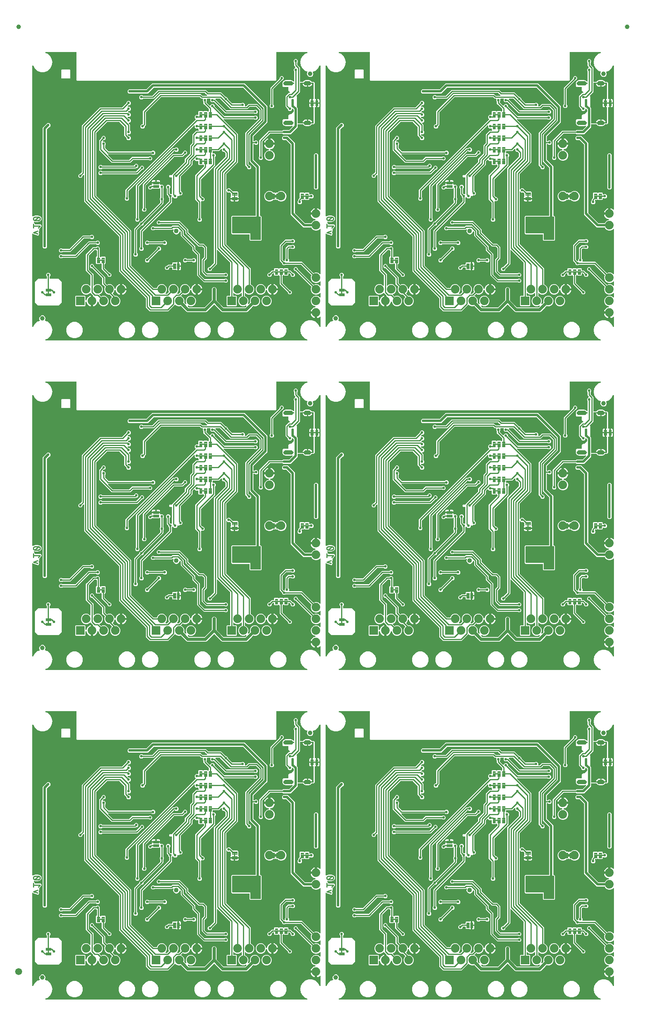
<source format=gbl>
G04 EAGLE Gerber RS-274X export*
G75*
%MOMM*%
%FSLAX34Y34*%
%LPD*%
%INBottom Copper*%
%IPPOS*%
%AMOC8*
5,1,8,0,0,1.08239X$1,22.5*%
G01*
%ADD10C,0.279400*%
%ADD11C,1.000000*%
%ADD12C,0.654000*%
%ADD13C,0.099059*%
%ADD14C,0.101600*%
%ADD15C,1.879600*%
%ADD16R,1.879600X1.879600*%
%ADD17C,1.016000*%
%ADD18C,1.500000*%
%ADD19C,0.558800*%
%ADD20C,0.254000*%
%ADD21C,0.508000*%
%ADD22C,0.635000*%

G36*
X1242301Y721627D02*
X1242301Y721627D01*
X1242399Y721630D01*
X1242459Y721647D01*
X1242520Y721655D01*
X1242611Y721690D01*
X1242704Y721717D01*
X1242758Y721749D01*
X1242816Y721772D01*
X1242895Y721829D01*
X1242979Y721878D01*
X1243023Y721922D01*
X1243073Y721958D01*
X1243135Y722033D01*
X1243205Y722102D01*
X1243237Y722156D01*
X1243276Y722203D01*
X1243318Y722291D01*
X1243368Y722375D01*
X1243385Y722435D01*
X1243412Y722491D01*
X1243430Y722587D01*
X1243458Y722680D01*
X1243460Y722742D01*
X1243472Y722803D01*
X1243465Y722901D01*
X1243469Y722998D01*
X1243456Y723059D01*
X1243452Y723121D01*
X1243422Y723213D01*
X1243401Y723309D01*
X1243373Y723364D01*
X1243354Y723423D01*
X1243302Y723506D01*
X1243258Y723593D01*
X1243217Y723639D01*
X1243184Y723692D01*
X1243113Y723759D01*
X1243049Y723832D01*
X1242997Y723867D01*
X1242952Y723910D01*
X1242867Y723957D01*
X1242786Y724012D01*
X1242691Y724054D01*
X1242673Y724064D01*
X1242663Y724066D01*
X1242639Y724077D01*
X1238847Y725457D01*
X1233083Y730293D01*
X1229321Y736810D01*
X1228014Y744220D01*
X1229321Y751630D01*
X1233083Y758146D01*
X1238847Y762983D01*
X1245918Y765557D01*
X1253442Y765557D01*
X1260513Y762983D01*
X1266277Y758147D01*
X1269917Y751842D01*
X1270005Y751726D01*
X1270090Y751608D01*
X1270101Y751600D01*
X1270109Y751589D01*
X1270223Y751499D01*
X1270335Y751405D01*
X1270348Y751400D01*
X1270358Y751391D01*
X1270492Y751332D01*
X1270623Y751270D01*
X1270636Y751267D01*
X1270649Y751262D01*
X1270793Y751237D01*
X1270936Y751210D01*
X1270949Y751211D01*
X1270962Y751209D01*
X1271108Y751221D01*
X1271253Y751230D01*
X1271266Y751234D01*
X1271279Y751235D01*
X1271417Y751283D01*
X1271555Y751328D01*
X1271567Y751335D01*
X1271580Y751340D01*
X1271701Y751420D01*
X1271824Y751498D01*
X1271833Y751508D01*
X1271845Y751515D01*
X1271942Y751624D01*
X1272042Y751730D01*
X1272049Y751742D01*
X1272058Y751752D01*
X1272125Y751880D01*
X1272196Y752008D01*
X1272199Y752021D01*
X1272205Y752033D01*
X1272239Y752175D01*
X1272275Y752316D01*
X1272276Y752335D01*
X1272278Y752343D01*
X1272278Y752360D01*
X1272285Y752477D01*
X1272285Y772277D01*
X1272268Y772416D01*
X1272255Y772554D01*
X1272248Y772573D01*
X1272245Y772593D01*
X1272194Y772722D01*
X1272147Y772853D01*
X1272136Y772870D01*
X1272128Y772888D01*
X1272047Y773001D01*
X1271968Y773116D01*
X1271953Y773130D01*
X1271942Y773146D01*
X1271834Y773235D01*
X1271730Y773327D01*
X1271712Y773336D01*
X1271697Y773349D01*
X1271571Y773408D01*
X1271446Y773471D01*
X1271427Y773476D01*
X1271409Y773484D01*
X1271272Y773510D01*
X1271136Y773541D01*
X1271116Y773540D01*
X1271097Y773544D01*
X1270958Y773535D01*
X1270818Y773531D01*
X1270799Y773525D01*
X1270779Y773524D01*
X1270647Y773481D01*
X1270513Y773442D01*
X1270496Y773432D01*
X1270477Y773426D01*
X1270359Y773351D01*
X1270239Y773281D01*
X1270218Y773262D01*
X1270208Y773256D01*
X1270194Y773241D01*
X1270188Y773236D01*
X1268637Y772109D01*
X1266963Y771256D01*
X1265176Y770675D01*
X1264919Y770635D01*
X1264919Y781050D01*
X1264904Y781168D01*
X1264897Y781287D01*
X1264884Y781325D01*
X1264879Y781365D01*
X1264836Y781476D01*
X1264799Y781589D01*
X1264777Y781623D01*
X1264762Y781661D01*
X1264692Y781757D01*
X1264629Y781858D01*
X1264599Y781886D01*
X1264575Y781918D01*
X1264484Y781994D01*
X1264397Y782076D01*
X1264362Y782095D01*
X1264331Y782121D01*
X1264223Y782172D01*
X1264119Y782229D01*
X1264079Y782240D01*
X1264043Y782257D01*
X1263926Y782279D01*
X1263811Y782309D01*
X1263750Y782313D01*
X1263730Y782317D01*
X1263710Y782315D01*
X1263650Y782319D01*
X1262379Y782319D01*
X1262379Y783590D01*
X1262364Y783708D01*
X1262357Y783827D01*
X1262344Y783865D01*
X1262339Y783905D01*
X1262295Y784016D01*
X1262259Y784129D01*
X1262237Y784164D01*
X1262222Y784201D01*
X1262152Y784297D01*
X1262089Y784398D01*
X1262059Y784426D01*
X1262035Y784459D01*
X1261944Y784534D01*
X1261857Y784616D01*
X1261822Y784636D01*
X1261790Y784661D01*
X1261683Y784712D01*
X1261578Y784770D01*
X1261539Y784780D01*
X1261503Y784797D01*
X1261386Y784819D01*
X1261271Y784849D01*
X1261210Y784853D01*
X1261190Y784857D01*
X1261170Y784855D01*
X1261110Y784859D01*
X1250695Y784859D01*
X1250735Y785116D01*
X1251316Y786903D01*
X1252169Y788577D01*
X1253274Y790098D01*
X1254602Y791426D01*
X1256123Y792531D01*
X1257797Y793384D01*
X1259584Y793965D01*
X1260057Y794040D01*
X1260180Y794075D01*
X1260306Y794106D01*
X1260333Y794120D01*
X1260362Y794128D01*
X1260473Y794194D01*
X1260587Y794254D01*
X1260610Y794275D01*
X1260636Y794290D01*
X1260727Y794381D01*
X1260823Y794468D01*
X1260839Y794494D01*
X1260861Y794515D01*
X1260927Y794626D01*
X1260998Y794734D01*
X1261007Y794763D01*
X1261023Y794789D01*
X1261059Y794913D01*
X1261101Y795035D01*
X1261103Y795065D01*
X1261112Y795094D01*
X1261116Y795223D01*
X1261126Y795352D01*
X1261121Y795382D01*
X1261122Y795412D01*
X1261094Y795538D01*
X1261072Y795665D01*
X1261059Y795693D01*
X1261053Y795722D01*
X1260994Y795837D01*
X1260941Y795955D01*
X1260922Y795979D01*
X1260909Y796006D01*
X1260823Y796102D01*
X1260742Y796204D01*
X1260718Y796222D01*
X1260698Y796244D01*
X1260592Y796317D01*
X1260488Y796395D01*
X1260450Y796414D01*
X1260436Y796423D01*
X1260415Y796431D01*
X1260344Y796466D01*
X1256049Y798245D01*
X1252905Y801389D01*
X1251203Y805497D01*
X1251203Y809943D01*
X1252905Y814051D01*
X1256049Y817195D01*
X1260157Y818897D01*
X1264603Y818897D01*
X1268711Y817195D01*
X1270119Y815788D01*
X1270228Y815702D01*
X1270335Y815614D01*
X1270354Y815605D01*
X1270370Y815593D01*
X1270498Y815537D01*
X1270623Y815478D01*
X1270643Y815475D01*
X1270662Y815466D01*
X1270800Y815445D01*
X1270936Y815419D01*
X1270956Y815420D01*
X1270976Y815417D01*
X1271115Y815430D01*
X1271253Y815438D01*
X1271272Y815445D01*
X1271292Y815446D01*
X1271424Y815494D01*
X1271555Y815536D01*
X1271573Y815547D01*
X1271592Y815554D01*
X1271707Y815632D01*
X1271824Y815706D01*
X1271838Y815721D01*
X1271855Y815733D01*
X1271947Y815837D01*
X1272042Y815938D01*
X1272052Y815956D01*
X1272065Y815971D01*
X1272129Y816095D01*
X1272196Y816217D01*
X1272201Y816236D01*
X1272210Y816254D01*
X1272240Y816390D01*
X1272275Y816525D01*
X1272277Y816553D01*
X1272280Y816565D01*
X1272279Y816585D01*
X1272285Y816685D01*
X1272285Y824155D01*
X1272268Y824293D01*
X1272255Y824431D01*
X1272248Y824450D01*
X1272245Y824470D01*
X1272194Y824600D01*
X1272147Y824730D01*
X1272136Y824747D01*
X1272128Y824766D01*
X1272047Y824878D01*
X1271969Y824994D01*
X1271953Y825007D01*
X1271942Y825023D01*
X1271834Y825112D01*
X1271730Y825204D01*
X1271712Y825213D01*
X1271697Y825226D01*
X1271571Y825285D01*
X1271447Y825349D01*
X1271427Y825353D01*
X1271409Y825362D01*
X1271272Y825388D01*
X1271137Y825418D01*
X1271116Y825418D01*
X1271097Y825421D01*
X1270958Y825413D01*
X1270819Y825409D01*
X1270799Y825403D01*
X1270779Y825402D01*
X1270647Y825359D01*
X1270513Y825320D01*
X1270496Y825310D01*
X1270477Y825304D01*
X1270359Y825229D01*
X1270239Y825159D01*
X1270218Y825140D01*
X1270208Y825134D01*
X1270194Y825119D01*
X1270119Y825052D01*
X1268711Y823645D01*
X1264603Y821943D01*
X1260157Y821943D01*
X1256049Y823645D01*
X1252905Y826789D01*
X1251203Y830897D01*
X1251203Y835343D01*
X1252238Y837842D01*
X1252246Y837870D01*
X1252260Y837897D01*
X1252288Y838024D01*
X1252322Y838149D01*
X1252323Y838178D01*
X1252329Y838207D01*
X1252325Y838337D01*
X1252327Y838467D01*
X1252320Y838495D01*
X1252320Y838525D01*
X1252283Y838650D01*
X1252253Y838776D01*
X1252239Y838802D01*
X1252231Y838830D01*
X1252165Y838942D01*
X1252104Y839057D01*
X1252085Y839079D01*
X1252070Y839104D01*
X1251963Y839225D01*
X1218563Y872626D01*
X1218485Y872686D01*
X1218413Y872754D01*
X1218360Y872783D01*
X1218312Y872820D01*
X1218221Y872860D01*
X1218134Y872908D01*
X1218075Y872923D01*
X1218020Y872947D01*
X1217922Y872962D01*
X1217826Y872987D01*
X1217726Y872993D01*
X1217706Y872997D01*
X1217693Y872995D01*
X1217665Y872997D01*
X1216036Y872997D01*
X1213357Y875676D01*
X1213357Y879464D01*
X1216036Y882143D01*
X1219824Y882143D01*
X1222503Y879464D01*
X1222503Y877835D01*
X1222515Y877736D01*
X1222518Y877637D01*
X1222535Y877579D01*
X1222543Y877519D01*
X1222579Y877427D01*
X1222607Y877332D01*
X1222637Y877280D01*
X1222660Y877223D01*
X1222718Y877143D01*
X1222768Y877058D01*
X1222834Y876983D01*
X1222846Y876966D01*
X1222856Y876958D01*
X1222874Y876937D01*
X1256275Y843537D01*
X1256298Y843519D01*
X1256317Y843496D01*
X1256423Y843422D01*
X1256526Y843342D01*
X1256553Y843330D01*
X1256577Y843313D01*
X1256699Y843267D01*
X1256818Y843216D01*
X1256847Y843211D01*
X1256875Y843200D01*
X1257004Y843186D01*
X1257132Y843166D01*
X1257161Y843168D01*
X1257191Y843165D01*
X1257319Y843183D01*
X1257449Y843195D01*
X1257476Y843205D01*
X1257506Y843210D01*
X1257658Y843262D01*
X1260157Y844297D01*
X1264603Y844297D01*
X1268711Y842595D01*
X1270119Y841188D01*
X1270228Y841102D01*
X1270335Y841014D01*
X1270354Y841005D01*
X1270370Y840993D01*
X1270498Y840937D01*
X1270623Y840878D01*
X1270643Y840875D01*
X1270662Y840866D01*
X1270800Y840845D01*
X1270936Y840819D01*
X1270956Y840820D01*
X1270976Y840817D01*
X1271115Y840830D01*
X1271253Y840838D01*
X1271272Y840845D01*
X1271292Y840846D01*
X1271424Y840894D01*
X1271555Y840936D01*
X1271573Y840947D01*
X1271592Y840954D01*
X1271707Y841032D01*
X1271824Y841106D01*
X1271838Y841121D01*
X1271855Y841133D01*
X1271947Y841237D01*
X1272042Y841338D01*
X1272052Y841356D01*
X1272065Y841371D01*
X1272129Y841495D01*
X1272196Y841617D01*
X1272201Y841636D01*
X1272210Y841654D01*
X1272240Y841790D01*
X1272275Y841925D01*
X1272277Y841953D01*
X1272280Y841965D01*
X1272279Y841985D01*
X1272285Y842085D01*
X1272285Y849555D01*
X1272268Y849693D01*
X1272255Y849831D01*
X1272248Y849850D01*
X1272245Y849870D01*
X1272194Y850000D01*
X1272147Y850130D01*
X1272136Y850147D01*
X1272128Y850166D01*
X1272047Y850278D01*
X1271969Y850394D01*
X1271953Y850407D01*
X1271942Y850423D01*
X1271834Y850512D01*
X1271730Y850604D01*
X1271712Y850613D01*
X1271697Y850626D01*
X1271571Y850685D01*
X1271447Y850749D01*
X1271427Y850753D01*
X1271409Y850762D01*
X1271272Y850788D01*
X1271137Y850818D01*
X1271116Y850818D01*
X1271097Y850821D01*
X1270958Y850813D01*
X1270819Y850809D01*
X1270799Y850803D01*
X1270779Y850802D01*
X1270647Y850759D01*
X1270513Y850720D01*
X1270496Y850710D01*
X1270477Y850704D01*
X1270359Y850629D01*
X1270239Y850559D01*
X1270218Y850540D01*
X1270208Y850534D01*
X1270194Y850519D01*
X1270119Y850452D01*
X1268711Y849045D01*
X1264603Y847343D01*
X1260157Y847343D01*
X1256049Y849045D01*
X1252905Y852189D01*
X1251203Y856297D01*
X1251203Y860743D01*
X1252238Y863242D01*
X1252246Y863271D01*
X1252260Y863297D01*
X1252288Y863424D01*
X1252322Y863549D01*
X1252323Y863578D01*
X1252329Y863607D01*
X1252325Y863737D01*
X1252327Y863867D01*
X1252320Y863895D01*
X1252320Y863925D01*
X1252283Y864050D01*
X1252253Y864176D01*
X1252239Y864202D01*
X1252231Y864230D01*
X1252165Y864342D01*
X1252104Y864457D01*
X1252085Y864479D01*
X1252070Y864504D01*
X1251963Y864625D01*
X1229739Y886850D01*
X1229661Y886910D01*
X1229589Y886978D01*
X1229536Y887007D01*
X1229488Y887044D01*
X1229397Y887084D01*
X1229310Y887132D01*
X1229251Y887147D01*
X1229196Y887171D01*
X1229098Y887186D01*
X1229002Y887211D01*
X1228902Y887217D01*
X1228882Y887221D01*
X1228869Y887219D01*
X1228841Y887221D01*
X1196474Y887221D01*
X1196376Y887209D01*
X1196277Y887206D01*
X1196218Y887189D01*
X1196158Y887181D01*
X1196066Y887145D01*
X1195971Y887117D01*
X1195919Y887087D01*
X1195863Y887064D01*
X1195782Y887006D01*
X1195697Y886956D01*
X1195622Y886890D01*
X1195605Y886878D01*
X1195597Y886868D01*
X1195576Y886850D01*
X1194424Y885697D01*
X1190636Y885697D01*
X1187957Y888376D01*
X1187957Y890005D01*
X1187945Y890104D01*
X1187942Y890203D01*
X1187925Y890261D01*
X1187917Y890321D01*
X1187881Y890413D01*
X1187853Y890508D01*
X1187823Y890560D01*
X1187800Y890617D01*
X1187742Y890697D01*
X1187692Y890782D01*
X1187626Y890857D01*
X1187614Y890874D01*
X1187604Y890882D01*
X1187586Y890903D01*
X1183131Y895357D01*
X1183131Y929633D01*
X1185289Y931790D01*
X1195077Y941579D01*
X1207636Y941579D01*
X1207734Y941591D01*
X1207833Y941594D01*
X1207892Y941611D01*
X1207952Y941619D01*
X1208044Y941655D01*
X1208139Y941683D01*
X1208191Y941713D01*
X1208247Y941736D01*
X1208327Y941794D01*
X1208413Y941844D01*
X1208488Y941910D01*
X1208505Y941922D01*
X1208513Y941932D01*
X1208534Y941950D01*
X1209686Y943103D01*
X1213474Y943103D01*
X1216153Y940424D01*
X1216153Y936636D01*
X1213474Y933957D01*
X1209686Y933957D01*
X1208534Y935110D01*
X1208455Y935170D01*
X1208383Y935238D01*
X1208330Y935267D01*
X1208282Y935304D01*
X1208191Y935344D01*
X1208105Y935392D01*
X1208046Y935407D01*
X1207991Y935431D01*
X1207893Y935446D01*
X1207797Y935471D01*
X1207697Y935477D01*
X1207676Y935481D01*
X1207664Y935479D01*
X1207636Y935481D01*
X1198129Y935481D01*
X1198030Y935469D01*
X1197931Y935466D01*
X1197873Y935449D01*
X1197813Y935441D01*
X1197721Y935405D01*
X1197626Y935377D01*
X1197574Y935347D01*
X1197517Y935324D01*
X1197437Y935266D01*
X1197352Y935216D01*
X1197277Y935150D01*
X1197260Y935138D01*
X1197252Y935128D01*
X1197231Y935110D01*
X1189600Y927479D01*
X1189540Y927401D01*
X1189472Y927329D01*
X1189443Y927276D01*
X1189406Y927228D01*
X1189366Y927137D01*
X1189318Y927050D01*
X1189303Y926992D01*
X1189279Y926936D01*
X1189264Y926838D01*
X1189239Y926742D01*
X1189233Y926642D01*
X1189229Y926622D01*
X1189231Y926609D01*
X1189229Y926581D01*
X1189229Y898409D01*
X1189241Y898310D01*
X1189244Y898211D01*
X1189261Y898153D01*
X1189269Y898093D01*
X1189305Y898001D01*
X1189333Y897906D01*
X1189363Y897854D01*
X1189386Y897797D01*
X1189444Y897717D01*
X1189494Y897632D01*
X1189560Y897557D01*
X1189572Y897540D01*
X1189582Y897532D01*
X1189600Y897511D01*
X1191897Y895214D01*
X1191975Y895154D01*
X1192047Y895086D01*
X1192100Y895057D01*
X1192148Y895020D01*
X1192239Y894980D01*
X1192326Y894932D01*
X1192385Y894917D01*
X1192440Y894893D01*
X1192538Y894878D01*
X1192634Y894853D01*
X1192734Y894847D01*
X1192754Y894843D01*
X1192767Y894845D01*
X1192795Y894843D01*
X1193038Y894843D01*
X1193156Y894858D01*
X1193275Y894865D01*
X1193313Y894878D01*
X1193354Y894883D01*
X1193464Y894926D01*
X1193577Y894963D01*
X1193612Y894985D01*
X1193649Y895000D01*
X1193745Y895069D01*
X1193846Y895133D01*
X1193874Y895163D01*
X1193907Y895186D01*
X1193983Y895278D01*
X1194064Y895365D01*
X1194084Y895400D01*
X1194109Y895431D01*
X1194160Y895539D01*
X1194218Y895643D01*
X1194228Y895683D01*
X1194245Y895719D01*
X1194267Y895836D01*
X1194297Y895951D01*
X1194301Y896011D01*
X1194305Y896031D01*
X1194303Y896052D01*
X1194307Y896112D01*
X1194307Y898514D01*
X1195460Y899666D01*
X1195520Y899745D01*
X1195588Y899817D01*
X1195617Y899870D01*
X1195654Y899918D01*
X1195694Y900009D01*
X1195742Y900095D01*
X1195757Y900154D01*
X1195781Y900209D01*
X1195796Y900307D01*
X1195821Y900403D01*
X1195826Y900486D01*
X1195829Y900498D01*
X1195828Y900508D01*
X1195831Y900524D01*
X1195829Y900536D01*
X1195831Y900564D01*
X1195831Y923283D01*
X1201427Y928879D01*
X1207636Y928879D01*
X1207734Y928891D01*
X1207833Y928894D01*
X1207892Y928911D01*
X1207952Y928919D01*
X1208044Y928955D01*
X1208139Y928983D01*
X1208191Y929013D01*
X1208247Y929036D01*
X1208327Y929094D01*
X1208413Y929144D01*
X1208488Y929210D01*
X1208505Y929222D01*
X1208513Y929232D01*
X1208534Y929250D01*
X1209686Y930403D01*
X1213474Y930403D01*
X1216153Y927724D01*
X1216153Y923936D01*
X1213474Y921257D01*
X1209686Y921257D01*
X1208534Y922410D01*
X1208455Y922470D01*
X1208383Y922538D01*
X1208330Y922567D01*
X1208282Y922604D01*
X1208191Y922644D01*
X1208105Y922692D01*
X1208046Y922707D01*
X1207991Y922731D01*
X1207893Y922746D01*
X1207797Y922771D01*
X1207697Y922777D01*
X1207676Y922781D01*
X1207664Y922779D01*
X1207636Y922781D01*
X1204479Y922781D01*
X1204380Y922769D01*
X1204281Y922766D01*
X1204223Y922749D01*
X1204163Y922741D01*
X1204071Y922705D01*
X1203976Y922677D01*
X1203924Y922647D01*
X1203867Y922624D01*
X1203787Y922566D01*
X1203702Y922516D01*
X1203627Y922450D01*
X1203610Y922438D01*
X1203602Y922428D01*
X1203581Y922410D01*
X1202300Y921129D01*
X1202240Y921051D01*
X1202172Y920979D01*
X1202143Y920926D01*
X1202106Y920878D01*
X1202066Y920787D01*
X1202018Y920700D01*
X1202003Y920641D01*
X1201979Y920586D01*
X1201964Y920488D01*
X1201939Y920392D01*
X1201933Y920292D01*
X1201929Y920272D01*
X1201931Y920259D01*
X1201929Y920231D01*
X1201929Y900564D01*
X1201941Y900466D01*
X1201944Y900367D01*
X1201951Y900343D01*
X1201951Y900342D01*
X1201953Y900337D01*
X1201961Y900308D01*
X1201969Y900248D01*
X1202005Y900156D01*
X1202033Y900061D01*
X1202063Y900009D01*
X1202086Y899953D01*
X1202144Y899873D01*
X1202194Y899787D01*
X1202260Y899712D01*
X1202272Y899695D01*
X1202282Y899687D01*
X1202300Y899666D01*
X1203453Y898514D01*
X1203453Y894588D01*
X1203468Y894470D01*
X1203475Y894351D01*
X1203488Y894313D01*
X1203493Y894272D01*
X1203536Y894162D01*
X1203573Y894049D01*
X1203595Y894014D01*
X1203610Y893977D01*
X1203679Y893881D01*
X1203743Y893780D01*
X1203773Y893752D01*
X1203796Y893719D01*
X1203888Y893643D01*
X1203975Y893562D01*
X1204010Y893542D01*
X1204041Y893517D01*
X1204149Y893466D01*
X1204253Y893408D01*
X1204293Y893398D01*
X1204329Y893381D01*
X1204446Y893359D01*
X1204561Y893329D01*
X1204621Y893325D01*
X1204641Y893321D01*
X1204662Y893323D01*
X1204722Y893319D01*
X1231893Y893319D01*
X1256275Y868937D01*
X1256298Y868919D01*
X1256317Y868896D01*
X1256423Y868822D01*
X1256526Y868742D01*
X1256553Y868730D01*
X1256577Y868713D01*
X1256699Y868667D01*
X1256818Y868616D01*
X1256847Y868611D01*
X1256875Y868600D01*
X1257004Y868586D01*
X1257132Y868566D01*
X1257161Y868568D01*
X1257191Y868565D01*
X1257319Y868583D01*
X1257449Y868595D01*
X1257476Y868605D01*
X1257506Y868610D01*
X1257658Y868662D01*
X1260157Y869697D01*
X1264603Y869697D01*
X1268711Y867995D01*
X1270119Y866588D01*
X1270228Y866502D01*
X1270335Y866414D01*
X1270354Y866405D01*
X1270370Y866393D01*
X1270498Y866337D01*
X1270623Y866278D01*
X1270643Y866275D01*
X1270662Y866266D01*
X1270800Y866245D01*
X1270936Y866219D01*
X1270956Y866220D01*
X1270976Y866217D01*
X1271115Y866230D01*
X1271253Y866238D01*
X1271272Y866245D01*
X1271292Y866246D01*
X1271424Y866294D01*
X1271555Y866336D01*
X1271573Y866347D01*
X1271592Y866354D01*
X1271707Y866432D01*
X1271824Y866506D01*
X1271838Y866521D01*
X1271855Y866533D01*
X1271947Y866637D01*
X1272042Y866738D01*
X1272052Y866756D01*
X1272065Y866771D01*
X1272129Y866895D01*
X1272196Y867017D01*
X1272201Y867036D01*
X1272210Y867054D01*
X1272240Y867190D01*
X1272275Y867325D01*
X1272277Y867353D01*
X1272280Y867365D01*
X1272279Y867385D01*
X1272285Y867485D01*
X1272285Y963855D01*
X1272268Y963993D01*
X1272255Y964131D01*
X1272248Y964150D01*
X1272245Y964170D01*
X1272194Y964300D01*
X1272147Y964430D01*
X1272136Y964447D01*
X1272128Y964466D01*
X1272047Y964578D01*
X1271969Y964694D01*
X1271953Y964707D01*
X1271942Y964723D01*
X1271834Y964812D01*
X1271730Y964904D01*
X1271712Y964913D01*
X1271697Y964926D01*
X1271571Y964985D01*
X1271447Y965049D01*
X1271427Y965053D01*
X1271409Y965062D01*
X1271272Y965088D01*
X1271137Y965118D01*
X1271116Y965118D01*
X1271097Y965121D01*
X1270958Y965113D01*
X1270819Y965109D01*
X1270799Y965103D01*
X1270779Y965102D01*
X1270647Y965059D01*
X1270513Y965020D01*
X1270496Y965010D01*
X1270477Y965004D01*
X1270359Y964929D01*
X1270239Y964859D01*
X1270218Y964840D01*
X1270208Y964834D01*
X1270194Y964819D01*
X1270119Y964752D01*
X1268711Y963345D01*
X1264603Y961643D01*
X1260157Y961643D01*
X1256049Y963345D01*
X1252905Y966489D01*
X1252396Y967718D01*
X1252381Y967743D01*
X1252372Y967771D01*
X1252303Y967881D01*
X1252238Y967994D01*
X1252218Y968015D01*
X1252202Y968040D01*
X1252107Y968129D01*
X1252017Y968222D01*
X1251992Y968238D01*
X1251970Y968258D01*
X1251857Y968321D01*
X1251746Y968389D01*
X1251718Y968397D01*
X1251692Y968412D01*
X1251566Y968444D01*
X1251442Y968482D01*
X1251412Y968484D01*
X1251384Y968491D01*
X1251223Y968501D01*
X1235191Y968501D01*
X1207261Y996431D01*
X1207261Y1090796D01*
X1207249Y1090894D01*
X1207246Y1090993D01*
X1207229Y1091052D01*
X1207221Y1091112D01*
X1207185Y1091204D01*
X1207157Y1091299D01*
X1207127Y1091351D01*
X1207104Y1091407D01*
X1207046Y1091487D01*
X1207007Y1091554D01*
X1207007Y1095385D01*
X1207018Y1095397D01*
X1207047Y1095450D01*
X1207084Y1095498D01*
X1207124Y1095589D01*
X1207172Y1095675D01*
X1207187Y1095734D01*
X1207211Y1095789D01*
X1207226Y1095887D01*
X1207251Y1095983D01*
X1207257Y1096083D01*
X1207261Y1096104D01*
X1207259Y1096116D01*
X1207261Y1096144D01*
X1207261Y1097146D01*
X1207249Y1097244D01*
X1207246Y1097343D01*
X1207229Y1097402D01*
X1207221Y1097462D01*
X1207185Y1097554D01*
X1207157Y1097649D01*
X1207127Y1097701D01*
X1207104Y1097757D01*
X1207046Y1097837D01*
X1207007Y1097904D01*
X1207007Y1101735D01*
X1207018Y1101747D01*
X1207047Y1101800D01*
X1207084Y1101848D01*
X1207124Y1101939D01*
X1207172Y1102025D01*
X1207187Y1102084D01*
X1207211Y1102139D01*
X1207226Y1102237D01*
X1207251Y1102333D01*
X1207257Y1102433D01*
X1207261Y1102454D01*
X1207259Y1102466D01*
X1207261Y1102494D01*
X1207261Y1148305D01*
X1207249Y1148404D01*
X1207246Y1148503D01*
X1207229Y1148561D01*
X1207221Y1148621D01*
X1207185Y1148713D01*
X1207157Y1148808D01*
X1207127Y1148860D01*
X1207104Y1148917D01*
X1207046Y1148997D01*
X1206996Y1149082D01*
X1206930Y1149157D01*
X1206918Y1149174D01*
X1206908Y1149182D01*
X1206890Y1149203D01*
X1197717Y1158376D01*
X1197639Y1158436D01*
X1197566Y1158504D01*
X1197513Y1158533D01*
X1197466Y1158570D01*
X1197375Y1158610D01*
X1197288Y1158658D01*
X1197229Y1158673D01*
X1197174Y1158697D01*
X1197076Y1158712D01*
X1196980Y1158737D01*
X1196975Y1158737D01*
X1196953Y1158758D01*
X1196900Y1158787D01*
X1196852Y1158824D01*
X1196761Y1158864D01*
X1196675Y1158912D01*
X1196616Y1158927D01*
X1196561Y1158951D01*
X1196463Y1158966D01*
X1196367Y1158991D01*
X1196267Y1158997D01*
X1196246Y1159001D01*
X1196234Y1158999D01*
X1196206Y1159001D01*
X1195204Y1159001D01*
X1195106Y1158989D01*
X1195007Y1158986D01*
X1194948Y1158969D01*
X1194888Y1158961D01*
X1194796Y1158925D01*
X1194701Y1158897D01*
X1194649Y1158867D01*
X1194593Y1158844D01*
X1194513Y1158786D01*
X1194446Y1158747D01*
X1190636Y1158747D01*
X1187957Y1161426D01*
X1187957Y1165214D01*
X1190636Y1167893D01*
X1194445Y1167893D01*
X1194457Y1167882D01*
X1194510Y1167853D01*
X1194558Y1167816D01*
X1194649Y1167776D01*
X1194735Y1167728D01*
X1194794Y1167713D01*
X1194849Y1167689D01*
X1194947Y1167674D01*
X1195043Y1167649D01*
X1195143Y1167643D01*
X1195164Y1167639D01*
X1195176Y1167641D01*
X1195204Y1167639D01*
X1196206Y1167639D01*
X1196304Y1167651D01*
X1196403Y1167654D01*
X1196462Y1167671D01*
X1196522Y1167679D01*
X1196614Y1167715D01*
X1196709Y1167743D01*
X1196761Y1167773D01*
X1196817Y1167796D01*
X1196897Y1167854D01*
X1196964Y1167893D01*
X1200774Y1167893D01*
X1203468Y1165199D01*
X1203468Y1165183D01*
X1203485Y1165125D01*
X1203493Y1165065D01*
X1203529Y1164973D01*
X1203557Y1164878D01*
X1203587Y1164826D01*
X1203610Y1164769D01*
X1203668Y1164689D01*
X1203718Y1164604D01*
X1203784Y1164529D01*
X1203796Y1164512D01*
X1203806Y1164504D01*
X1203824Y1164483D01*
X1215899Y1152409D01*
X1215899Y1102494D01*
X1215911Y1102396D01*
X1215914Y1102297D01*
X1215931Y1102238D01*
X1215939Y1102178D01*
X1215975Y1102086D01*
X1216003Y1101991D01*
X1216033Y1101939D01*
X1216056Y1101883D01*
X1216114Y1101803D01*
X1216153Y1101736D01*
X1216153Y1097905D01*
X1216142Y1097893D01*
X1216113Y1097840D01*
X1216076Y1097792D01*
X1216036Y1097701D01*
X1215988Y1097615D01*
X1215973Y1097556D01*
X1215949Y1097501D01*
X1215934Y1097403D01*
X1215909Y1097307D01*
X1215903Y1097207D01*
X1215899Y1097186D01*
X1215901Y1097174D01*
X1215899Y1097146D01*
X1215899Y1096144D01*
X1215911Y1096046D01*
X1215914Y1095947D01*
X1215931Y1095888D01*
X1215939Y1095828D01*
X1215975Y1095736D01*
X1216003Y1095641D01*
X1216033Y1095589D01*
X1216056Y1095533D01*
X1216114Y1095453D01*
X1216153Y1095386D01*
X1216153Y1091555D01*
X1216142Y1091543D01*
X1216113Y1091490D01*
X1216076Y1091442D01*
X1216036Y1091351D01*
X1215988Y1091265D01*
X1215973Y1091206D01*
X1215949Y1091151D01*
X1215934Y1091053D01*
X1215909Y1090957D01*
X1215903Y1090857D01*
X1215899Y1090836D01*
X1215901Y1090824D01*
X1215899Y1090796D01*
X1215899Y1000535D01*
X1215911Y1000436D01*
X1215914Y1000337D01*
X1215931Y1000279D01*
X1215939Y1000219D01*
X1215975Y1000127D01*
X1216003Y1000032D01*
X1216033Y999980D01*
X1216056Y999923D01*
X1216114Y999843D01*
X1216164Y999758D01*
X1216230Y999683D01*
X1216242Y999666D01*
X1216252Y999658D01*
X1216270Y999637D01*
X1238397Y977510D01*
X1238475Y977450D01*
X1238548Y977382D01*
X1238601Y977353D01*
X1238648Y977316D01*
X1238739Y977276D01*
X1238826Y977228D01*
X1238885Y977213D01*
X1238940Y977189D01*
X1239038Y977174D01*
X1239134Y977149D01*
X1239234Y977143D01*
X1239254Y977139D01*
X1239267Y977141D01*
X1239295Y977139D01*
X1251223Y977139D01*
X1251253Y977142D01*
X1251282Y977140D01*
X1251410Y977162D01*
X1251539Y977179D01*
X1251566Y977189D01*
X1251595Y977194D01*
X1251714Y977248D01*
X1251834Y977296D01*
X1251858Y977313D01*
X1251885Y977325D01*
X1251987Y977406D01*
X1252092Y977482D01*
X1252111Y977505D01*
X1252134Y977524D01*
X1252212Y977627D01*
X1252295Y977727D01*
X1252307Y977754D01*
X1252325Y977778D01*
X1252396Y977922D01*
X1252905Y979151D01*
X1256049Y982295D01*
X1260344Y984074D01*
X1260456Y984138D01*
X1260571Y984197D01*
X1260594Y984217D01*
X1260620Y984232D01*
X1260713Y984322D01*
X1260810Y984407D01*
X1260827Y984432D01*
X1260848Y984453D01*
X1260916Y984563D01*
X1260989Y984670D01*
X1260999Y984698D01*
X1261015Y984724D01*
X1261053Y984847D01*
X1261097Y984969D01*
X1261099Y984999D01*
X1261108Y985028D01*
X1261114Y985157D01*
X1261127Y985286D01*
X1261122Y985316D01*
X1261123Y985346D01*
X1261097Y985472D01*
X1261077Y985600D01*
X1261065Y985628D01*
X1261059Y985657D01*
X1261002Y985774D01*
X1260951Y985892D01*
X1260933Y985916D01*
X1260919Y985943D01*
X1260836Y986041D01*
X1260756Y986143D01*
X1260733Y986162D01*
X1260713Y986185D01*
X1260607Y986259D01*
X1260505Y986339D01*
X1260478Y986351D01*
X1260453Y986368D01*
X1260332Y986414D01*
X1260214Y986465D01*
X1260172Y986475D01*
X1260156Y986481D01*
X1260134Y986483D01*
X1260057Y986500D01*
X1259584Y986575D01*
X1257797Y987156D01*
X1256123Y988009D01*
X1254602Y989114D01*
X1253274Y990442D01*
X1252169Y991963D01*
X1251316Y993637D01*
X1250735Y995424D01*
X1250695Y995681D01*
X1261110Y995681D01*
X1261228Y995696D01*
X1261347Y995703D01*
X1261385Y995716D01*
X1261425Y995721D01*
X1261536Y995764D01*
X1261649Y995801D01*
X1261683Y995823D01*
X1261721Y995838D01*
X1261817Y995908D01*
X1261918Y995971D01*
X1261946Y996001D01*
X1261978Y996024D01*
X1262054Y996116D01*
X1262136Y996203D01*
X1262155Y996238D01*
X1262181Y996269D01*
X1262232Y996377D01*
X1262289Y996481D01*
X1262300Y996521D01*
X1262317Y996557D01*
X1262339Y996674D01*
X1262369Y996789D01*
X1262373Y996850D01*
X1262377Y996870D01*
X1262375Y996890D01*
X1262379Y996950D01*
X1262379Y998221D01*
X1263650Y998221D01*
X1263768Y998236D01*
X1263887Y998243D01*
X1263925Y998256D01*
X1263965Y998261D01*
X1264076Y998305D01*
X1264189Y998341D01*
X1264224Y998363D01*
X1264261Y998378D01*
X1264357Y998448D01*
X1264458Y998511D01*
X1264486Y998541D01*
X1264519Y998565D01*
X1264594Y998656D01*
X1264676Y998743D01*
X1264696Y998778D01*
X1264721Y998810D01*
X1264772Y998917D01*
X1264830Y999022D01*
X1264840Y999061D01*
X1264857Y999097D01*
X1264879Y999214D01*
X1264909Y999329D01*
X1264913Y999390D01*
X1264917Y999410D01*
X1264915Y999430D01*
X1264919Y999490D01*
X1264919Y1009905D01*
X1265176Y1009865D01*
X1266963Y1009284D01*
X1268637Y1008431D01*
X1270238Y1007268D01*
X1270254Y1007259D01*
X1270335Y1007191D01*
X1270354Y1007183D01*
X1270369Y1007171D01*
X1270497Y1007115D01*
X1270623Y1007056D01*
X1270643Y1007052D01*
X1270661Y1007044D01*
X1270799Y1007022D01*
X1270936Y1006996D01*
X1270955Y1006997D01*
X1270975Y1006994D01*
X1271114Y1007007D01*
X1271253Y1007016D01*
X1271272Y1007022D01*
X1271292Y1007024D01*
X1271423Y1007071D01*
X1271555Y1007114D01*
X1271572Y1007125D01*
X1271591Y1007131D01*
X1271706Y1007209D01*
X1271824Y1007284D01*
X1271838Y1007299D01*
X1271854Y1007310D01*
X1271946Y1007414D01*
X1272042Y1007516D01*
X1272052Y1007533D01*
X1272065Y1007548D01*
X1272128Y1007672D01*
X1272196Y1007794D01*
X1272201Y1007814D01*
X1272210Y1007831D01*
X1272240Y1007967D01*
X1272275Y1008102D01*
X1272277Y1008130D01*
X1272279Y1008142D01*
X1272279Y1008162D01*
X1272285Y1008263D01*
X1272285Y1320163D01*
X1272267Y1320307D01*
X1272252Y1320453D01*
X1272247Y1320465D01*
X1272245Y1320479D01*
X1272192Y1320614D01*
X1272141Y1320751D01*
X1272133Y1320762D01*
X1272128Y1320774D01*
X1272043Y1320892D01*
X1271960Y1321012D01*
X1271950Y1321021D01*
X1271942Y1321032D01*
X1271829Y1321125D01*
X1271719Y1321220D01*
X1271707Y1321226D01*
X1271697Y1321235D01*
X1271565Y1321296D01*
X1271434Y1321361D01*
X1271421Y1321364D01*
X1271409Y1321370D01*
X1271267Y1321397D01*
X1271123Y1321428D01*
X1271110Y1321427D01*
X1271097Y1321430D01*
X1270952Y1321421D01*
X1270806Y1321415D01*
X1270793Y1321411D01*
X1270779Y1321410D01*
X1270641Y1321365D01*
X1270501Y1321323D01*
X1270489Y1321316D01*
X1270477Y1321312D01*
X1270353Y1321234D01*
X1270229Y1321159D01*
X1270219Y1321149D01*
X1270208Y1321142D01*
X1270108Y1321035D01*
X1270006Y1320932D01*
X1269996Y1320916D01*
X1269990Y1320910D01*
X1269982Y1320895D01*
X1269917Y1320798D01*
X1266277Y1314493D01*
X1260513Y1309657D01*
X1256332Y1308135D01*
X1256201Y1308068D01*
X1256070Y1308004D01*
X1256061Y1307996D01*
X1256049Y1307990D01*
X1255940Y1307892D01*
X1255828Y1307797D01*
X1255821Y1307787D01*
X1255812Y1307779D01*
X1255730Y1307658D01*
X1255645Y1307537D01*
X1255641Y1307526D01*
X1255634Y1307515D01*
X1255584Y1307377D01*
X1255532Y1307240D01*
X1255531Y1307227D01*
X1255527Y1307216D01*
X1255513Y1307070D01*
X1255497Y1306924D01*
X1255499Y1306911D01*
X1255498Y1306899D01*
X1255521Y1306754D01*
X1255542Y1306609D01*
X1255547Y1306593D01*
X1255548Y1306585D01*
X1255555Y1306570D01*
X1255594Y1306457D01*
X1256459Y1304368D01*
X1256459Y1301672D01*
X1255427Y1299180D01*
X1253520Y1297273D01*
X1251028Y1296241D01*
X1248332Y1296241D01*
X1245840Y1297273D01*
X1243933Y1299180D01*
X1242901Y1301672D01*
X1242901Y1304368D01*
X1243766Y1306457D01*
X1243805Y1306597D01*
X1243846Y1306739D01*
X1243847Y1306751D01*
X1243850Y1306763D01*
X1243853Y1306910D01*
X1243858Y1307056D01*
X1243855Y1307069D01*
X1243855Y1307081D01*
X1243821Y1307224D01*
X1243790Y1307367D01*
X1243784Y1307378D01*
X1243781Y1307391D01*
X1243713Y1307520D01*
X1243647Y1307651D01*
X1243638Y1307661D01*
X1243632Y1307672D01*
X1243534Y1307780D01*
X1243437Y1307891D01*
X1243427Y1307898D01*
X1243419Y1307907D01*
X1243296Y1307988D01*
X1243175Y1308071D01*
X1243160Y1308078D01*
X1243153Y1308082D01*
X1243137Y1308087D01*
X1243028Y1308135D01*
X1238847Y1309657D01*
X1233083Y1314493D01*
X1229321Y1321010D01*
X1228014Y1328420D01*
X1229321Y1335830D01*
X1233083Y1342346D01*
X1238847Y1347183D01*
X1242639Y1348563D01*
X1242726Y1348608D01*
X1242816Y1348644D01*
X1242866Y1348680D01*
X1242922Y1348709D01*
X1242995Y1348773D01*
X1243073Y1348830D01*
X1243113Y1348878D01*
X1243160Y1348920D01*
X1243214Y1349000D01*
X1243276Y1349075D01*
X1243303Y1349132D01*
X1243338Y1349183D01*
X1243370Y1349275D01*
X1243412Y1349363D01*
X1243423Y1349424D01*
X1243444Y1349483D01*
X1243453Y1349580D01*
X1243472Y1349676D01*
X1243468Y1349738D01*
X1243473Y1349800D01*
X1243458Y1349896D01*
X1243452Y1349993D01*
X1243433Y1350052D01*
X1243423Y1350114D01*
X1243384Y1350203D01*
X1243354Y1350295D01*
X1243320Y1350348D01*
X1243296Y1350405D01*
X1243236Y1350482D01*
X1243184Y1350564D01*
X1243138Y1350607D01*
X1243100Y1350656D01*
X1243023Y1350715D01*
X1242952Y1350782D01*
X1242897Y1350812D01*
X1242848Y1350850D01*
X1242759Y1350889D01*
X1242673Y1350936D01*
X1242613Y1350951D01*
X1242556Y1350976D01*
X1242460Y1350991D01*
X1242366Y1351015D01*
X1242261Y1351022D01*
X1242242Y1351025D01*
X1242230Y1351024D01*
X1242205Y1351025D01*
X1176528Y1351025D01*
X1176410Y1351010D01*
X1176291Y1351003D01*
X1176253Y1350990D01*
X1176212Y1350985D01*
X1176102Y1350942D01*
X1175989Y1350905D01*
X1175954Y1350883D01*
X1175917Y1350868D01*
X1175821Y1350799D01*
X1175720Y1350735D01*
X1175692Y1350705D01*
X1175659Y1350682D01*
X1175583Y1350590D01*
X1175502Y1350503D01*
X1175482Y1350468D01*
X1175457Y1350437D01*
X1175406Y1350329D01*
X1175348Y1350225D01*
X1175338Y1350185D01*
X1175321Y1350149D01*
X1175299Y1350032D01*
X1175269Y1349917D01*
X1175265Y1349857D01*
X1175261Y1349837D01*
X1175263Y1349816D01*
X1175259Y1349756D01*
X1175259Y1289583D01*
X1174217Y1288541D01*
X740943Y1288541D01*
X739901Y1289583D01*
X739901Y1349756D01*
X739886Y1349874D01*
X739879Y1349993D01*
X739866Y1350031D01*
X739861Y1350072D01*
X739818Y1350182D01*
X739781Y1350295D01*
X739759Y1350330D01*
X739744Y1350367D01*
X739675Y1350463D01*
X739611Y1350564D01*
X739581Y1350592D01*
X739558Y1350625D01*
X739466Y1350701D01*
X739379Y1350782D01*
X739344Y1350802D01*
X739313Y1350827D01*
X739205Y1350878D01*
X739101Y1350936D01*
X739061Y1350946D01*
X739025Y1350963D01*
X738908Y1350985D01*
X738793Y1351015D01*
X738733Y1351019D01*
X738713Y1351023D01*
X738692Y1351021D01*
X738632Y1351025D01*
X672955Y1351025D01*
X672859Y1351013D01*
X672761Y1351010D01*
X672701Y1350993D01*
X672640Y1350985D01*
X672549Y1350950D01*
X672456Y1350923D01*
X672402Y1350891D01*
X672344Y1350868D01*
X672265Y1350811D01*
X672181Y1350762D01*
X672137Y1350718D01*
X672087Y1350682D01*
X672025Y1350607D01*
X671955Y1350538D01*
X671923Y1350484D01*
X671884Y1350437D01*
X671842Y1350349D01*
X671792Y1350265D01*
X671775Y1350205D01*
X671748Y1350149D01*
X671730Y1350053D01*
X671702Y1349960D01*
X671700Y1349898D01*
X671688Y1349837D01*
X671695Y1349739D01*
X671691Y1349642D01*
X671704Y1349581D01*
X671708Y1349519D01*
X671738Y1349427D01*
X671759Y1349331D01*
X671787Y1349276D01*
X671806Y1349217D01*
X671858Y1349134D01*
X671902Y1349047D01*
X671943Y1349001D01*
X671976Y1348948D01*
X672047Y1348881D01*
X672111Y1348808D01*
X672163Y1348773D01*
X672208Y1348730D01*
X672293Y1348683D01*
X672374Y1348628D01*
X672469Y1348586D01*
X672487Y1348576D01*
X672497Y1348574D01*
X672521Y1348563D01*
X676313Y1347183D01*
X682077Y1342347D01*
X685839Y1335830D01*
X687146Y1328420D01*
X685839Y1321010D01*
X682077Y1314494D01*
X676313Y1309657D01*
X669242Y1307083D01*
X661718Y1307083D01*
X654647Y1309657D01*
X648883Y1314493D01*
X645243Y1320798D01*
X645155Y1320914D01*
X645070Y1321032D01*
X645059Y1321040D01*
X645051Y1321051D01*
X644937Y1321141D01*
X644825Y1321235D01*
X644812Y1321240D01*
X644802Y1321249D01*
X644668Y1321308D01*
X644537Y1321370D01*
X644524Y1321373D01*
X644511Y1321378D01*
X644367Y1321403D01*
X644224Y1321430D01*
X644211Y1321429D01*
X644198Y1321431D01*
X644052Y1321419D01*
X643907Y1321410D01*
X643894Y1321406D01*
X643881Y1321405D01*
X643743Y1321357D01*
X643605Y1321312D01*
X643593Y1321305D01*
X643580Y1321300D01*
X643459Y1321220D01*
X643336Y1321142D01*
X643327Y1321132D01*
X643315Y1321125D01*
X643218Y1321016D01*
X643118Y1320910D01*
X643111Y1320898D01*
X643102Y1320888D01*
X643035Y1320760D01*
X642964Y1320632D01*
X642961Y1320619D01*
X642955Y1320607D01*
X642921Y1320465D01*
X642885Y1320324D01*
X642884Y1320305D01*
X642882Y1320297D01*
X642882Y1320280D01*
X642875Y1320163D01*
X642875Y993761D01*
X642876Y993751D01*
X642875Y993741D01*
X642896Y993592D01*
X642915Y993445D01*
X642918Y993436D01*
X642920Y993426D01*
X642977Y993288D01*
X643032Y993150D01*
X643037Y993142D01*
X643041Y993132D01*
X643131Y993013D01*
X643218Y992892D01*
X643226Y992886D01*
X643232Y992878D01*
X643348Y992785D01*
X643463Y992689D01*
X643472Y992685D01*
X643480Y992679D01*
X643617Y992617D01*
X643751Y992554D01*
X643761Y992552D01*
X643770Y992548D01*
X643917Y992522D01*
X644063Y992494D01*
X644073Y992495D01*
X644083Y992493D01*
X644232Y992505D01*
X644381Y992514D01*
X644390Y992517D01*
X644400Y992518D01*
X644556Y992560D01*
X646079Y993082D01*
X646083Y993084D01*
X646223Y993142D01*
X647566Y993797D01*
X651012Y994592D01*
X654548Y994592D01*
X657994Y993797D01*
X658154Y993719D01*
X658284Y993674D01*
X658411Y993626D01*
X658442Y993621D01*
X658455Y993616D01*
X658476Y993615D01*
X658570Y993598D01*
X658608Y993594D01*
X658689Y993525D01*
X658774Y993442D01*
X658809Y993422D01*
X658841Y993395D01*
X658980Y993316D01*
X659337Y993142D01*
X659341Y993141D01*
X659481Y993082D01*
X661118Y992521D01*
X663449Y989258D01*
X663449Y985248D01*
X661118Y981986D01*
X659481Y981424D01*
X659477Y981422D01*
X659336Y981365D01*
X657994Y980710D01*
X654548Y979915D01*
X651012Y979915D01*
X648351Y980529D01*
X648228Y980541D01*
X648106Y980561D01*
X648071Y980557D01*
X648035Y980561D01*
X647913Y980542D01*
X647790Y980531D01*
X647756Y980519D01*
X647721Y980513D01*
X647607Y980465D01*
X647490Y980423D01*
X647461Y980403D01*
X647428Y980389D01*
X647329Y980314D01*
X647227Y980245D01*
X647203Y980218D01*
X647175Y980196D01*
X647098Y980099D01*
X647017Y980006D01*
X647000Y979974D01*
X646978Y979946D01*
X646928Y979833D01*
X646872Y979723D01*
X646864Y979688D01*
X646850Y979655D01*
X646830Y979533D01*
X646802Y979413D01*
X646804Y979377D01*
X646798Y979342D01*
X646808Y979219D01*
X646812Y979095D01*
X646822Y979060D01*
X646825Y979025D01*
X646866Y978908D01*
X646901Y978789D01*
X646919Y978759D01*
X646931Y978725D01*
X646999Y978622D01*
X647062Y978515D01*
X647097Y978476D01*
X647107Y978460D01*
X647123Y978446D01*
X647168Y978395D01*
X648463Y977100D01*
X648463Y976067D01*
X648478Y975949D01*
X648485Y975830D01*
X648498Y975792D01*
X648503Y975752D01*
X648546Y975641D01*
X648583Y975528D01*
X648605Y975494D01*
X648620Y975456D01*
X648689Y975360D01*
X648753Y975259D01*
X648783Y975231D01*
X648806Y975199D01*
X648898Y975123D01*
X648985Y975041D01*
X649020Y975022D01*
X649051Y974996D01*
X649159Y974945D01*
X649263Y974888D01*
X649303Y974877D01*
X649339Y974860D01*
X649456Y974838D01*
X649571Y974808D01*
X649631Y974804D01*
X649651Y974800D01*
X649672Y974802D01*
X649732Y974798D01*
X660027Y974798D01*
X660041Y974800D01*
X660167Y974806D01*
X661279Y974929D01*
X661310Y974910D01*
X661338Y974902D01*
X661364Y974888D01*
X661490Y974855D01*
X661550Y974837D01*
X662344Y974042D01*
X662356Y974033D01*
X662449Y973948D01*
X663323Y973249D01*
X663332Y973213D01*
X663345Y973188D01*
X663353Y973160D01*
X663419Y973048D01*
X663449Y972992D01*
X663449Y971868D01*
X663451Y971854D01*
X663456Y971728D01*
X663580Y970616D01*
X663561Y970585D01*
X663552Y970557D01*
X663538Y970532D01*
X663506Y970405D01*
X663487Y970345D01*
X662693Y969551D01*
X662684Y969540D01*
X662599Y969446D01*
X658470Y964285D01*
X658449Y964274D01*
X658380Y964211D01*
X658304Y964155D01*
X658263Y964104D01*
X658214Y964060D01*
X658163Y963981D01*
X658103Y963909D01*
X658075Y963849D01*
X658039Y963794D01*
X658009Y963705D01*
X657970Y963620D01*
X657958Y963555D01*
X657936Y963493D01*
X657929Y963399D01*
X657912Y963307D01*
X657917Y963242D01*
X657911Y963176D01*
X657928Y963084D01*
X657934Y962990D01*
X657963Y962880D01*
X657966Y962863D01*
X657970Y962854D01*
X657975Y962834D01*
X658706Y960641D01*
X657447Y958122D01*
X657437Y958094D01*
X657422Y958068D01*
X657384Y957944D01*
X657341Y957822D01*
X657339Y957792D01*
X657330Y957763D01*
X657325Y957634D01*
X657314Y957505D01*
X657319Y957476D01*
X657318Y957446D01*
X657345Y957319D01*
X657366Y957191D01*
X657378Y957164D01*
X657384Y957135D01*
X657447Y956986D01*
X658706Y954468D01*
X657874Y951972D01*
X655521Y950795D01*
X645688Y954073D01*
X645679Y954075D01*
X645671Y954078D01*
X645524Y954105D01*
X645376Y954135D01*
X645367Y954134D01*
X645359Y954136D01*
X645209Y954126D01*
X645059Y954117D01*
X644712Y954291D01*
X644622Y954323D01*
X644537Y954363D01*
X644473Y954375D01*
X644412Y954397D01*
X644317Y954405D01*
X644224Y954423D01*
X644160Y954419D01*
X644095Y954424D01*
X644002Y954409D01*
X643907Y954403D01*
X643845Y954383D01*
X643781Y954372D01*
X643695Y954334D01*
X643605Y954305D01*
X643550Y954270D01*
X643490Y954244D01*
X643416Y954185D01*
X643336Y954135D01*
X643291Y954087D01*
X643240Y954047D01*
X643183Y953972D01*
X643118Y953903D01*
X643087Y953846D01*
X643047Y953795D01*
X643010Y953707D01*
X642964Y953625D01*
X642948Y953562D01*
X642923Y953502D01*
X642909Y953408D01*
X642885Y953317D01*
X642878Y953206D01*
X642875Y953187D01*
X642876Y953178D01*
X642875Y953156D01*
X642875Y752477D01*
X642893Y752333D01*
X642908Y752187D01*
X642913Y752175D01*
X642915Y752161D01*
X642968Y752026D01*
X643019Y751889D01*
X643027Y751878D01*
X643032Y751866D01*
X643117Y751748D01*
X643200Y751628D01*
X643210Y751619D01*
X643218Y751608D01*
X643331Y751515D01*
X643441Y751420D01*
X643453Y751414D01*
X643463Y751405D01*
X643595Y751344D01*
X643726Y751279D01*
X643739Y751276D01*
X643751Y751270D01*
X643893Y751243D01*
X644037Y751212D01*
X644050Y751213D01*
X644063Y751210D01*
X644208Y751219D01*
X644354Y751225D01*
X644367Y751229D01*
X644381Y751230D01*
X644519Y751275D01*
X644659Y751317D01*
X644671Y751324D01*
X644683Y751328D01*
X644807Y751406D01*
X644931Y751481D01*
X644941Y751491D01*
X644952Y751498D01*
X645052Y751605D01*
X645154Y751708D01*
X645164Y751724D01*
X645170Y751730D01*
X645178Y751745D01*
X645243Y751842D01*
X648883Y758147D01*
X654647Y762983D01*
X658828Y764505D01*
X658959Y764572D01*
X659090Y764636D01*
X659099Y764644D01*
X659111Y764650D01*
X659220Y764748D01*
X659332Y764843D01*
X659339Y764853D01*
X659348Y764861D01*
X659430Y764982D01*
X659515Y765103D01*
X659519Y765114D01*
X659526Y765125D01*
X659576Y765263D01*
X659628Y765400D01*
X659629Y765413D01*
X659633Y765424D01*
X659647Y765570D01*
X659663Y765716D01*
X659661Y765729D01*
X659662Y765741D01*
X659639Y765886D01*
X659618Y766031D01*
X659613Y766047D01*
X659612Y766055D01*
X659605Y766070D01*
X659566Y766183D01*
X658701Y768272D01*
X658701Y770968D01*
X659733Y773460D01*
X661640Y775367D01*
X664132Y776399D01*
X666828Y776399D01*
X669320Y775367D01*
X671227Y773460D01*
X672259Y770968D01*
X672259Y768272D01*
X671394Y766183D01*
X671355Y766043D01*
X671314Y765901D01*
X671313Y765889D01*
X671310Y765877D01*
X671307Y765730D01*
X671302Y765584D01*
X671305Y765571D01*
X671305Y765559D01*
X671339Y765416D01*
X671370Y765273D01*
X671376Y765262D01*
X671379Y765249D01*
X671447Y765120D01*
X671513Y764989D01*
X671522Y764979D01*
X671528Y764968D01*
X671626Y764860D01*
X671723Y764749D01*
X671733Y764742D01*
X671741Y764733D01*
X671864Y764652D01*
X671985Y764569D01*
X672000Y764562D01*
X672007Y764558D01*
X672023Y764553D01*
X672132Y764505D01*
X676313Y762983D01*
X682077Y758147D01*
X685839Y751630D01*
X687146Y744220D01*
X685839Y736810D01*
X682077Y730294D01*
X676313Y725457D01*
X672521Y724077D01*
X672434Y724032D01*
X672344Y723996D01*
X672294Y723960D01*
X672238Y723931D01*
X672165Y723867D01*
X672087Y723810D01*
X672047Y723762D01*
X672000Y723720D01*
X671946Y723640D01*
X671884Y723565D01*
X671857Y723508D01*
X671822Y723457D01*
X671790Y723365D01*
X671748Y723277D01*
X671737Y723216D01*
X671716Y723157D01*
X671707Y723060D01*
X671688Y722964D01*
X671692Y722902D01*
X671687Y722840D01*
X671702Y722744D01*
X671708Y722647D01*
X671727Y722588D01*
X671737Y722526D01*
X671776Y722437D01*
X671806Y722345D01*
X671840Y722292D01*
X671864Y722235D01*
X671924Y722158D01*
X671976Y722076D01*
X672022Y722033D01*
X672060Y721984D01*
X672137Y721925D01*
X672208Y721858D01*
X672263Y721828D01*
X672312Y721790D01*
X672401Y721751D01*
X672487Y721704D01*
X672547Y721689D01*
X672604Y721664D01*
X672700Y721649D01*
X672794Y721625D01*
X672899Y721618D01*
X672918Y721615D01*
X672930Y721616D01*
X672955Y721615D01*
X1242205Y721615D01*
X1242301Y721627D01*
G37*
G36*
X602221Y2807D02*
X602221Y2807D01*
X602319Y2810D01*
X602379Y2827D01*
X602440Y2835D01*
X602531Y2870D01*
X602625Y2897D01*
X602678Y2929D01*
X602736Y2952D01*
X602815Y3009D01*
X602899Y3058D01*
X602943Y3102D01*
X602993Y3138D01*
X603056Y3214D01*
X603125Y3282D01*
X603157Y3335D01*
X603196Y3383D01*
X603238Y3471D01*
X603288Y3555D01*
X603305Y3615D01*
X603332Y3671D01*
X603350Y3767D01*
X603378Y3860D01*
X603380Y3922D01*
X603392Y3983D01*
X603386Y4081D01*
X603389Y4178D01*
X603376Y4239D01*
X603372Y4301D01*
X603342Y4393D01*
X603321Y4489D01*
X603293Y4544D01*
X603274Y4603D01*
X603222Y4686D01*
X603178Y4773D01*
X603137Y4819D01*
X603104Y4872D01*
X603033Y4939D01*
X602969Y5012D01*
X602917Y5047D01*
X602872Y5090D01*
X602787Y5137D01*
X602706Y5192D01*
X602611Y5234D01*
X602593Y5244D01*
X602583Y5246D01*
X602559Y5257D01*
X598767Y6637D01*
X593003Y11473D01*
X589241Y17990D01*
X587934Y25400D01*
X589241Y32810D01*
X593003Y39326D01*
X598767Y44163D01*
X605838Y46737D01*
X613362Y46737D01*
X620433Y44163D01*
X626197Y39327D01*
X629837Y33022D01*
X629925Y32907D01*
X630010Y32788D01*
X630021Y32780D01*
X630029Y32769D01*
X630143Y32679D01*
X630255Y32586D01*
X630268Y32580D01*
X630278Y32571D01*
X630412Y32512D01*
X630543Y32450D01*
X630556Y32447D01*
X630569Y32442D01*
X630713Y32417D01*
X630856Y32390D01*
X630869Y32391D01*
X630882Y32389D01*
X631028Y32401D01*
X631173Y32410D01*
X631186Y32414D01*
X631199Y32415D01*
X631337Y32463D01*
X631475Y32508D01*
X631487Y32515D01*
X631500Y32520D01*
X631621Y32600D01*
X631744Y32678D01*
X631753Y32688D01*
X631765Y32695D01*
X631862Y32804D01*
X631962Y32910D01*
X631969Y32922D01*
X631978Y32932D01*
X632045Y33061D01*
X632116Y33188D01*
X632119Y33201D01*
X632125Y33213D01*
X632159Y33355D01*
X632195Y33496D01*
X632196Y33515D01*
X632198Y33523D01*
X632198Y33540D01*
X632205Y33657D01*
X632205Y53457D01*
X632188Y53596D01*
X632175Y53734D01*
X632168Y53753D01*
X632165Y53773D01*
X632114Y53902D01*
X632067Y54033D01*
X632056Y54050D01*
X632048Y54068D01*
X631967Y54181D01*
X631888Y54296D01*
X631873Y54310D01*
X631862Y54326D01*
X631754Y54415D01*
X631650Y54507D01*
X631632Y54516D01*
X631617Y54529D01*
X631491Y54588D01*
X631366Y54651D01*
X631347Y54656D01*
X631329Y54664D01*
X631192Y54690D01*
X631056Y54721D01*
X631036Y54720D01*
X631017Y54724D01*
X630878Y54715D01*
X630738Y54711D01*
X630719Y54705D01*
X630699Y54704D01*
X630567Y54661D01*
X630433Y54622D01*
X630416Y54612D01*
X630397Y54606D01*
X630279Y54531D01*
X630159Y54461D01*
X630138Y54442D01*
X630128Y54436D01*
X630114Y54421D01*
X630108Y54416D01*
X628557Y53289D01*
X626883Y52436D01*
X625096Y51855D01*
X624839Y51815D01*
X624839Y62230D01*
X624824Y62348D01*
X624817Y62467D01*
X624804Y62505D01*
X624799Y62545D01*
X624756Y62656D01*
X624719Y62769D01*
X624697Y62803D01*
X624682Y62841D01*
X624612Y62937D01*
X624549Y63038D01*
X624519Y63066D01*
X624495Y63098D01*
X624404Y63174D01*
X624317Y63256D01*
X624282Y63275D01*
X624251Y63301D01*
X624143Y63352D01*
X624039Y63409D01*
X623999Y63420D01*
X623963Y63437D01*
X623846Y63459D01*
X623731Y63489D01*
X623670Y63493D01*
X623650Y63497D01*
X623630Y63495D01*
X623570Y63499D01*
X622299Y63499D01*
X622299Y64770D01*
X622284Y64888D01*
X622277Y65007D01*
X622264Y65045D01*
X622259Y65085D01*
X622215Y65196D01*
X622179Y65309D01*
X622157Y65344D01*
X622142Y65381D01*
X622072Y65477D01*
X622009Y65578D01*
X621979Y65606D01*
X621955Y65639D01*
X621864Y65714D01*
X621777Y65796D01*
X621742Y65816D01*
X621710Y65841D01*
X621603Y65892D01*
X621498Y65950D01*
X621459Y65960D01*
X621423Y65977D01*
X621306Y65999D01*
X621191Y66029D01*
X621130Y66033D01*
X621110Y66037D01*
X621090Y66035D01*
X621030Y66039D01*
X610615Y66039D01*
X610655Y66296D01*
X611236Y68083D01*
X612089Y69757D01*
X613194Y71278D01*
X614522Y72606D01*
X616043Y73711D01*
X617717Y74564D01*
X619504Y75145D01*
X619977Y75220D01*
X620100Y75255D01*
X620226Y75286D01*
X620253Y75300D01*
X620282Y75308D01*
X620393Y75374D01*
X620507Y75434D01*
X620530Y75455D01*
X620556Y75470D01*
X620647Y75561D01*
X620743Y75648D01*
X620759Y75674D01*
X620781Y75695D01*
X620846Y75806D01*
X620918Y75914D01*
X620927Y75943D01*
X620943Y75969D01*
X620979Y76093D01*
X621021Y76215D01*
X621023Y76245D01*
X621032Y76274D01*
X621036Y76403D01*
X621046Y76532D01*
X621041Y76562D01*
X621042Y76592D01*
X621014Y76718D01*
X620992Y76845D01*
X620979Y76873D01*
X620973Y76902D01*
X620914Y77018D01*
X620861Y77135D01*
X620842Y77159D01*
X620828Y77186D01*
X620743Y77283D01*
X620662Y77384D01*
X620638Y77402D01*
X620618Y77424D01*
X620511Y77497D01*
X620408Y77575D01*
X620370Y77594D01*
X620356Y77603D01*
X620335Y77611D01*
X620264Y77646D01*
X615969Y79425D01*
X612825Y82569D01*
X611123Y86677D01*
X611123Y91123D01*
X612825Y95231D01*
X615969Y98375D01*
X620077Y100077D01*
X624523Y100077D01*
X628631Y98375D01*
X630039Y96968D01*
X630148Y96882D01*
X630255Y96794D01*
X630274Y96785D01*
X630290Y96773D01*
X630418Y96717D01*
X630543Y96658D01*
X630563Y96655D01*
X630582Y96646D01*
X630720Y96625D01*
X630856Y96599D01*
X630876Y96600D01*
X630896Y96597D01*
X631035Y96610D01*
X631173Y96618D01*
X631192Y96625D01*
X631212Y96626D01*
X631344Y96674D01*
X631475Y96716D01*
X631493Y96727D01*
X631512Y96734D01*
X631627Y96812D01*
X631744Y96886D01*
X631758Y96901D01*
X631775Y96913D01*
X631867Y97017D01*
X631962Y97118D01*
X631972Y97136D01*
X631985Y97151D01*
X632049Y97275D01*
X632116Y97397D01*
X632121Y97416D01*
X632130Y97434D01*
X632160Y97570D01*
X632195Y97705D01*
X632197Y97733D01*
X632200Y97745D01*
X632199Y97765D01*
X632205Y97865D01*
X632205Y105335D01*
X632188Y105473D01*
X632175Y105611D01*
X632168Y105630D01*
X632165Y105650D01*
X632114Y105780D01*
X632067Y105910D01*
X632056Y105927D01*
X632048Y105946D01*
X631967Y106058D01*
X631889Y106174D01*
X631873Y106187D01*
X631862Y106203D01*
X631754Y106292D01*
X631650Y106384D01*
X631632Y106393D01*
X631617Y106406D01*
X631491Y106465D01*
X631367Y106529D01*
X631347Y106533D01*
X631329Y106542D01*
X631192Y106568D01*
X631057Y106598D01*
X631036Y106598D01*
X631017Y106601D01*
X630878Y106593D01*
X630739Y106589D01*
X630719Y106583D01*
X630699Y106582D01*
X630567Y106539D01*
X630433Y106500D01*
X630416Y106490D01*
X630397Y106484D01*
X630279Y106409D01*
X630159Y106339D01*
X630138Y106320D01*
X630128Y106314D01*
X630114Y106299D01*
X630039Y106232D01*
X628631Y104825D01*
X624523Y103123D01*
X620077Y103123D01*
X615969Y104825D01*
X612825Y107969D01*
X611123Y112077D01*
X611123Y116523D01*
X612158Y119022D01*
X612166Y119050D01*
X612180Y119077D01*
X612208Y119204D01*
X612242Y119329D01*
X612243Y119358D01*
X612249Y119387D01*
X612245Y119517D01*
X612247Y119647D01*
X612240Y119675D01*
X612240Y119705D01*
X612203Y119830D01*
X612173Y119956D01*
X612159Y119982D01*
X612151Y120010D01*
X612085Y120122D01*
X612024Y120237D01*
X612005Y120259D01*
X611990Y120284D01*
X611883Y120405D01*
X578483Y153806D01*
X578405Y153866D01*
X578333Y153934D01*
X578280Y153963D01*
X578232Y154000D01*
X578141Y154040D01*
X578054Y154088D01*
X577995Y154103D01*
X577940Y154127D01*
X577842Y154142D01*
X577746Y154167D01*
X577646Y154173D01*
X577626Y154177D01*
X577613Y154175D01*
X577585Y154177D01*
X575956Y154177D01*
X573277Y156856D01*
X573277Y160644D01*
X575956Y163323D01*
X579744Y163323D01*
X582423Y160644D01*
X582423Y159015D01*
X582435Y158916D01*
X582438Y158817D01*
X582455Y158759D01*
X582463Y158699D01*
X582499Y158607D01*
X582527Y158512D01*
X582557Y158460D01*
X582580Y158403D01*
X582638Y158323D01*
X582688Y158238D01*
X582754Y158163D01*
X582766Y158146D01*
X582776Y158138D01*
X582794Y158117D01*
X616195Y124717D01*
X616218Y124699D01*
X616237Y124676D01*
X616343Y124602D01*
X616446Y124522D01*
X616473Y124510D01*
X616497Y124493D01*
X616619Y124447D01*
X616738Y124396D01*
X616767Y124391D01*
X616795Y124380D01*
X616924Y124366D01*
X617052Y124346D01*
X617081Y124348D01*
X617111Y124345D01*
X617239Y124363D01*
X617369Y124375D01*
X617396Y124385D01*
X617426Y124390D01*
X617578Y124442D01*
X620077Y125477D01*
X624523Y125477D01*
X628631Y123775D01*
X630039Y122368D01*
X630148Y122282D01*
X630255Y122194D01*
X630274Y122185D01*
X630290Y122173D01*
X630418Y122117D01*
X630543Y122058D01*
X630563Y122055D01*
X630582Y122046D01*
X630720Y122025D01*
X630856Y121999D01*
X630876Y122000D01*
X630896Y121997D01*
X631035Y122010D01*
X631173Y122018D01*
X631192Y122025D01*
X631212Y122026D01*
X631344Y122074D01*
X631475Y122116D01*
X631493Y122127D01*
X631512Y122134D01*
X631627Y122212D01*
X631744Y122286D01*
X631758Y122301D01*
X631775Y122313D01*
X631867Y122417D01*
X631962Y122518D01*
X631972Y122536D01*
X631985Y122551D01*
X632049Y122675D01*
X632116Y122797D01*
X632121Y122816D01*
X632130Y122834D01*
X632160Y122970D01*
X632195Y123105D01*
X632197Y123133D01*
X632200Y123145D01*
X632199Y123165D01*
X632205Y123265D01*
X632205Y130735D01*
X632188Y130873D01*
X632175Y131011D01*
X632168Y131030D01*
X632165Y131050D01*
X632114Y131180D01*
X632067Y131310D01*
X632056Y131327D01*
X632048Y131346D01*
X631967Y131458D01*
X631889Y131574D01*
X631873Y131587D01*
X631862Y131603D01*
X631754Y131692D01*
X631650Y131784D01*
X631632Y131793D01*
X631617Y131806D01*
X631491Y131865D01*
X631367Y131929D01*
X631347Y131933D01*
X631329Y131942D01*
X631192Y131968D01*
X631057Y131998D01*
X631036Y131998D01*
X631017Y132001D01*
X630878Y131993D01*
X630739Y131989D01*
X630719Y131983D01*
X630699Y131982D01*
X630567Y131939D01*
X630433Y131900D01*
X630416Y131890D01*
X630397Y131884D01*
X630279Y131809D01*
X630159Y131739D01*
X630138Y131720D01*
X630128Y131714D01*
X630114Y131699D01*
X630039Y131632D01*
X628631Y130225D01*
X624523Y128523D01*
X620077Y128523D01*
X615969Y130225D01*
X612825Y133369D01*
X611123Y137477D01*
X611123Y141923D01*
X612158Y144422D01*
X612166Y144451D01*
X612180Y144477D01*
X612208Y144604D01*
X612242Y144729D01*
X612243Y144758D01*
X612249Y144787D01*
X612245Y144917D01*
X612247Y145047D01*
X612240Y145075D01*
X612240Y145105D01*
X612203Y145230D01*
X612173Y145356D01*
X612159Y145382D01*
X612151Y145410D01*
X612085Y145522D01*
X612024Y145637D01*
X612005Y145659D01*
X611990Y145684D01*
X611883Y145805D01*
X589659Y168030D01*
X589581Y168090D01*
X589509Y168158D01*
X589456Y168187D01*
X589408Y168224D01*
X589317Y168264D01*
X589230Y168312D01*
X589171Y168327D01*
X589116Y168351D01*
X589018Y168366D01*
X588922Y168391D01*
X588822Y168397D01*
X588802Y168401D01*
X588789Y168399D01*
X588761Y168401D01*
X556394Y168401D01*
X556296Y168389D01*
X556197Y168386D01*
X556138Y168369D01*
X556078Y168361D01*
X555986Y168325D01*
X555891Y168297D01*
X555839Y168267D01*
X555783Y168244D01*
X555703Y168186D01*
X555617Y168136D01*
X555542Y168070D01*
X555525Y168058D01*
X555517Y168048D01*
X555496Y168030D01*
X554344Y166877D01*
X550556Y166877D01*
X547877Y169556D01*
X547877Y171185D01*
X547865Y171284D01*
X547862Y171383D01*
X547845Y171441D01*
X547837Y171501D01*
X547801Y171593D01*
X547773Y171688D01*
X547743Y171740D01*
X547720Y171797D01*
X547662Y171877D01*
X547612Y171962D01*
X547546Y172037D01*
X547534Y172054D01*
X547524Y172062D01*
X547506Y172083D01*
X543051Y176537D01*
X543051Y210813D01*
X554997Y222759D01*
X567556Y222759D01*
X567654Y222771D01*
X567753Y222774D01*
X567812Y222791D01*
X567872Y222799D01*
X567964Y222835D01*
X568059Y222863D01*
X568111Y222893D01*
X568167Y222916D01*
X568247Y222974D01*
X568333Y223024D01*
X568408Y223090D01*
X568425Y223102D01*
X568433Y223112D01*
X568454Y223130D01*
X569606Y224283D01*
X573394Y224283D01*
X576073Y221604D01*
X576073Y217816D01*
X573394Y215137D01*
X569606Y215137D01*
X568454Y216290D01*
X568375Y216350D01*
X568303Y216418D01*
X568250Y216447D01*
X568202Y216484D01*
X568111Y216524D01*
X568025Y216572D01*
X567966Y216587D01*
X567911Y216611D01*
X567813Y216626D01*
X567717Y216651D01*
X567617Y216657D01*
X567596Y216661D01*
X567584Y216659D01*
X567556Y216661D01*
X558049Y216661D01*
X557950Y216649D01*
X557851Y216646D01*
X557793Y216629D01*
X557733Y216621D01*
X557641Y216585D01*
X557546Y216557D01*
X557494Y216527D01*
X557437Y216504D01*
X557357Y216446D01*
X557272Y216396D01*
X557197Y216330D01*
X557180Y216318D01*
X557172Y216308D01*
X557151Y216290D01*
X549520Y208659D01*
X549460Y208581D01*
X549392Y208509D01*
X549363Y208456D01*
X549326Y208408D01*
X549286Y208317D01*
X549238Y208230D01*
X549223Y208171D01*
X549199Y208116D01*
X549184Y208018D01*
X549159Y207922D01*
X549153Y207822D01*
X549149Y207802D01*
X549151Y207789D01*
X549149Y207761D01*
X549149Y179589D01*
X549161Y179490D01*
X549164Y179391D01*
X549181Y179333D01*
X549189Y179273D01*
X549225Y179181D01*
X549253Y179086D01*
X549283Y179034D01*
X549306Y178977D01*
X549364Y178897D01*
X549414Y178812D01*
X549480Y178737D01*
X549492Y178720D01*
X549502Y178712D01*
X549520Y178691D01*
X551817Y176394D01*
X551895Y176334D01*
X551967Y176266D01*
X552020Y176237D01*
X552068Y176200D01*
X552159Y176160D01*
X552246Y176112D01*
X552305Y176097D01*
X552360Y176073D01*
X552458Y176058D01*
X552554Y176033D01*
X552654Y176027D01*
X552674Y176023D01*
X552687Y176025D01*
X552715Y176023D01*
X552958Y176023D01*
X553076Y176038D01*
X553195Y176045D01*
X553233Y176058D01*
X553274Y176063D01*
X553384Y176106D01*
X553497Y176143D01*
X553532Y176165D01*
X553569Y176180D01*
X553665Y176249D01*
X553766Y176313D01*
X553794Y176343D01*
X553827Y176366D01*
X553903Y176458D01*
X553984Y176545D01*
X554004Y176580D01*
X554029Y176611D01*
X554080Y176719D01*
X554138Y176823D01*
X554148Y176863D01*
X554165Y176899D01*
X554187Y177016D01*
X554217Y177131D01*
X554221Y177191D01*
X554225Y177211D01*
X554223Y177232D01*
X554227Y177292D01*
X554227Y179694D01*
X555380Y180846D01*
X555440Y180925D01*
X555508Y180997D01*
X555537Y181050D01*
X555574Y181098D01*
X555614Y181189D01*
X555662Y181275D01*
X555677Y181334D01*
X555701Y181389D01*
X555716Y181487D01*
X555741Y181583D01*
X555746Y181666D01*
X555749Y181678D01*
X555748Y181688D01*
X555751Y181704D01*
X555749Y181716D01*
X555751Y181744D01*
X555751Y204463D01*
X561347Y210059D01*
X567556Y210059D01*
X567654Y210071D01*
X567753Y210074D01*
X567812Y210091D01*
X567872Y210099D01*
X567964Y210135D01*
X568059Y210163D01*
X568111Y210193D01*
X568167Y210216D01*
X568247Y210274D01*
X568333Y210324D01*
X568408Y210390D01*
X568425Y210402D01*
X568433Y210412D01*
X568454Y210430D01*
X569606Y211583D01*
X573394Y211583D01*
X576073Y208904D01*
X576073Y205116D01*
X573394Y202437D01*
X569606Y202437D01*
X568454Y203590D01*
X568375Y203650D01*
X568303Y203718D01*
X568250Y203747D01*
X568202Y203784D01*
X568111Y203824D01*
X568025Y203872D01*
X567966Y203887D01*
X567911Y203911D01*
X567813Y203926D01*
X567717Y203951D01*
X567617Y203957D01*
X567596Y203961D01*
X567584Y203959D01*
X567556Y203961D01*
X564399Y203961D01*
X564300Y203949D01*
X564201Y203946D01*
X564143Y203929D01*
X564083Y203921D01*
X563991Y203885D01*
X563896Y203857D01*
X563844Y203827D01*
X563787Y203804D01*
X563707Y203746D01*
X563622Y203696D01*
X563547Y203630D01*
X563530Y203618D01*
X563522Y203608D01*
X563501Y203590D01*
X562220Y202309D01*
X562160Y202231D01*
X562092Y202159D01*
X562063Y202106D01*
X562026Y202058D01*
X561986Y201967D01*
X561938Y201880D01*
X561923Y201821D01*
X561899Y201766D01*
X561884Y201668D01*
X561859Y201572D01*
X561853Y201472D01*
X561849Y201452D01*
X561851Y201439D01*
X561849Y201411D01*
X561849Y181744D01*
X561861Y181646D01*
X561864Y181547D01*
X561871Y181523D01*
X561871Y181522D01*
X561873Y181517D01*
X561881Y181488D01*
X561889Y181428D01*
X561925Y181336D01*
X561953Y181241D01*
X561983Y181189D01*
X562006Y181133D01*
X562064Y181053D01*
X562114Y180967D01*
X562180Y180892D01*
X562192Y180875D01*
X562202Y180867D01*
X562220Y180846D01*
X563373Y179694D01*
X563373Y175768D01*
X563388Y175650D01*
X563395Y175531D01*
X563408Y175493D01*
X563413Y175452D01*
X563456Y175342D01*
X563493Y175229D01*
X563515Y175194D01*
X563530Y175157D01*
X563599Y175061D01*
X563663Y174960D01*
X563693Y174932D01*
X563716Y174899D01*
X563808Y174823D01*
X563895Y174742D01*
X563930Y174722D01*
X563961Y174697D01*
X564069Y174646D01*
X564173Y174588D01*
X564213Y174578D01*
X564249Y174561D01*
X564366Y174539D01*
X564481Y174509D01*
X564541Y174505D01*
X564561Y174501D01*
X564582Y174503D01*
X564642Y174499D01*
X591813Y174499D01*
X616195Y150117D01*
X616218Y150099D01*
X616237Y150076D01*
X616343Y150002D01*
X616446Y149922D01*
X616473Y149910D01*
X616497Y149893D01*
X616619Y149847D01*
X616738Y149796D01*
X616767Y149791D01*
X616795Y149780D01*
X616924Y149766D01*
X617052Y149746D01*
X617081Y149748D01*
X617111Y149745D01*
X617239Y149763D01*
X617369Y149775D01*
X617396Y149785D01*
X617426Y149790D01*
X617578Y149842D01*
X620077Y150877D01*
X624523Y150877D01*
X628631Y149175D01*
X630039Y147768D01*
X630148Y147682D01*
X630255Y147594D01*
X630274Y147585D01*
X630290Y147573D01*
X630418Y147517D01*
X630543Y147458D01*
X630563Y147455D01*
X630582Y147446D01*
X630720Y147425D01*
X630856Y147399D01*
X630876Y147400D01*
X630896Y147397D01*
X631035Y147410D01*
X631173Y147418D01*
X631192Y147425D01*
X631212Y147426D01*
X631344Y147474D01*
X631475Y147516D01*
X631493Y147527D01*
X631512Y147534D01*
X631627Y147612D01*
X631744Y147686D01*
X631758Y147701D01*
X631775Y147713D01*
X631867Y147817D01*
X631962Y147918D01*
X631972Y147936D01*
X631985Y147951D01*
X632049Y148075D01*
X632116Y148197D01*
X632121Y148216D01*
X632130Y148234D01*
X632160Y148370D01*
X632195Y148505D01*
X632197Y148533D01*
X632200Y148545D01*
X632199Y148565D01*
X632205Y148665D01*
X632205Y245035D01*
X632188Y245173D01*
X632175Y245311D01*
X632168Y245330D01*
X632165Y245350D01*
X632114Y245480D01*
X632067Y245610D01*
X632056Y245627D01*
X632048Y245646D01*
X631967Y245758D01*
X631889Y245874D01*
X631873Y245887D01*
X631862Y245903D01*
X631754Y245992D01*
X631650Y246084D01*
X631632Y246093D01*
X631617Y246106D01*
X631491Y246165D01*
X631367Y246229D01*
X631347Y246233D01*
X631329Y246242D01*
X631192Y246268D01*
X631057Y246298D01*
X631036Y246298D01*
X631017Y246301D01*
X630878Y246293D01*
X630739Y246289D01*
X630719Y246283D01*
X630699Y246282D01*
X630567Y246239D01*
X630433Y246200D01*
X630416Y246190D01*
X630397Y246184D01*
X630279Y246109D01*
X630159Y246039D01*
X630138Y246020D01*
X630128Y246014D01*
X630114Y245999D01*
X630039Y245932D01*
X628631Y244525D01*
X624523Y242823D01*
X620077Y242823D01*
X615969Y244525D01*
X612825Y247669D01*
X612316Y248898D01*
X612301Y248923D01*
X612292Y248951D01*
X612222Y249061D01*
X612158Y249174D01*
X612138Y249195D01*
X612122Y249220D01*
X612027Y249309D01*
X611937Y249402D01*
X611912Y249418D01*
X611890Y249438D01*
X611777Y249501D01*
X611666Y249569D01*
X611638Y249577D01*
X611612Y249592D01*
X611486Y249624D01*
X611362Y249662D01*
X611332Y249664D01*
X611304Y249671D01*
X611143Y249681D01*
X595111Y249681D01*
X567181Y277611D01*
X567181Y371976D01*
X567169Y372074D01*
X567166Y372173D01*
X567149Y372232D01*
X567141Y372292D01*
X567105Y372384D01*
X567077Y372479D01*
X567047Y372531D01*
X567024Y372587D01*
X566966Y372667D01*
X566927Y372734D01*
X566927Y376565D01*
X566938Y376577D01*
X566967Y376630D01*
X567004Y376678D01*
X567044Y376769D01*
X567092Y376855D01*
X567107Y376914D01*
X567131Y376969D01*
X567146Y377067D01*
X567171Y377163D01*
X567177Y377263D01*
X567181Y377284D01*
X567179Y377296D01*
X567181Y377324D01*
X567181Y378326D01*
X567169Y378424D01*
X567166Y378523D01*
X567149Y378582D01*
X567141Y378642D01*
X567105Y378734D01*
X567077Y378829D01*
X567047Y378881D01*
X567024Y378937D01*
X566966Y379017D01*
X566927Y379084D01*
X566927Y382915D01*
X566938Y382927D01*
X566967Y382980D01*
X567004Y383028D01*
X567044Y383119D01*
X567092Y383205D01*
X567107Y383264D01*
X567131Y383319D01*
X567146Y383417D01*
X567171Y383513D01*
X567177Y383613D01*
X567181Y383634D01*
X567179Y383646D01*
X567181Y383674D01*
X567181Y429485D01*
X567169Y429584D01*
X567166Y429683D01*
X567149Y429741D01*
X567141Y429801D01*
X567105Y429893D01*
X567077Y429988D01*
X567047Y430040D01*
X567024Y430097D01*
X566966Y430177D01*
X566916Y430262D01*
X566850Y430337D01*
X566838Y430354D01*
X566828Y430362D01*
X566810Y430383D01*
X557637Y439556D01*
X557559Y439616D01*
X557486Y439684D01*
X557433Y439713D01*
X557386Y439750D01*
X557295Y439790D01*
X557208Y439838D01*
X557149Y439853D01*
X557094Y439877D01*
X556996Y439892D01*
X556900Y439917D01*
X556895Y439917D01*
X556873Y439938D01*
X556820Y439967D01*
X556772Y440004D01*
X556681Y440044D01*
X556595Y440092D01*
X556536Y440107D01*
X556481Y440131D01*
X556383Y440146D01*
X556287Y440171D01*
X556187Y440177D01*
X556166Y440181D01*
X556154Y440179D01*
X556126Y440181D01*
X555124Y440181D01*
X555025Y440169D01*
X554926Y440166D01*
X554868Y440149D01*
X554808Y440141D01*
X554716Y440105D01*
X554621Y440077D01*
X554569Y440047D01*
X554513Y440024D01*
X554432Y439966D01*
X554366Y439927D01*
X550556Y439927D01*
X547877Y442606D01*
X547877Y446394D01*
X550556Y449073D01*
X554365Y449073D01*
X554377Y449062D01*
X554430Y449033D01*
X554478Y448996D01*
X554568Y448956D01*
X554655Y448908D01*
X554714Y448893D01*
X554769Y448869D01*
X554867Y448854D01*
X554963Y448829D01*
X555063Y448823D01*
X555083Y448819D01*
X555096Y448821D01*
X555124Y448819D01*
X556126Y448819D01*
X556224Y448831D01*
X556323Y448834D01*
X556382Y448851D01*
X556442Y448859D01*
X556534Y448895D01*
X556629Y448923D01*
X556681Y448953D01*
X556737Y448976D01*
X556817Y449034D01*
X556884Y449073D01*
X560694Y449073D01*
X563388Y446379D01*
X563388Y446363D01*
X563405Y446305D01*
X563413Y446245D01*
X563449Y446153D01*
X563477Y446058D01*
X563507Y446006D01*
X563530Y445949D01*
X563588Y445869D01*
X563638Y445784D01*
X563704Y445709D01*
X563716Y445692D01*
X563726Y445684D01*
X563744Y445663D01*
X575819Y433589D01*
X575819Y383674D01*
X575831Y383576D01*
X575834Y383477D01*
X575851Y383418D01*
X575859Y383358D01*
X575895Y383266D01*
X575923Y383171D01*
X575953Y383119D01*
X575976Y383063D01*
X576034Y382983D01*
X576073Y382916D01*
X576073Y379085D01*
X576062Y379073D01*
X576033Y379020D01*
X575996Y378972D01*
X575956Y378881D01*
X575908Y378795D01*
X575893Y378736D01*
X575869Y378681D01*
X575854Y378583D01*
X575829Y378487D01*
X575823Y378387D01*
X575819Y378366D01*
X575821Y378354D01*
X575819Y378326D01*
X575819Y377324D01*
X575831Y377226D01*
X575834Y377127D01*
X575851Y377068D01*
X575859Y377008D01*
X575895Y376916D01*
X575923Y376821D01*
X575953Y376769D01*
X575976Y376713D01*
X576034Y376633D01*
X576073Y376566D01*
X576073Y372735D01*
X576062Y372723D01*
X576033Y372670D01*
X575996Y372622D01*
X575956Y372531D01*
X575908Y372445D01*
X575893Y372386D01*
X575869Y372331D01*
X575854Y372233D01*
X575829Y372137D01*
X575823Y372037D01*
X575819Y372016D01*
X575821Y372004D01*
X575819Y371976D01*
X575819Y281715D01*
X575831Y281616D01*
X575834Y281517D01*
X575851Y281459D01*
X575859Y281399D01*
X575895Y281307D01*
X575923Y281212D01*
X575953Y281160D01*
X575976Y281103D01*
X576034Y281023D01*
X576084Y280938D01*
X576150Y280863D01*
X576162Y280846D01*
X576172Y280838D01*
X576190Y280817D01*
X598317Y258690D01*
X598395Y258630D01*
X598468Y258562D01*
X598521Y258533D01*
X598568Y258496D01*
X598659Y258456D01*
X598746Y258408D01*
X598805Y258393D01*
X598860Y258369D01*
X598958Y258354D01*
X599054Y258329D01*
X599154Y258323D01*
X599174Y258319D01*
X599187Y258321D01*
X599215Y258319D01*
X611143Y258319D01*
X611172Y258322D01*
X611202Y258320D01*
X611330Y258342D01*
X611459Y258359D01*
X611486Y258369D01*
X611515Y258374D01*
X611634Y258428D01*
X611754Y258476D01*
X611778Y258493D01*
X611805Y258505D01*
X611906Y258586D01*
X612012Y258662D01*
X612031Y258685D01*
X612054Y258704D01*
X612132Y258807D01*
X612215Y258907D01*
X612227Y258934D01*
X612245Y258958D01*
X612316Y259102D01*
X612825Y260331D01*
X615969Y263475D01*
X620264Y265254D01*
X620376Y265318D01*
X620491Y265377D01*
X620514Y265397D01*
X620540Y265412D01*
X620633Y265502D01*
X620730Y265587D01*
X620747Y265612D01*
X620768Y265633D01*
X620836Y265743D01*
X620909Y265850D01*
X620919Y265878D01*
X620935Y265904D01*
X620973Y266027D01*
X621017Y266149D01*
X621019Y266179D01*
X621028Y266208D01*
X621034Y266337D01*
X621047Y266466D01*
X621042Y266496D01*
X621043Y266526D01*
X621017Y266652D01*
X620997Y266780D01*
X620985Y266808D01*
X620979Y266837D01*
X620922Y266953D01*
X620871Y267072D01*
X620853Y267096D01*
X620839Y267123D01*
X620755Y267221D01*
X620677Y267323D01*
X620653Y267342D01*
X620633Y267365D01*
X620527Y267439D01*
X620425Y267519D01*
X620398Y267531D01*
X620373Y267548D01*
X620252Y267594D01*
X620134Y267645D01*
X620092Y267655D01*
X620076Y267661D01*
X620054Y267663D01*
X619977Y267680D01*
X619504Y267755D01*
X617717Y268336D01*
X616043Y269189D01*
X614522Y270294D01*
X613194Y271622D01*
X612089Y273143D01*
X611236Y274817D01*
X610655Y276604D01*
X610615Y276861D01*
X621030Y276861D01*
X621148Y276876D01*
X621267Y276883D01*
X621305Y276896D01*
X621345Y276901D01*
X621456Y276944D01*
X621569Y276981D01*
X621603Y277003D01*
X621641Y277018D01*
X621737Y277088D01*
X621838Y277151D01*
X621866Y277181D01*
X621898Y277204D01*
X621974Y277296D01*
X622056Y277383D01*
X622075Y277418D01*
X622101Y277449D01*
X622152Y277557D01*
X622209Y277661D01*
X622220Y277701D01*
X622237Y277737D01*
X622259Y277854D01*
X622289Y277969D01*
X622293Y278030D01*
X622297Y278050D01*
X622295Y278070D01*
X622299Y278130D01*
X622299Y279401D01*
X623570Y279401D01*
X623688Y279416D01*
X623807Y279423D01*
X623845Y279436D01*
X623885Y279441D01*
X623996Y279485D01*
X624109Y279521D01*
X624144Y279543D01*
X624181Y279558D01*
X624277Y279628D01*
X624378Y279691D01*
X624406Y279721D01*
X624439Y279745D01*
X624514Y279836D01*
X624596Y279923D01*
X624616Y279958D01*
X624641Y279990D01*
X624692Y280097D01*
X624750Y280202D01*
X624760Y280241D01*
X624777Y280277D01*
X624799Y280394D01*
X624829Y280509D01*
X624833Y280570D01*
X624837Y280590D01*
X624835Y280610D01*
X624839Y280670D01*
X624839Y291085D01*
X625096Y291045D01*
X626883Y290464D01*
X628557Y289611D01*
X630158Y288448D01*
X630174Y288439D01*
X630255Y288371D01*
X630274Y288363D01*
X630289Y288351D01*
X630417Y288295D01*
X630543Y288236D01*
X630563Y288232D01*
X630581Y288224D01*
X630719Y288202D01*
X630856Y288176D01*
X630875Y288177D01*
X630895Y288174D01*
X631034Y288187D01*
X631173Y288196D01*
X631192Y288202D01*
X631212Y288204D01*
X631343Y288251D01*
X631475Y288294D01*
X631492Y288305D01*
X631511Y288311D01*
X631626Y288389D01*
X631744Y288464D01*
X631758Y288479D01*
X631774Y288490D01*
X631866Y288594D01*
X631962Y288696D01*
X631972Y288713D01*
X631985Y288728D01*
X632048Y288852D01*
X632116Y288974D01*
X632121Y288994D01*
X632130Y289011D01*
X632160Y289147D01*
X632195Y289282D01*
X632197Y289310D01*
X632199Y289322D01*
X632199Y289342D01*
X632205Y289443D01*
X632205Y601343D01*
X632187Y601487D01*
X632172Y601633D01*
X632167Y601645D01*
X632165Y601659D01*
X632112Y601794D01*
X632061Y601931D01*
X632053Y601942D01*
X632048Y601954D01*
X631963Y602072D01*
X631880Y602192D01*
X631870Y602201D01*
X631862Y602212D01*
X631749Y602305D01*
X631639Y602400D01*
X631627Y602406D01*
X631617Y602414D01*
X631485Y602476D01*
X631354Y602541D01*
X631341Y602544D01*
X631329Y602550D01*
X631187Y602577D01*
X631043Y602608D01*
X631030Y602607D01*
X631017Y602610D01*
X630872Y602601D01*
X630726Y602595D01*
X630713Y602591D01*
X630699Y602590D01*
X630561Y602545D01*
X630421Y602503D01*
X630409Y602496D01*
X630397Y602492D01*
X630273Y602414D01*
X630149Y602339D01*
X630139Y602329D01*
X630128Y602322D01*
X630028Y602216D01*
X629926Y602112D01*
X629916Y602096D01*
X629910Y602090D01*
X629902Y602075D01*
X629837Y601978D01*
X626197Y595674D01*
X620433Y590837D01*
X616252Y589315D01*
X616121Y589248D01*
X615990Y589184D01*
X615981Y589176D01*
X615969Y589170D01*
X615860Y589072D01*
X615748Y588977D01*
X615741Y588967D01*
X615732Y588959D01*
X615650Y588838D01*
X615565Y588717D01*
X615561Y588706D01*
X615554Y588695D01*
X615504Y588557D01*
X615452Y588420D01*
X615451Y588407D01*
X615447Y588396D01*
X615433Y588250D01*
X615417Y588104D01*
X615419Y588091D01*
X615418Y588079D01*
X615441Y587934D01*
X615462Y587789D01*
X615467Y587773D01*
X615468Y587765D01*
X615475Y587750D01*
X615514Y587637D01*
X616379Y585548D01*
X616379Y582852D01*
X615347Y580360D01*
X613440Y578453D01*
X610948Y577421D01*
X608252Y577421D01*
X605760Y578453D01*
X603853Y580360D01*
X602821Y582852D01*
X602821Y585548D01*
X603686Y587637D01*
X603725Y587777D01*
X603766Y587919D01*
X603767Y587931D01*
X603770Y587943D01*
X603773Y588090D01*
X603778Y588236D01*
X603775Y588249D01*
X603775Y588261D01*
X603741Y588404D01*
X603710Y588547D01*
X603704Y588558D01*
X603701Y588571D01*
X603633Y588700D01*
X603567Y588831D01*
X603558Y588841D01*
X603552Y588852D01*
X603454Y588960D01*
X603357Y589071D01*
X603347Y589078D01*
X603339Y589087D01*
X603216Y589168D01*
X603095Y589251D01*
X603080Y589258D01*
X603073Y589262D01*
X603057Y589267D01*
X602948Y589315D01*
X598767Y590837D01*
X593003Y595673D01*
X589241Y602190D01*
X587934Y609600D01*
X589241Y617010D01*
X593003Y623527D01*
X598767Y628363D01*
X602559Y629743D01*
X602646Y629788D01*
X602736Y629824D01*
X602786Y629860D01*
X602842Y629889D01*
X602915Y629953D01*
X602993Y630010D01*
X603033Y630058D01*
X603080Y630100D01*
X603134Y630180D01*
X603196Y630255D01*
X603223Y630312D01*
X603258Y630363D01*
X603290Y630455D01*
X603332Y630543D01*
X603343Y630604D01*
X603364Y630663D01*
X603373Y630760D01*
X603392Y630856D01*
X603388Y630918D01*
X603393Y630980D01*
X603378Y631076D01*
X603372Y631173D01*
X603353Y631232D01*
X603343Y631294D01*
X603304Y631383D01*
X603274Y631475D01*
X603240Y631528D01*
X603216Y631585D01*
X603156Y631662D01*
X603104Y631744D01*
X603058Y631787D01*
X603020Y631836D01*
X602943Y631895D01*
X602872Y631962D01*
X602817Y631992D01*
X602768Y632030D01*
X602679Y632069D01*
X602593Y632116D01*
X602533Y632131D01*
X602476Y632156D01*
X602380Y632171D01*
X602286Y632195D01*
X602181Y632202D01*
X602162Y632205D01*
X602150Y632204D01*
X602125Y632205D01*
X536448Y632205D01*
X536330Y632190D01*
X536211Y632183D01*
X536173Y632170D01*
X536132Y632165D01*
X536022Y632122D01*
X535909Y632085D01*
X535874Y632063D01*
X535837Y632048D01*
X535741Y631979D01*
X535640Y631915D01*
X535612Y631885D01*
X535579Y631862D01*
X535503Y631770D01*
X535422Y631683D01*
X535402Y631648D01*
X535377Y631617D01*
X535326Y631509D01*
X535268Y631405D01*
X535258Y631365D01*
X535241Y631329D01*
X535219Y631212D01*
X535189Y631097D01*
X535185Y631037D01*
X535181Y631017D01*
X535183Y630996D01*
X535179Y630936D01*
X535179Y570763D01*
X534137Y569721D01*
X100863Y569721D01*
X99821Y570763D01*
X99821Y630936D01*
X99806Y631054D01*
X99799Y631173D01*
X99786Y631211D01*
X99781Y631252D01*
X99738Y631362D01*
X99701Y631475D01*
X99679Y631510D01*
X99664Y631547D01*
X99595Y631643D01*
X99531Y631744D01*
X99501Y631772D01*
X99478Y631805D01*
X99386Y631881D01*
X99299Y631962D01*
X99264Y631982D01*
X99233Y632007D01*
X99125Y632058D01*
X99021Y632116D01*
X98981Y632126D01*
X98945Y632143D01*
X98828Y632165D01*
X98713Y632195D01*
X98653Y632199D01*
X98633Y632203D01*
X98612Y632201D01*
X98552Y632205D01*
X32875Y632205D01*
X32779Y632193D01*
X32681Y632190D01*
X32621Y632173D01*
X32560Y632165D01*
X32469Y632130D01*
X32375Y632103D01*
X32322Y632071D01*
X32264Y632048D01*
X32185Y631991D01*
X32101Y631942D01*
X32057Y631898D01*
X32007Y631862D01*
X31944Y631786D01*
X31875Y631718D01*
X31843Y631665D01*
X31804Y631617D01*
X31762Y631529D01*
X31712Y631445D01*
X31695Y631385D01*
X31668Y631329D01*
X31650Y631233D01*
X31622Y631140D01*
X31620Y631078D01*
X31608Y631017D01*
X31614Y630919D01*
X31611Y630822D01*
X31624Y630761D01*
X31628Y630699D01*
X31658Y630607D01*
X31679Y630511D01*
X31707Y630456D01*
X31726Y630397D01*
X31778Y630314D01*
X31822Y630227D01*
X31863Y630181D01*
X31896Y630128D01*
X31967Y630061D01*
X32031Y629988D01*
X32083Y629953D01*
X32128Y629910D01*
X32213Y629863D01*
X32294Y629808D01*
X32389Y629766D01*
X32407Y629756D01*
X32417Y629754D01*
X32441Y629743D01*
X36233Y628363D01*
X41997Y623527D01*
X45759Y617010D01*
X47066Y609600D01*
X45759Y602190D01*
X41997Y595674D01*
X36233Y590837D01*
X29162Y588263D01*
X21638Y588263D01*
X14567Y590837D01*
X8803Y595673D01*
X5163Y601978D01*
X5075Y602094D01*
X4990Y602212D01*
X4979Y602220D01*
X4971Y602231D01*
X4857Y602321D01*
X4745Y602415D01*
X4732Y602420D01*
X4722Y602429D01*
X4588Y602488D01*
X4457Y602550D01*
X4444Y602553D01*
X4431Y602558D01*
X4287Y602583D01*
X4144Y602610D01*
X4131Y602609D01*
X4118Y602611D01*
X3972Y602599D01*
X3827Y602590D01*
X3814Y602586D01*
X3801Y602585D01*
X3663Y602537D01*
X3525Y602492D01*
X3513Y602485D01*
X3500Y602480D01*
X3379Y602400D01*
X3256Y602322D01*
X3247Y602312D01*
X3235Y602305D01*
X3138Y602196D01*
X3038Y602090D01*
X3031Y602078D01*
X3022Y602068D01*
X2955Y601940D01*
X2884Y601812D01*
X2881Y601799D01*
X2875Y601787D01*
X2841Y601645D01*
X2805Y601504D01*
X2804Y601485D01*
X2802Y601477D01*
X2802Y601460D01*
X2795Y601343D01*
X2795Y274941D01*
X2796Y274931D01*
X2795Y274921D01*
X2816Y274772D01*
X2835Y274625D01*
X2838Y274616D01*
X2840Y274606D01*
X2897Y274468D01*
X2952Y274330D01*
X2957Y274322D01*
X2961Y274312D01*
X3051Y274193D01*
X3138Y274072D01*
X3146Y274066D01*
X3152Y274058D01*
X3268Y273965D01*
X3383Y273869D01*
X3392Y273865D01*
X3400Y273859D01*
X3537Y273797D01*
X3671Y273734D01*
X3681Y273732D01*
X3690Y273728D01*
X3837Y273702D01*
X3983Y273674D01*
X3993Y273675D01*
X4003Y273673D01*
X4152Y273685D01*
X4301Y273694D01*
X4310Y273697D01*
X4320Y273698D01*
X4476Y273740D01*
X5999Y274262D01*
X6003Y274264D01*
X6143Y274322D01*
X7486Y274977D01*
X10932Y275772D01*
X14468Y275772D01*
X17914Y274977D01*
X18074Y274899D01*
X18204Y274854D01*
X18331Y274806D01*
X18362Y274801D01*
X18375Y274796D01*
X18396Y274795D01*
X18490Y274778D01*
X18528Y274774D01*
X18609Y274705D01*
X18694Y274622D01*
X18729Y274602D01*
X18761Y274575D01*
X18900Y274496D01*
X19257Y274322D01*
X19261Y274321D01*
X19401Y274262D01*
X21038Y273701D01*
X23369Y270438D01*
X23369Y266428D01*
X21038Y263166D01*
X19401Y262604D01*
X19397Y262602D01*
X19256Y262545D01*
X17914Y261890D01*
X14468Y261095D01*
X10932Y261095D01*
X8271Y261709D01*
X8148Y261721D01*
X8026Y261741D01*
X7991Y261737D01*
X7955Y261741D01*
X7833Y261722D01*
X7710Y261711D01*
X7676Y261699D01*
X7641Y261693D01*
X7527Y261645D01*
X7410Y261603D01*
X7381Y261583D01*
X7348Y261569D01*
X7249Y261494D01*
X7147Y261425D01*
X7123Y261398D01*
X7095Y261376D01*
X7018Y261279D01*
X6937Y261186D01*
X6920Y261154D01*
X6898Y261126D01*
X6848Y261013D01*
X6792Y260903D01*
X6784Y260868D01*
X6770Y260835D01*
X6750Y260713D01*
X6722Y260593D01*
X6724Y260557D01*
X6718Y260522D01*
X6728Y260399D01*
X6732Y260275D01*
X6742Y260240D01*
X6745Y260205D01*
X6786Y260088D01*
X6821Y259969D01*
X6839Y259939D01*
X6851Y259905D01*
X6919Y259802D01*
X6982Y259695D01*
X7017Y259656D01*
X7027Y259640D01*
X7043Y259626D01*
X7088Y259575D01*
X8383Y258280D01*
X8383Y257247D01*
X8398Y257129D01*
X8405Y257010D01*
X8418Y256972D01*
X8423Y256932D01*
X8466Y256821D01*
X8503Y256708D01*
X8525Y256674D01*
X8540Y256636D01*
X8609Y256540D01*
X8673Y256439D01*
X8703Y256411D01*
X8726Y256379D01*
X8818Y256303D01*
X8905Y256221D01*
X8940Y256202D01*
X8971Y256176D01*
X9079Y256125D01*
X9183Y256068D01*
X9223Y256057D01*
X9259Y256040D01*
X9376Y256018D01*
X9491Y255988D01*
X9551Y255984D01*
X9571Y255980D01*
X9592Y255982D01*
X9652Y255978D01*
X19947Y255978D01*
X19961Y255980D01*
X20087Y255986D01*
X21199Y256109D01*
X21230Y256090D01*
X21258Y256082D01*
X21284Y256068D01*
X21410Y256035D01*
X21470Y256017D01*
X22264Y255222D01*
X22276Y255213D01*
X22369Y255128D01*
X23243Y254429D01*
X23252Y254393D01*
X23265Y254368D01*
X23273Y254340D01*
X23339Y254228D01*
X23369Y254172D01*
X23369Y253048D01*
X23371Y253034D01*
X23376Y252908D01*
X23500Y251796D01*
X23481Y251765D01*
X23472Y251737D01*
X23458Y251712D01*
X23426Y251585D01*
X23407Y251525D01*
X22613Y250731D01*
X22604Y250720D01*
X22519Y250626D01*
X18390Y245465D01*
X18369Y245454D01*
X18300Y245391D01*
X18224Y245335D01*
X18183Y245284D01*
X18134Y245240D01*
X18083Y245161D01*
X18023Y245089D01*
X17995Y245029D01*
X17959Y244974D01*
X17929Y244885D01*
X17890Y244800D01*
X17878Y244735D01*
X17856Y244673D01*
X17849Y244579D01*
X17832Y244487D01*
X17837Y244422D01*
X17831Y244356D01*
X17848Y244264D01*
X17854Y244170D01*
X17883Y244060D01*
X17886Y244043D01*
X17890Y244034D01*
X17895Y244014D01*
X18626Y241821D01*
X17367Y239302D01*
X17357Y239274D01*
X17342Y239248D01*
X17304Y239124D01*
X17261Y239002D01*
X17259Y238972D01*
X17250Y238943D01*
X17245Y238814D01*
X17234Y238685D01*
X17239Y238656D01*
X17238Y238626D01*
X17265Y238499D01*
X17286Y238371D01*
X17298Y238344D01*
X17304Y238315D01*
X17367Y238166D01*
X18626Y235648D01*
X17794Y233152D01*
X15441Y231975D01*
X5608Y235253D01*
X5599Y235255D01*
X5591Y235258D01*
X5444Y235286D01*
X5296Y235315D01*
X5287Y235314D01*
X5278Y235316D01*
X5129Y235306D01*
X4979Y235297D01*
X4632Y235471D01*
X4542Y235503D01*
X4457Y235543D01*
X4393Y235555D01*
X4332Y235577D01*
X4237Y235585D01*
X4144Y235603D01*
X4080Y235599D01*
X4015Y235604D01*
X3922Y235589D01*
X3827Y235583D01*
X3765Y235563D01*
X3701Y235552D01*
X3615Y235514D01*
X3525Y235485D01*
X3470Y235450D01*
X3410Y235424D01*
X3336Y235365D01*
X3256Y235315D01*
X3211Y235267D01*
X3160Y235227D01*
X3103Y235152D01*
X3038Y235083D01*
X3007Y235026D01*
X2967Y234975D01*
X2930Y234887D01*
X2884Y234805D01*
X2868Y234742D01*
X2843Y234682D01*
X2829Y234588D01*
X2805Y234497D01*
X2798Y234386D01*
X2795Y234367D01*
X2796Y234358D01*
X2795Y234336D01*
X2795Y33657D01*
X2813Y33513D01*
X2828Y33367D01*
X2833Y33355D01*
X2835Y33341D01*
X2888Y33206D01*
X2939Y33069D01*
X2947Y33058D01*
X2952Y33046D01*
X3037Y32928D01*
X3120Y32808D01*
X3130Y32799D01*
X3138Y32788D01*
X3251Y32695D01*
X3361Y32600D01*
X3373Y32594D01*
X3383Y32586D01*
X3515Y32524D01*
X3646Y32459D01*
X3659Y32456D01*
X3671Y32450D01*
X3813Y32423D01*
X3957Y32392D01*
X3970Y32393D01*
X3983Y32390D01*
X4128Y32399D01*
X4274Y32405D01*
X4287Y32409D01*
X4301Y32410D01*
X4439Y32455D01*
X4579Y32497D01*
X4591Y32504D01*
X4603Y32508D01*
X4727Y32586D01*
X4851Y32661D01*
X4861Y32671D01*
X4872Y32678D01*
X4972Y32784D01*
X5074Y32888D01*
X5084Y32904D01*
X5090Y32910D01*
X5098Y32925D01*
X5163Y33022D01*
X8803Y39326D01*
X14567Y44163D01*
X18748Y45685D01*
X18879Y45752D01*
X19010Y45816D01*
X19019Y45824D01*
X19031Y45830D01*
X19140Y45928D01*
X19252Y46023D01*
X19259Y46033D01*
X19268Y46041D01*
X19350Y46162D01*
X19435Y46283D01*
X19439Y46294D01*
X19446Y46305D01*
X19496Y46443D01*
X19548Y46580D01*
X19549Y46593D01*
X19553Y46604D01*
X19567Y46750D01*
X19583Y46896D01*
X19581Y46909D01*
X19582Y46921D01*
X19559Y47066D01*
X19538Y47211D01*
X19533Y47227D01*
X19532Y47235D01*
X19525Y47250D01*
X19486Y47363D01*
X18621Y49452D01*
X18621Y52148D01*
X19653Y54640D01*
X21560Y56547D01*
X24052Y57579D01*
X26748Y57579D01*
X29240Y56547D01*
X31147Y54640D01*
X32179Y52148D01*
X32179Y49452D01*
X31314Y47363D01*
X31275Y47223D01*
X31234Y47081D01*
X31233Y47069D01*
X31230Y47057D01*
X31227Y46910D01*
X31222Y46764D01*
X31225Y46751D01*
X31225Y46739D01*
X31259Y46596D01*
X31290Y46453D01*
X31296Y46442D01*
X31299Y46429D01*
X31367Y46300D01*
X31433Y46169D01*
X31442Y46159D01*
X31448Y46148D01*
X31546Y46040D01*
X31643Y45929D01*
X31653Y45922D01*
X31661Y45913D01*
X31784Y45832D01*
X31905Y45749D01*
X31920Y45742D01*
X31927Y45738D01*
X31943Y45733D01*
X32052Y45685D01*
X36233Y44163D01*
X41997Y39327D01*
X45759Y32810D01*
X47066Y25400D01*
X45759Y17990D01*
X41997Y11474D01*
X36233Y6637D01*
X32441Y5257D01*
X32354Y5212D01*
X32264Y5176D01*
X32214Y5140D01*
X32158Y5111D01*
X32085Y5047D01*
X32007Y4990D01*
X31967Y4942D01*
X31920Y4900D01*
X31866Y4820D01*
X31804Y4745D01*
X31777Y4688D01*
X31742Y4637D01*
X31710Y4545D01*
X31668Y4457D01*
X31657Y4396D01*
X31636Y4337D01*
X31627Y4240D01*
X31608Y4144D01*
X31612Y4082D01*
X31607Y4020D01*
X31622Y3924D01*
X31628Y3827D01*
X31647Y3768D01*
X31657Y3706D01*
X31696Y3617D01*
X31726Y3525D01*
X31760Y3472D01*
X31784Y3415D01*
X31844Y3338D01*
X31896Y3256D01*
X31942Y3213D01*
X31980Y3164D01*
X32057Y3105D01*
X32128Y3038D01*
X32183Y3008D01*
X32232Y2970D01*
X32321Y2931D01*
X32407Y2884D01*
X32467Y2869D01*
X32524Y2844D01*
X32620Y2829D01*
X32714Y2805D01*
X32819Y2798D01*
X32838Y2795D01*
X32850Y2796D01*
X32875Y2795D01*
X602125Y2795D01*
X602221Y2807D01*
G37*
G36*
X602221Y1440447D02*
X602221Y1440447D01*
X602319Y1440450D01*
X602379Y1440467D01*
X602440Y1440475D01*
X602531Y1440510D01*
X602624Y1440537D01*
X602678Y1440569D01*
X602736Y1440592D01*
X602815Y1440649D01*
X602899Y1440698D01*
X602943Y1440742D01*
X602993Y1440778D01*
X603056Y1440854D01*
X603125Y1440922D01*
X603156Y1440975D01*
X603196Y1441023D01*
X603238Y1441111D01*
X603288Y1441195D01*
X603305Y1441255D01*
X603332Y1441311D01*
X603350Y1441407D01*
X603378Y1441500D01*
X603380Y1441562D01*
X603392Y1441623D01*
X603385Y1441721D01*
X603389Y1441818D01*
X603376Y1441879D01*
X603372Y1441941D01*
X603342Y1442033D01*
X603321Y1442129D01*
X603293Y1442184D01*
X603274Y1442243D01*
X603222Y1442326D01*
X603178Y1442413D01*
X603137Y1442459D01*
X603104Y1442512D01*
X603033Y1442579D01*
X602969Y1442652D01*
X602917Y1442687D01*
X602872Y1442730D01*
X602787Y1442777D01*
X602706Y1442832D01*
X602611Y1442874D01*
X602593Y1442884D01*
X602583Y1442886D01*
X602559Y1442897D01*
X598767Y1444277D01*
X593003Y1449113D01*
X589241Y1455630D01*
X587934Y1463040D01*
X589241Y1470450D01*
X593003Y1476966D01*
X598767Y1481803D01*
X605838Y1484377D01*
X613362Y1484377D01*
X620433Y1481803D01*
X626197Y1476967D01*
X629837Y1470662D01*
X629925Y1470547D01*
X630010Y1470428D01*
X630021Y1470420D01*
X630029Y1470409D01*
X630143Y1470319D01*
X630255Y1470226D01*
X630268Y1470220D01*
X630278Y1470211D01*
X630412Y1470152D01*
X630543Y1470090D01*
X630556Y1470087D01*
X630569Y1470082D01*
X630713Y1470057D01*
X630856Y1470030D01*
X630869Y1470031D01*
X630882Y1470029D01*
X631028Y1470041D01*
X631173Y1470050D01*
X631186Y1470054D01*
X631199Y1470055D01*
X631337Y1470103D01*
X631475Y1470148D01*
X631487Y1470155D01*
X631500Y1470160D01*
X631621Y1470240D01*
X631744Y1470318D01*
X631753Y1470328D01*
X631765Y1470335D01*
X631862Y1470444D01*
X631962Y1470550D01*
X631969Y1470562D01*
X631978Y1470572D01*
X632045Y1470701D01*
X632116Y1470828D01*
X632119Y1470841D01*
X632125Y1470853D01*
X632159Y1470995D01*
X632195Y1471136D01*
X632196Y1471155D01*
X632198Y1471163D01*
X632198Y1471180D01*
X632205Y1471297D01*
X632205Y1491097D01*
X632188Y1491236D01*
X632175Y1491374D01*
X632168Y1491393D01*
X632165Y1491413D01*
X632114Y1491542D01*
X632067Y1491673D01*
X632056Y1491690D01*
X632048Y1491708D01*
X631967Y1491821D01*
X631888Y1491936D01*
X631873Y1491950D01*
X631862Y1491966D01*
X631754Y1492055D01*
X631650Y1492147D01*
X631632Y1492156D01*
X631617Y1492169D01*
X631491Y1492228D01*
X631366Y1492291D01*
X631347Y1492296D01*
X631329Y1492304D01*
X631192Y1492330D01*
X631056Y1492361D01*
X631036Y1492360D01*
X631017Y1492364D01*
X630878Y1492355D01*
X630738Y1492351D01*
X630719Y1492345D01*
X630699Y1492344D01*
X630567Y1492301D01*
X630433Y1492262D01*
X630416Y1492252D01*
X630397Y1492246D01*
X630279Y1492171D01*
X630159Y1492101D01*
X630138Y1492082D01*
X630128Y1492076D01*
X630114Y1492061D01*
X630108Y1492056D01*
X628557Y1490929D01*
X626883Y1490076D01*
X625096Y1489495D01*
X624839Y1489455D01*
X624839Y1499870D01*
X624824Y1499988D01*
X624817Y1500107D01*
X624804Y1500145D01*
X624799Y1500185D01*
X624756Y1500296D01*
X624719Y1500409D01*
X624697Y1500443D01*
X624682Y1500481D01*
X624612Y1500577D01*
X624549Y1500678D01*
X624519Y1500706D01*
X624495Y1500738D01*
X624404Y1500814D01*
X624317Y1500896D01*
X624282Y1500915D01*
X624251Y1500941D01*
X624143Y1500992D01*
X624039Y1501049D01*
X623999Y1501060D01*
X623963Y1501077D01*
X623846Y1501099D01*
X623731Y1501129D01*
X623670Y1501133D01*
X623650Y1501137D01*
X623630Y1501135D01*
X623570Y1501139D01*
X622299Y1501139D01*
X622299Y1502410D01*
X622284Y1502528D01*
X622277Y1502647D01*
X622264Y1502685D01*
X622259Y1502725D01*
X622215Y1502836D01*
X622179Y1502949D01*
X622157Y1502984D01*
X622142Y1503021D01*
X622072Y1503117D01*
X622009Y1503218D01*
X621979Y1503246D01*
X621955Y1503279D01*
X621864Y1503354D01*
X621777Y1503436D01*
X621742Y1503456D01*
X621710Y1503481D01*
X621603Y1503532D01*
X621498Y1503590D01*
X621459Y1503600D01*
X621423Y1503617D01*
X621306Y1503639D01*
X621191Y1503669D01*
X621130Y1503673D01*
X621110Y1503677D01*
X621090Y1503675D01*
X621030Y1503679D01*
X610615Y1503679D01*
X610655Y1503936D01*
X611236Y1505723D01*
X612089Y1507397D01*
X613194Y1508918D01*
X614522Y1510246D01*
X616043Y1511351D01*
X617717Y1512204D01*
X619504Y1512785D01*
X619977Y1512860D01*
X620100Y1512895D01*
X620226Y1512926D01*
X620253Y1512940D01*
X620282Y1512948D01*
X620393Y1513014D01*
X620507Y1513074D01*
X620530Y1513095D01*
X620556Y1513110D01*
X620647Y1513201D01*
X620743Y1513288D01*
X620759Y1513314D01*
X620781Y1513335D01*
X620847Y1513446D01*
X620918Y1513554D01*
X620927Y1513583D01*
X620943Y1513609D01*
X620979Y1513733D01*
X621021Y1513855D01*
X621023Y1513885D01*
X621032Y1513914D01*
X621036Y1514043D01*
X621046Y1514172D01*
X621041Y1514202D01*
X621042Y1514232D01*
X621014Y1514358D01*
X620992Y1514485D01*
X620979Y1514513D01*
X620973Y1514542D01*
X620914Y1514657D01*
X620861Y1514775D01*
X620842Y1514799D01*
X620829Y1514826D01*
X620743Y1514922D01*
X620662Y1515024D01*
X620638Y1515042D01*
X620618Y1515064D01*
X620512Y1515137D01*
X620408Y1515215D01*
X620370Y1515234D01*
X620356Y1515243D01*
X620335Y1515251D01*
X620264Y1515286D01*
X615969Y1517065D01*
X612825Y1520209D01*
X611123Y1524317D01*
X611123Y1528763D01*
X612825Y1532871D01*
X615969Y1536015D01*
X620077Y1537717D01*
X624523Y1537717D01*
X628631Y1536015D01*
X630039Y1534608D01*
X630148Y1534522D01*
X630255Y1534434D01*
X630274Y1534425D01*
X630290Y1534413D01*
X630418Y1534357D01*
X630543Y1534298D01*
X630563Y1534295D01*
X630582Y1534286D01*
X630720Y1534265D01*
X630856Y1534239D01*
X630876Y1534240D01*
X630896Y1534237D01*
X631035Y1534250D01*
X631173Y1534258D01*
X631192Y1534265D01*
X631212Y1534266D01*
X631344Y1534314D01*
X631475Y1534356D01*
X631493Y1534367D01*
X631512Y1534374D01*
X631627Y1534452D01*
X631744Y1534526D01*
X631758Y1534541D01*
X631775Y1534553D01*
X631867Y1534657D01*
X631962Y1534758D01*
X631972Y1534776D01*
X631985Y1534791D01*
X632049Y1534915D01*
X632116Y1535037D01*
X632121Y1535056D01*
X632130Y1535074D01*
X632160Y1535210D01*
X632195Y1535345D01*
X632197Y1535373D01*
X632200Y1535385D01*
X632199Y1535405D01*
X632205Y1535505D01*
X632205Y1542975D01*
X632188Y1543113D01*
X632175Y1543251D01*
X632168Y1543270D01*
X632165Y1543290D01*
X632114Y1543420D01*
X632067Y1543550D01*
X632056Y1543567D01*
X632048Y1543586D01*
X631967Y1543698D01*
X631889Y1543814D01*
X631873Y1543827D01*
X631862Y1543843D01*
X631754Y1543932D01*
X631650Y1544024D01*
X631632Y1544033D01*
X631617Y1544046D01*
X631491Y1544105D01*
X631367Y1544169D01*
X631347Y1544173D01*
X631329Y1544182D01*
X631192Y1544208D01*
X631057Y1544238D01*
X631036Y1544238D01*
X631017Y1544241D01*
X630878Y1544233D01*
X630739Y1544229D01*
X630719Y1544223D01*
X630699Y1544222D01*
X630567Y1544179D01*
X630433Y1544140D01*
X630416Y1544130D01*
X630397Y1544124D01*
X630279Y1544049D01*
X630159Y1543979D01*
X630138Y1543960D01*
X630128Y1543954D01*
X630114Y1543939D01*
X630039Y1543872D01*
X628631Y1542465D01*
X624523Y1540763D01*
X620077Y1540763D01*
X615969Y1542465D01*
X612825Y1545609D01*
X611123Y1549717D01*
X611123Y1554163D01*
X612158Y1556662D01*
X612166Y1556690D01*
X612180Y1556717D01*
X612208Y1556844D01*
X612242Y1556969D01*
X612243Y1556998D01*
X612249Y1557027D01*
X612245Y1557157D01*
X612247Y1557287D01*
X612240Y1557315D01*
X612240Y1557345D01*
X612203Y1557470D01*
X612173Y1557596D01*
X612159Y1557622D01*
X612151Y1557650D01*
X612085Y1557762D01*
X612024Y1557877D01*
X612005Y1557899D01*
X611990Y1557924D01*
X611883Y1558045D01*
X578483Y1591446D01*
X578405Y1591506D01*
X578333Y1591574D01*
X578280Y1591603D01*
X578232Y1591640D01*
X578141Y1591680D01*
X578054Y1591728D01*
X577995Y1591743D01*
X577940Y1591767D01*
X577842Y1591782D01*
X577746Y1591807D01*
X577646Y1591813D01*
X577626Y1591817D01*
X577613Y1591815D01*
X577585Y1591817D01*
X575956Y1591817D01*
X573277Y1594496D01*
X573277Y1598284D01*
X575956Y1600963D01*
X579744Y1600963D01*
X582423Y1598284D01*
X582423Y1596655D01*
X582435Y1596556D01*
X582438Y1596457D01*
X582455Y1596399D01*
X582463Y1596339D01*
X582499Y1596247D01*
X582527Y1596152D01*
X582557Y1596100D01*
X582580Y1596043D01*
X582638Y1595963D01*
X582688Y1595878D01*
X582754Y1595803D01*
X582766Y1595786D01*
X582776Y1595778D01*
X582794Y1595757D01*
X616195Y1562357D01*
X616218Y1562339D01*
X616237Y1562316D01*
X616343Y1562242D01*
X616446Y1562162D01*
X616473Y1562150D01*
X616497Y1562133D01*
X616619Y1562087D01*
X616738Y1562036D01*
X616767Y1562031D01*
X616795Y1562020D01*
X616924Y1562006D01*
X617052Y1561986D01*
X617081Y1561988D01*
X617111Y1561985D01*
X617239Y1562003D01*
X617369Y1562015D01*
X617396Y1562025D01*
X617426Y1562030D01*
X617578Y1562082D01*
X620077Y1563117D01*
X624523Y1563117D01*
X628631Y1561415D01*
X630039Y1560008D01*
X630148Y1559922D01*
X630255Y1559834D01*
X630274Y1559825D01*
X630290Y1559813D01*
X630418Y1559757D01*
X630543Y1559698D01*
X630563Y1559695D01*
X630582Y1559686D01*
X630720Y1559665D01*
X630856Y1559639D01*
X630876Y1559640D01*
X630896Y1559637D01*
X631035Y1559650D01*
X631173Y1559658D01*
X631192Y1559665D01*
X631212Y1559666D01*
X631344Y1559714D01*
X631475Y1559756D01*
X631493Y1559767D01*
X631512Y1559774D01*
X631627Y1559852D01*
X631744Y1559926D01*
X631758Y1559941D01*
X631775Y1559953D01*
X631867Y1560057D01*
X631962Y1560158D01*
X631972Y1560176D01*
X631985Y1560191D01*
X632049Y1560315D01*
X632116Y1560437D01*
X632121Y1560456D01*
X632130Y1560474D01*
X632160Y1560610D01*
X632195Y1560745D01*
X632197Y1560773D01*
X632200Y1560785D01*
X632199Y1560805D01*
X632205Y1560905D01*
X632205Y1568375D01*
X632188Y1568513D01*
X632175Y1568651D01*
X632168Y1568670D01*
X632165Y1568690D01*
X632114Y1568820D01*
X632067Y1568950D01*
X632056Y1568967D01*
X632048Y1568986D01*
X631967Y1569098D01*
X631889Y1569214D01*
X631873Y1569227D01*
X631862Y1569243D01*
X631754Y1569332D01*
X631650Y1569424D01*
X631632Y1569433D01*
X631617Y1569446D01*
X631491Y1569505D01*
X631367Y1569569D01*
X631347Y1569573D01*
X631329Y1569582D01*
X631192Y1569608D01*
X631057Y1569638D01*
X631036Y1569638D01*
X631017Y1569641D01*
X630878Y1569633D01*
X630739Y1569629D01*
X630719Y1569623D01*
X630699Y1569622D01*
X630567Y1569579D01*
X630433Y1569540D01*
X630416Y1569530D01*
X630397Y1569524D01*
X630279Y1569449D01*
X630159Y1569379D01*
X630138Y1569360D01*
X630128Y1569354D01*
X630114Y1569339D01*
X630039Y1569272D01*
X628631Y1567865D01*
X624523Y1566163D01*
X620077Y1566163D01*
X615969Y1567865D01*
X612825Y1571009D01*
X611123Y1575117D01*
X611123Y1579563D01*
X612158Y1582062D01*
X612166Y1582091D01*
X612180Y1582117D01*
X612208Y1582244D01*
X612242Y1582369D01*
X612243Y1582398D01*
X612249Y1582427D01*
X612245Y1582557D01*
X612247Y1582687D01*
X612240Y1582715D01*
X612240Y1582745D01*
X612203Y1582870D01*
X612173Y1582996D01*
X612159Y1583022D01*
X612151Y1583050D01*
X612085Y1583162D01*
X612024Y1583277D01*
X612005Y1583299D01*
X611990Y1583324D01*
X611883Y1583445D01*
X589659Y1605670D01*
X589581Y1605730D01*
X589509Y1605798D01*
X589456Y1605827D01*
X589408Y1605864D01*
X589317Y1605904D01*
X589230Y1605952D01*
X589171Y1605967D01*
X589116Y1605991D01*
X589018Y1606006D01*
X588922Y1606031D01*
X588822Y1606037D01*
X588802Y1606041D01*
X588789Y1606039D01*
X588761Y1606041D01*
X556394Y1606041D01*
X556296Y1606029D01*
X556197Y1606026D01*
X556138Y1606009D01*
X556078Y1606001D01*
X555986Y1605965D01*
X555891Y1605937D01*
X555839Y1605907D01*
X555783Y1605884D01*
X555702Y1605826D01*
X555617Y1605776D01*
X555542Y1605710D01*
X555525Y1605698D01*
X555517Y1605688D01*
X555496Y1605670D01*
X554344Y1604517D01*
X550556Y1604517D01*
X547877Y1607196D01*
X547877Y1608825D01*
X547865Y1608924D01*
X547862Y1609023D01*
X547845Y1609081D01*
X547837Y1609141D01*
X547801Y1609233D01*
X547773Y1609328D01*
X547743Y1609380D01*
X547720Y1609437D01*
X547662Y1609517D01*
X547612Y1609602D01*
X547546Y1609677D01*
X547534Y1609694D01*
X547524Y1609702D01*
X547506Y1609723D01*
X543051Y1614177D01*
X543051Y1648453D01*
X545209Y1650610D01*
X552840Y1658241D01*
X554997Y1660399D01*
X567556Y1660399D01*
X567654Y1660411D01*
X567753Y1660414D01*
X567812Y1660431D01*
X567872Y1660439D01*
X567964Y1660475D01*
X568059Y1660503D01*
X568111Y1660533D01*
X568167Y1660556D01*
X568247Y1660614D01*
X568333Y1660664D01*
X568408Y1660730D01*
X568425Y1660742D01*
X568433Y1660752D01*
X568454Y1660770D01*
X569606Y1661923D01*
X573394Y1661923D01*
X576073Y1659244D01*
X576073Y1655456D01*
X573394Y1652777D01*
X569606Y1652777D01*
X568454Y1653930D01*
X568375Y1653990D01*
X568303Y1654058D01*
X568250Y1654087D01*
X568202Y1654124D01*
X568111Y1654164D01*
X568025Y1654212D01*
X567966Y1654227D01*
X567911Y1654251D01*
X567813Y1654266D01*
X567717Y1654291D01*
X567617Y1654297D01*
X567596Y1654301D01*
X567584Y1654299D01*
X567556Y1654301D01*
X558049Y1654301D01*
X557950Y1654289D01*
X557851Y1654286D01*
X557793Y1654269D01*
X557733Y1654261D01*
X557641Y1654225D01*
X557546Y1654197D01*
X557494Y1654167D01*
X557437Y1654144D01*
X557357Y1654086D01*
X557272Y1654036D01*
X557196Y1653970D01*
X557180Y1653958D01*
X557172Y1653948D01*
X557151Y1653930D01*
X549520Y1646299D01*
X549460Y1646221D01*
X549392Y1646149D01*
X549363Y1646096D01*
X549326Y1646048D01*
X549286Y1645957D01*
X549238Y1645870D01*
X549223Y1645812D01*
X549199Y1645756D01*
X549184Y1645658D01*
X549159Y1645562D01*
X549153Y1645462D01*
X549149Y1645442D01*
X549151Y1645429D01*
X549149Y1645401D01*
X549149Y1617229D01*
X549161Y1617130D01*
X549164Y1617031D01*
X549181Y1616973D01*
X549189Y1616913D01*
X549225Y1616821D01*
X549253Y1616726D01*
X549283Y1616674D01*
X549306Y1616617D01*
X549364Y1616537D01*
X549414Y1616452D01*
X549480Y1616377D01*
X549492Y1616360D01*
X549502Y1616352D01*
X549520Y1616331D01*
X551817Y1614034D01*
X551895Y1613974D01*
X551967Y1613906D01*
X552020Y1613877D01*
X552068Y1613840D01*
X552159Y1613800D01*
X552246Y1613752D01*
X552305Y1613737D01*
X552360Y1613713D01*
X552458Y1613698D01*
X552554Y1613673D01*
X552654Y1613667D01*
X552674Y1613663D01*
X552687Y1613665D01*
X552715Y1613663D01*
X552958Y1613663D01*
X553076Y1613678D01*
X553195Y1613685D01*
X553233Y1613698D01*
X553274Y1613703D01*
X553384Y1613746D01*
X553497Y1613783D01*
X553532Y1613805D01*
X553569Y1613820D01*
X553665Y1613889D01*
X553766Y1613953D01*
X553794Y1613983D01*
X553827Y1614006D01*
X553903Y1614098D01*
X553984Y1614185D01*
X554004Y1614220D01*
X554029Y1614251D01*
X554080Y1614359D01*
X554138Y1614463D01*
X554148Y1614503D01*
X554165Y1614539D01*
X554187Y1614656D01*
X554217Y1614771D01*
X554221Y1614831D01*
X554225Y1614851D01*
X554223Y1614872D01*
X554227Y1614932D01*
X554227Y1617334D01*
X555380Y1618486D01*
X555440Y1618565D01*
X555508Y1618637D01*
X555537Y1618690D01*
X555574Y1618738D01*
X555614Y1618829D01*
X555662Y1618915D01*
X555677Y1618974D01*
X555701Y1619029D01*
X555716Y1619127D01*
X555741Y1619223D01*
X555746Y1619306D01*
X555749Y1619318D01*
X555748Y1619328D01*
X555751Y1619344D01*
X555749Y1619356D01*
X555751Y1619384D01*
X555751Y1642103D01*
X561347Y1647699D01*
X567556Y1647699D01*
X567654Y1647711D01*
X567753Y1647714D01*
X567812Y1647731D01*
X567872Y1647739D01*
X567964Y1647775D01*
X568059Y1647803D01*
X568111Y1647833D01*
X568167Y1647856D01*
X568247Y1647914D01*
X568333Y1647964D01*
X568408Y1648030D01*
X568425Y1648042D01*
X568433Y1648052D01*
X568454Y1648070D01*
X569606Y1649223D01*
X573394Y1649223D01*
X576073Y1646544D01*
X576073Y1642756D01*
X573394Y1640077D01*
X569606Y1640077D01*
X568454Y1641230D01*
X568375Y1641290D01*
X568303Y1641358D01*
X568250Y1641387D01*
X568202Y1641424D01*
X568111Y1641464D01*
X568025Y1641512D01*
X567966Y1641527D01*
X567911Y1641551D01*
X567813Y1641566D01*
X567717Y1641591D01*
X567617Y1641597D01*
X567596Y1641601D01*
X567584Y1641599D01*
X567556Y1641601D01*
X564399Y1641601D01*
X564300Y1641589D01*
X564201Y1641586D01*
X564143Y1641569D01*
X564083Y1641561D01*
X563991Y1641525D01*
X563896Y1641497D01*
X563844Y1641467D01*
X563787Y1641444D01*
X563707Y1641386D01*
X563622Y1641336D01*
X563547Y1641270D01*
X563530Y1641258D01*
X563522Y1641248D01*
X563501Y1641230D01*
X562220Y1639949D01*
X562160Y1639871D01*
X562092Y1639799D01*
X562063Y1639746D01*
X562026Y1639698D01*
X561986Y1639607D01*
X561938Y1639520D01*
X561923Y1639461D01*
X561899Y1639406D01*
X561884Y1639308D01*
X561859Y1639212D01*
X561853Y1639112D01*
X561849Y1639092D01*
X561851Y1639079D01*
X561849Y1639051D01*
X561849Y1619384D01*
X561861Y1619286D01*
X561864Y1619187D01*
X561871Y1619163D01*
X561871Y1619162D01*
X561873Y1619157D01*
X561881Y1619128D01*
X561889Y1619068D01*
X561925Y1618976D01*
X561953Y1618881D01*
X561983Y1618829D01*
X562006Y1618773D01*
X562064Y1618693D01*
X562114Y1618607D01*
X562180Y1618532D01*
X562192Y1618515D01*
X562202Y1618507D01*
X562220Y1618486D01*
X563373Y1617334D01*
X563373Y1613408D01*
X563388Y1613290D01*
X563395Y1613171D01*
X563408Y1613133D01*
X563413Y1613092D01*
X563456Y1612982D01*
X563493Y1612869D01*
X563515Y1612834D01*
X563530Y1612797D01*
X563599Y1612701D01*
X563663Y1612600D01*
X563693Y1612572D01*
X563716Y1612539D01*
X563808Y1612463D01*
X563895Y1612382D01*
X563930Y1612362D01*
X563961Y1612337D01*
X564069Y1612286D01*
X564173Y1612228D01*
X564213Y1612218D01*
X564249Y1612201D01*
X564366Y1612179D01*
X564481Y1612149D01*
X564541Y1612145D01*
X564561Y1612141D01*
X564582Y1612143D01*
X564642Y1612139D01*
X591813Y1612139D01*
X616195Y1587757D01*
X616218Y1587739D01*
X616237Y1587716D01*
X616343Y1587642D01*
X616446Y1587562D01*
X616473Y1587550D01*
X616497Y1587533D01*
X616619Y1587487D01*
X616738Y1587436D01*
X616767Y1587431D01*
X616795Y1587420D01*
X616924Y1587406D01*
X617052Y1587386D01*
X617081Y1587388D01*
X617111Y1587385D01*
X617239Y1587403D01*
X617369Y1587415D01*
X617396Y1587425D01*
X617426Y1587430D01*
X617578Y1587482D01*
X620077Y1588517D01*
X624523Y1588517D01*
X628631Y1586815D01*
X630039Y1585408D01*
X630148Y1585322D01*
X630255Y1585234D01*
X630274Y1585225D01*
X630290Y1585213D01*
X630418Y1585157D01*
X630543Y1585098D01*
X630563Y1585095D01*
X630582Y1585086D01*
X630720Y1585065D01*
X630856Y1585039D01*
X630876Y1585040D01*
X630896Y1585037D01*
X631035Y1585050D01*
X631173Y1585058D01*
X631192Y1585065D01*
X631212Y1585066D01*
X631344Y1585114D01*
X631475Y1585156D01*
X631493Y1585167D01*
X631512Y1585174D01*
X631627Y1585252D01*
X631744Y1585326D01*
X631758Y1585341D01*
X631775Y1585353D01*
X631867Y1585457D01*
X631962Y1585558D01*
X631972Y1585576D01*
X631985Y1585591D01*
X632049Y1585715D01*
X632116Y1585837D01*
X632121Y1585856D01*
X632130Y1585874D01*
X632160Y1586010D01*
X632195Y1586145D01*
X632197Y1586173D01*
X632200Y1586185D01*
X632199Y1586205D01*
X632205Y1586305D01*
X632205Y1682675D01*
X632188Y1682813D01*
X632175Y1682951D01*
X632168Y1682970D01*
X632165Y1682990D01*
X632114Y1683120D01*
X632067Y1683250D01*
X632056Y1683267D01*
X632048Y1683286D01*
X631967Y1683398D01*
X631889Y1683514D01*
X631873Y1683527D01*
X631862Y1683543D01*
X631754Y1683632D01*
X631650Y1683724D01*
X631632Y1683733D01*
X631617Y1683746D01*
X631491Y1683805D01*
X631367Y1683869D01*
X631347Y1683873D01*
X631329Y1683882D01*
X631192Y1683908D01*
X631057Y1683938D01*
X631036Y1683938D01*
X631017Y1683941D01*
X630878Y1683933D01*
X630739Y1683929D01*
X630719Y1683923D01*
X630699Y1683922D01*
X630567Y1683879D01*
X630433Y1683840D01*
X630416Y1683830D01*
X630397Y1683824D01*
X630279Y1683749D01*
X630159Y1683679D01*
X630138Y1683660D01*
X630128Y1683654D01*
X630114Y1683639D01*
X630039Y1683572D01*
X628631Y1682165D01*
X624523Y1680463D01*
X620077Y1680463D01*
X615969Y1682165D01*
X612825Y1685309D01*
X612316Y1686538D01*
X612301Y1686563D01*
X612292Y1686591D01*
X612223Y1686701D01*
X612158Y1686814D01*
X612138Y1686835D01*
X612122Y1686860D01*
X612027Y1686949D01*
X611937Y1687042D01*
X611912Y1687058D01*
X611890Y1687078D01*
X611777Y1687141D01*
X611666Y1687209D01*
X611638Y1687217D01*
X611612Y1687232D01*
X611486Y1687264D01*
X611362Y1687302D01*
X611332Y1687304D01*
X611304Y1687311D01*
X611143Y1687321D01*
X595111Y1687321D01*
X567181Y1715251D01*
X567181Y1809616D01*
X567169Y1809714D01*
X567166Y1809813D01*
X567149Y1809872D01*
X567141Y1809932D01*
X567105Y1810024D01*
X567077Y1810119D01*
X567047Y1810171D01*
X567024Y1810227D01*
X566966Y1810307D01*
X566927Y1810374D01*
X566927Y1814205D01*
X566938Y1814217D01*
X566967Y1814270D01*
X567004Y1814318D01*
X567044Y1814409D01*
X567092Y1814495D01*
X567107Y1814554D01*
X567131Y1814609D01*
X567146Y1814707D01*
X567171Y1814803D01*
X567177Y1814903D01*
X567181Y1814924D01*
X567179Y1814936D01*
X567181Y1814964D01*
X567181Y1815966D01*
X567169Y1816064D01*
X567166Y1816163D01*
X567149Y1816222D01*
X567141Y1816282D01*
X567105Y1816374D01*
X567077Y1816469D01*
X567047Y1816521D01*
X567024Y1816577D01*
X566966Y1816657D01*
X566927Y1816724D01*
X566927Y1820555D01*
X566938Y1820567D01*
X566967Y1820620D01*
X567004Y1820668D01*
X567044Y1820759D01*
X567092Y1820845D01*
X567107Y1820904D01*
X567131Y1820959D01*
X567146Y1821057D01*
X567171Y1821153D01*
X567177Y1821253D01*
X567181Y1821274D01*
X567179Y1821286D01*
X567181Y1821314D01*
X567181Y1867125D01*
X567169Y1867224D01*
X567166Y1867323D01*
X567149Y1867381D01*
X567141Y1867441D01*
X567105Y1867533D01*
X567077Y1867628D01*
X567047Y1867680D01*
X567024Y1867737D01*
X566966Y1867817D01*
X566916Y1867902D01*
X566850Y1867977D01*
X566838Y1867994D01*
X566828Y1868002D01*
X566810Y1868023D01*
X557637Y1877196D01*
X557559Y1877256D01*
X557486Y1877324D01*
X557433Y1877353D01*
X557386Y1877390D01*
X557295Y1877430D01*
X557208Y1877478D01*
X557149Y1877493D01*
X557094Y1877517D01*
X556996Y1877532D01*
X556900Y1877557D01*
X556895Y1877557D01*
X556873Y1877578D01*
X556820Y1877607D01*
X556772Y1877644D01*
X556681Y1877684D01*
X556595Y1877732D01*
X556536Y1877747D01*
X556481Y1877771D01*
X556383Y1877786D01*
X556287Y1877811D01*
X556187Y1877817D01*
X556166Y1877821D01*
X556154Y1877819D01*
X556126Y1877821D01*
X555124Y1877821D01*
X555026Y1877809D01*
X554927Y1877806D01*
X554868Y1877789D01*
X554808Y1877781D01*
X554716Y1877745D01*
X554621Y1877717D01*
X554569Y1877687D01*
X554513Y1877664D01*
X554433Y1877606D01*
X554366Y1877567D01*
X550556Y1877567D01*
X547877Y1880246D01*
X547877Y1884034D01*
X550556Y1886713D01*
X554365Y1886713D01*
X554377Y1886702D01*
X554430Y1886673D01*
X554478Y1886636D01*
X554569Y1886596D01*
X554655Y1886548D01*
X554714Y1886533D01*
X554769Y1886509D01*
X554867Y1886494D01*
X554963Y1886469D01*
X555063Y1886463D01*
X555084Y1886459D01*
X555096Y1886461D01*
X555124Y1886459D01*
X556126Y1886459D01*
X556224Y1886471D01*
X556323Y1886474D01*
X556382Y1886491D01*
X556442Y1886499D01*
X556534Y1886535D01*
X556629Y1886563D01*
X556681Y1886593D01*
X556737Y1886616D01*
X556817Y1886674D01*
X556884Y1886713D01*
X560694Y1886713D01*
X563388Y1884019D01*
X563388Y1884003D01*
X563405Y1883945D01*
X563413Y1883885D01*
X563449Y1883793D01*
X563477Y1883698D01*
X563507Y1883646D01*
X563530Y1883589D01*
X563588Y1883509D01*
X563638Y1883424D01*
X563704Y1883349D01*
X563716Y1883332D01*
X563726Y1883324D01*
X563744Y1883303D01*
X575819Y1871229D01*
X575819Y1821314D01*
X575831Y1821216D01*
X575834Y1821117D01*
X575851Y1821058D01*
X575859Y1820998D01*
X575895Y1820906D01*
X575923Y1820811D01*
X575953Y1820759D01*
X575976Y1820703D01*
X576034Y1820623D01*
X576073Y1820556D01*
X576073Y1816725D01*
X576062Y1816713D01*
X576033Y1816660D01*
X575996Y1816612D01*
X575956Y1816521D01*
X575908Y1816435D01*
X575893Y1816376D01*
X575869Y1816321D01*
X575854Y1816223D01*
X575829Y1816127D01*
X575823Y1816027D01*
X575819Y1816006D01*
X575821Y1815994D01*
X575819Y1815966D01*
X575819Y1814964D01*
X575831Y1814866D01*
X575834Y1814767D01*
X575851Y1814708D01*
X575859Y1814648D01*
X575895Y1814556D01*
X575923Y1814461D01*
X575953Y1814409D01*
X575976Y1814353D01*
X576034Y1814273D01*
X576073Y1814206D01*
X576073Y1810375D01*
X576062Y1810363D01*
X576033Y1810310D01*
X575996Y1810262D01*
X575956Y1810171D01*
X575908Y1810085D01*
X575893Y1810026D01*
X575869Y1809971D01*
X575854Y1809873D01*
X575829Y1809777D01*
X575823Y1809677D01*
X575819Y1809656D01*
X575821Y1809644D01*
X575819Y1809616D01*
X575819Y1719355D01*
X575831Y1719256D01*
X575834Y1719157D01*
X575851Y1719099D01*
X575859Y1719039D01*
X575895Y1718947D01*
X575923Y1718852D01*
X575953Y1718800D01*
X575976Y1718743D01*
X576034Y1718663D01*
X576084Y1718578D01*
X576150Y1718503D01*
X576162Y1718486D01*
X576172Y1718478D01*
X576190Y1718457D01*
X598317Y1696330D01*
X598395Y1696270D01*
X598468Y1696202D01*
X598521Y1696173D01*
X598568Y1696136D01*
X598659Y1696096D01*
X598746Y1696048D01*
X598805Y1696033D01*
X598860Y1696009D01*
X598958Y1695994D01*
X599054Y1695969D01*
X599154Y1695963D01*
X599174Y1695959D01*
X599187Y1695961D01*
X599215Y1695959D01*
X611143Y1695959D01*
X611173Y1695962D01*
X611202Y1695960D01*
X611330Y1695982D01*
X611459Y1695999D01*
X611486Y1696009D01*
X611515Y1696014D01*
X611634Y1696068D01*
X611754Y1696116D01*
X611778Y1696133D01*
X611805Y1696145D01*
X611907Y1696226D01*
X612012Y1696302D01*
X612031Y1696325D01*
X612054Y1696344D01*
X612132Y1696447D01*
X612215Y1696547D01*
X612227Y1696574D01*
X612245Y1696598D01*
X612316Y1696742D01*
X612825Y1697971D01*
X615969Y1701115D01*
X620264Y1702894D01*
X620376Y1702958D01*
X620491Y1703017D01*
X620514Y1703037D01*
X620540Y1703052D01*
X620633Y1703142D01*
X620730Y1703227D01*
X620747Y1703252D01*
X620768Y1703273D01*
X620836Y1703383D01*
X620909Y1703490D01*
X620919Y1703518D01*
X620935Y1703544D01*
X620973Y1703667D01*
X621017Y1703789D01*
X621019Y1703819D01*
X621028Y1703848D01*
X621034Y1703977D01*
X621047Y1704106D01*
X621042Y1704136D01*
X621043Y1704166D01*
X621017Y1704292D01*
X620997Y1704420D01*
X620985Y1704448D01*
X620979Y1704477D01*
X620922Y1704593D01*
X620871Y1704712D01*
X620853Y1704736D01*
X620839Y1704763D01*
X620755Y1704861D01*
X620677Y1704963D01*
X620653Y1704982D01*
X620633Y1705005D01*
X620527Y1705079D01*
X620425Y1705159D01*
X620398Y1705171D01*
X620373Y1705188D01*
X620252Y1705234D01*
X620134Y1705285D01*
X620092Y1705295D01*
X620076Y1705301D01*
X620054Y1705303D01*
X619977Y1705320D01*
X619504Y1705395D01*
X617717Y1705976D01*
X616043Y1706829D01*
X614522Y1707934D01*
X613194Y1709262D01*
X612089Y1710783D01*
X611236Y1712457D01*
X610655Y1714244D01*
X610615Y1714501D01*
X621030Y1714501D01*
X621148Y1714516D01*
X621267Y1714523D01*
X621305Y1714536D01*
X621345Y1714541D01*
X621456Y1714584D01*
X621569Y1714621D01*
X621603Y1714643D01*
X621641Y1714658D01*
X621737Y1714728D01*
X621838Y1714791D01*
X621866Y1714821D01*
X621898Y1714844D01*
X621974Y1714936D01*
X622056Y1715023D01*
X622075Y1715058D01*
X622101Y1715089D01*
X622152Y1715197D01*
X622209Y1715301D01*
X622220Y1715341D01*
X622237Y1715377D01*
X622259Y1715494D01*
X622289Y1715609D01*
X622293Y1715670D01*
X622297Y1715690D01*
X622295Y1715710D01*
X622299Y1715770D01*
X622299Y1717041D01*
X623570Y1717041D01*
X623688Y1717056D01*
X623807Y1717063D01*
X623845Y1717076D01*
X623885Y1717081D01*
X623996Y1717125D01*
X624109Y1717161D01*
X624144Y1717183D01*
X624181Y1717198D01*
X624277Y1717268D01*
X624378Y1717331D01*
X624406Y1717361D01*
X624439Y1717385D01*
X624514Y1717476D01*
X624596Y1717563D01*
X624616Y1717598D01*
X624641Y1717630D01*
X624692Y1717737D01*
X624750Y1717842D01*
X624760Y1717881D01*
X624777Y1717917D01*
X624799Y1718034D01*
X624829Y1718149D01*
X624833Y1718210D01*
X624837Y1718230D01*
X624835Y1718250D01*
X624839Y1718310D01*
X624839Y1728725D01*
X625096Y1728685D01*
X626883Y1728104D01*
X628557Y1727251D01*
X630158Y1726088D01*
X630174Y1726079D01*
X630255Y1726011D01*
X630274Y1726003D01*
X630289Y1725991D01*
X630417Y1725935D01*
X630543Y1725876D01*
X630563Y1725872D01*
X630581Y1725864D01*
X630719Y1725842D01*
X630856Y1725816D01*
X630875Y1725817D01*
X630895Y1725814D01*
X631034Y1725827D01*
X631173Y1725836D01*
X631192Y1725842D01*
X631212Y1725844D01*
X631343Y1725891D01*
X631475Y1725934D01*
X631492Y1725945D01*
X631511Y1725951D01*
X631626Y1726029D01*
X631744Y1726104D01*
X631758Y1726119D01*
X631774Y1726130D01*
X631866Y1726234D01*
X631962Y1726336D01*
X631972Y1726353D01*
X631985Y1726368D01*
X632048Y1726492D01*
X632116Y1726614D01*
X632121Y1726634D01*
X632130Y1726651D01*
X632160Y1726787D01*
X632195Y1726922D01*
X632197Y1726950D01*
X632199Y1726962D01*
X632199Y1726982D01*
X632205Y1727083D01*
X632205Y2038983D01*
X632187Y2039127D01*
X632172Y2039273D01*
X632167Y2039285D01*
X632165Y2039299D01*
X632112Y2039434D01*
X632061Y2039571D01*
X632053Y2039582D01*
X632048Y2039594D01*
X631963Y2039712D01*
X631880Y2039832D01*
X631870Y2039841D01*
X631862Y2039852D01*
X631749Y2039945D01*
X631639Y2040040D01*
X631627Y2040046D01*
X631617Y2040054D01*
X631485Y2040116D01*
X631354Y2040181D01*
X631341Y2040184D01*
X631329Y2040190D01*
X631187Y2040217D01*
X631043Y2040248D01*
X631030Y2040247D01*
X631017Y2040250D01*
X630872Y2040241D01*
X630726Y2040235D01*
X630713Y2040231D01*
X630699Y2040230D01*
X630561Y2040185D01*
X630421Y2040143D01*
X630409Y2040136D01*
X630397Y2040132D01*
X630273Y2040054D01*
X630149Y2039979D01*
X630139Y2039969D01*
X630128Y2039962D01*
X630028Y2039856D01*
X629926Y2039752D01*
X629916Y2039736D01*
X629910Y2039730D01*
X629902Y2039715D01*
X629837Y2039618D01*
X626197Y2033314D01*
X620433Y2028477D01*
X616252Y2026955D01*
X616121Y2026888D01*
X615990Y2026824D01*
X615981Y2026816D01*
X615969Y2026810D01*
X615860Y2026712D01*
X615748Y2026617D01*
X615741Y2026607D01*
X615732Y2026599D01*
X615650Y2026478D01*
X615565Y2026357D01*
X615561Y2026346D01*
X615554Y2026335D01*
X615504Y2026197D01*
X615452Y2026060D01*
X615451Y2026047D01*
X615447Y2026036D01*
X615433Y2025890D01*
X615417Y2025744D01*
X615419Y2025731D01*
X615418Y2025719D01*
X615441Y2025574D01*
X615462Y2025429D01*
X615467Y2025413D01*
X615468Y2025405D01*
X615475Y2025390D01*
X615514Y2025277D01*
X616379Y2023188D01*
X616379Y2020492D01*
X615347Y2018000D01*
X613440Y2016093D01*
X610948Y2015061D01*
X608252Y2015061D01*
X605760Y2016093D01*
X603853Y2018000D01*
X602821Y2020492D01*
X602821Y2023188D01*
X603686Y2025277D01*
X603725Y2025417D01*
X603766Y2025559D01*
X603767Y2025571D01*
X603770Y2025583D01*
X603773Y2025730D01*
X603778Y2025876D01*
X603775Y2025889D01*
X603775Y2025901D01*
X603741Y2026044D01*
X603710Y2026187D01*
X603704Y2026198D01*
X603701Y2026211D01*
X603633Y2026340D01*
X603567Y2026471D01*
X603558Y2026481D01*
X603552Y2026492D01*
X603454Y2026600D01*
X603357Y2026711D01*
X603347Y2026718D01*
X603339Y2026727D01*
X603216Y2026808D01*
X603095Y2026891D01*
X603080Y2026898D01*
X603073Y2026902D01*
X603057Y2026907D01*
X602948Y2026955D01*
X598767Y2028477D01*
X593003Y2033313D01*
X589241Y2039830D01*
X587934Y2047240D01*
X589241Y2054650D01*
X593003Y2061167D01*
X598767Y2066003D01*
X602559Y2067383D01*
X602646Y2067428D01*
X602736Y2067464D01*
X602786Y2067500D01*
X602842Y2067529D01*
X602915Y2067593D01*
X602993Y2067650D01*
X603033Y2067698D01*
X603080Y2067740D01*
X603134Y2067820D01*
X603196Y2067895D01*
X603223Y2067952D01*
X603258Y2068003D01*
X603290Y2068095D01*
X603332Y2068183D01*
X603343Y2068244D01*
X603364Y2068303D01*
X603373Y2068400D01*
X603392Y2068496D01*
X603388Y2068558D01*
X603393Y2068620D01*
X603378Y2068716D01*
X603372Y2068813D01*
X603353Y2068872D01*
X603343Y2068934D01*
X603304Y2069023D01*
X603274Y2069115D01*
X603240Y2069168D01*
X603216Y2069225D01*
X603156Y2069302D01*
X603104Y2069384D01*
X603058Y2069427D01*
X603020Y2069476D01*
X602943Y2069535D01*
X602872Y2069602D01*
X602817Y2069632D01*
X602768Y2069670D01*
X602679Y2069709D01*
X602593Y2069756D01*
X602533Y2069771D01*
X602476Y2069796D01*
X602380Y2069811D01*
X602286Y2069835D01*
X602181Y2069842D01*
X602162Y2069845D01*
X602150Y2069844D01*
X602125Y2069845D01*
X536448Y2069845D01*
X536330Y2069830D01*
X536211Y2069823D01*
X536173Y2069810D01*
X536132Y2069805D01*
X536022Y2069762D01*
X535909Y2069725D01*
X535874Y2069703D01*
X535837Y2069688D01*
X535741Y2069619D01*
X535640Y2069555D01*
X535612Y2069525D01*
X535579Y2069502D01*
X535503Y2069410D01*
X535422Y2069323D01*
X535402Y2069288D01*
X535377Y2069257D01*
X535326Y2069149D01*
X535268Y2069045D01*
X535258Y2069005D01*
X535241Y2068969D01*
X535219Y2068852D01*
X535189Y2068737D01*
X535185Y2068677D01*
X535181Y2068657D01*
X535183Y2068636D01*
X535179Y2068576D01*
X535179Y2008403D01*
X534137Y2007361D01*
X100863Y2007361D01*
X99821Y2008403D01*
X99821Y2068576D01*
X99806Y2068694D01*
X99799Y2068813D01*
X99786Y2068851D01*
X99781Y2068892D01*
X99738Y2069002D01*
X99701Y2069115D01*
X99679Y2069150D01*
X99664Y2069187D01*
X99595Y2069283D01*
X99531Y2069384D01*
X99501Y2069412D01*
X99478Y2069445D01*
X99386Y2069521D01*
X99299Y2069602D01*
X99264Y2069622D01*
X99233Y2069647D01*
X99125Y2069698D01*
X99021Y2069756D01*
X98981Y2069766D01*
X98945Y2069783D01*
X98828Y2069805D01*
X98713Y2069835D01*
X98653Y2069839D01*
X98633Y2069843D01*
X98612Y2069841D01*
X98552Y2069845D01*
X32875Y2069845D01*
X32779Y2069833D01*
X32681Y2069830D01*
X32621Y2069813D01*
X32560Y2069805D01*
X32469Y2069770D01*
X32376Y2069743D01*
X32322Y2069711D01*
X32264Y2069688D01*
X32185Y2069631D01*
X32101Y2069582D01*
X32057Y2069538D01*
X32007Y2069502D01*
X31945Y2069427D01*
X31875Y2069358D01*
X31843Y2069304D01*
X31804Y2069257D01*
X31762Y2069169D01*
X31712Y2069085D01*
X31695Y2069025D01*
X31668Y2068969D01*
X31650Y2068873D01*
X31622Y2068780D01*
X31620Y2068718D01*
X31608Y2068657D01*
X31615Y2068559D01*
X31611Y2068462D01*
X31624Y2068401D01*
X31628Y2068339D01*
X31658Y2068247D01*
X31679Y2068151D01*
X31707Y2068096D01*
X31726Y2068037D01*
X31778Y2067954D01*
X31822Y2067867D01*
X31863Y2067821D01*
X31896Y2067768D01*
X31967Y2067701D01*
X32031Y2067628D01*
X32083Y2067593D01*
X32128Y2067550D01*
X32213Y2067503D01*
X32294Y2067448D01*
X32389Y2067406D01*
X32407Y2067396D01*
X32417Y2067394D01*
X32441Y2067383D01*
X36233Y2066003D01*
X41997Y2061167D01*
X45759Y2054650D01*
X47066Y2047240D01*
X45759Y2039830D01*
X41997Y2033314D01*
X36233Y2028477D01*
X29162Y2025903D01*
X21638Y2025903D01*
X14567Y2028477D01*
X8803Y2033313D01*
X5163Y2039618D01*
X5075Y2039733D01*
X4990Y2039852D01*
X4979Y2039860D01*
X4971Y2039871D01*
X4857Y2039961D01*
X4745Y2040054D01*
X4732Y2040060D01*
X4722Y2040069D01*
X4588Y2040128D01*
X4457Y2040190D01*
X4444Y2040193D01*
X4431Y2040198D01*
X4287Y2040223D01*
X4144Y2040250D01*
X4131Y2040249D01*
X4118Y2040251D01*
X3972Y2040239D01*
X3827Y2040230D01*
X3814Y2040226D01*
X3801Y2040225D01*
X3663Y2040177D01*
X3525Y2040132D01*
X3513Y2040125D01*
X3500Y2040120D01*
X3379Y2040040D01*
X3256Y2039962D01*
X3247Y2039952D01*
X3235Y2039945D01*
X3138Y2039836D01*
X3038Y2039730D01*
X3031Y2039718D01*
X3022Y2039708D01*
X2955Y2039579D01*
X2884Y2039452D01*
X2881Y2039439D01*
X2875Y2039427D01*
X2841Y2039285D01*
X2805Y2039144D01*
X2804Y2039125D01*
X2802Y2039117D01*
X2802Y2039100D01*
X2795Y2038983D01*
X2795Y1712581D01*
X2796Y1712571D01*
X2795Y1712561D01*
X2816Y1712414D01*
X2835Y1712265D01*
X2838Y1712256D01*
X2840Y1712246D01*
X2897Y1712109D01*
X2952Y1711970D01*
X2957Y1711961D01*
X2961Y1711952D01*
X3051Y1711833D01*
X3138Y1711712D01*
X3146Y1711706D01*
X3152Y1711698D01*
X3269Y1711605D01*
X3383Y1711509D01*
X3393Y1711505D01*
X3400Y1711499D01*
X3536Y1711437D01*
X3671Y1711374D01*
X3681Y1711372D01*
X3690Y1711368D01*
X3838Y1711342D01*
X3983Y1711314D01*
X3993Y1711315D01*
X4003Y1711313D01*
X4153Y1711325D01*
X4301Y1711334D01*
X4310Y1711337D01*
X4320Y1711338D01*
X4476Y1711380D01*
X5999Y1711902D01*
X6002Y1711904D01*
X6143Y1711962D01*
X7486Y1712617D01*
X10932Y1713412D01*
X14468Y1713412D01*
X17914Y1712617D01*
X18074Y1712539D01*
X18203Y1712495D01*
X18331Y1712446D01*
X18362Y1712441D01*
X18375Y1712436D01*
X18396Y1712435D01*
X18490Y1712418D01*
X18528Y1712414D01*
X18609Y1712345D01*
X18694Y1712262D01*
X18729Y1712242D01*
X18761Y1712215D01*
X18900Y1712136D01*
X19257Y1711962D01*
X19261Y1711961D01*
X19401Y1711902D01*
X21038Y1711341D01*
X23369Y1708078D01*
X23369Y1704068D01*
X21038Y1700806D01*
X19401Y1700244D01*
X19397Y1700242D01*
X19257Y1700185D01*
X17914Y1699530D01*
X14468Y1698735D01*
X10932Y1698735D01*
X8271Y1699349D01*
X8149Y1699361D01*
X8026Y1699381D01*
X7991Y1699377D01*
X7955Y1699381D01*
X7833Y1699363D01*
X7710Y1699351D01*
X7676Y1699339D01*
X7641Y1699333D01*
X7527Y1699285D01*
X7410Y1699243D01*
X7381Y1699223D01*
X7348Y1699209D01*
X7250Y1699134D01*
X7147Y1699065D01*
X7124Y1699038D01*
X7095Y1699016D01*
X7019Y1698919D01*
X6937Y1698826D01*
X6920Y1698794D01*
X6898Y1698766D01*
X6848Y1698653D01*
X6792Y1698543D01*
X6784Y1698508D01*
X6770Y1698475D01*
X6750Y1698353D01*
X6722Y1698233D01*
X6724Y1698197D01*
X6718Y1698162D01*
X6728Y1698039D01*
X6732Y1697915D01*
X6742Y1697880D01*
X6745Y1697845D01*
X6786Y1697728D01*
X6821Y1697609D01*
X6839Y1697579D01*
X6851Y1697545D01*
X6919Y1697442D01*
X6982Y1697335D01*
X7017Y1697296D01*
X7027Y1697280D01*
X7043Y1697266D01*
X7088Y1697215D01*
X8383Y1695920D01*
X8383Y1694887D01*
X8398Y1694769D01*
X8405Y1694650D01*
X8418Y1694612D01*
X8423Y1694572D01*
X8466Y1694461D01*
X8503Y1694348D01*
X8525Y1694314D01*
X8540Y1694276D01*
X8609Y1694180D01*
X8673Y1694079D01*
X8703Y1694051D01*
X8726Y1694019D01*
X8818Y1693943D01*
X8905Y1693861D01*
X8940Y1693842D01*
X8971Y1693816D01*
X9079Y1693765D01*
X9183Y1693708D01*
X9223Y1693697D01*
X9259Y1693680D01*
X9376Y1693658D01*
X9491Y1693628D01*
X9551Y1693624D01*
X9571Y1693620D01*
X9592Y1693622D01*
X9652Y1693618D01*
X19947Y1693618D01*
X19961Y1693620D01*
X20087Y1693626D01*
X21199Y1693749D01*
X21231Y1693730D01*
X21258Y1693721D01*
X21284Y1693708D01*
X21410Y1693675D01*
X21470Y1693657D01*
X22264Y1692862D01*
X22276Y1692853D01*
X22369Y1692768D01*
X23243Y1692069D01*
X23252Y1692033D01*
X23265Y1692008D01*
X23273Y1691980D01*
X23339Y1691868D01*
X23369Y1691812D01*
X23369Y1690688D01*
X23371Y1690674D01*
X23376Y1690548D01*
X23500Y1689436D01*
X23481Y1689405D01*
X23472Y1689377D01*
X23458Y1689352D01*
X23426Y1689226D01*
X23407Y1689165D01*
X22613Y1688371D01*
X22604Y1688360D01*
X22519Y1688266D01*
X18390Y1683105D01*
X18369Y1683094D01*
X18300Y1683031D01*
X18224Y1682975D01*
X18183Y1682924D01*
X18134Y1682880D01*
X18083Y1682801D01*
X18023Y1682729D01*
X17995Y1682669D01*
X17959Y1682614D01*
X17929Y1682525D01*
X17890Y1682440D01*
X17878Y1682375D01*
X17856Y1682313D01*
X17849Y1682219D01*
X17832Y1682127D01*
X17837Y1682062D01*
X17831Y1681996D01*
X17848Y1681904D01*
X17854Y1681810D01*
X17883Y1681700D01*
X17886Y1681683D01*
X17890Y1681674D01*
X17895Y1681654D01*
X18626Y1679461D01*
X17367Y1676942D01*
X17357Y1676914D01*
X17342Y1676888D01*
X17304Y1676764D01*
X17261Y1676642D01*
X17259Y1676612D01*
X17250Y1676583D01*
X17245Y1676454D01*
X17234Y1676325D01*
X17239Y1676296D01*
X17238Y1676266D01*
X17265Y1676139D01*
X17286Y1676011D01*
X17298Y1675984D01*
X17304Y1675955D01*
X17367Y1675806D01*
X18626Y1673288D01*
X17794Y1670792D01*
X15441Y1669615D01*
X5608Y1672893D01*
X5599Y1672895D01*
X5591Y1672898D01*
X5444Y1672925D01*
X5296Y1672955D01*
X5287Y1672954D01*
X5279Y1672956D01*
X5129Y1672946D01*
X4979Y1672937D01*
X4632Y1673111D01*
X4542Y1673143D01*
X4457Y1673183D01*
X4393Y1673195D01*
X4332Y1673217D01*
X4237Y1673225D01*
X4144Y1673243D01*
X4080Y1673239D01*
X4015Y1673244D01*
X3922Y1673229D01*
X3827Y1673223D01*
X3765Y1673203D01*
X3701Y1673192D01*
X3615Y1673154D01*
X3525Y1673125D01*
X3470Y1673090D01*
X3410Y1673064D01*
X3336Y1673005D01*
X3256Y1672955D01*
X3211Y1672907D01*
X3160Y1672867D01*
X3103Y1672792D01*
X3038Y1672723D01*
X3007Y1672666D01*
X2967Y1672615D01*
X2930Y1672527D01*
X2884Y1672445D01*
X2868Y1672382D01*
X2843Y1672322D01*
X2829Y1672228D01*
X2805Y1672137D01*
X2798Y1672026D01*
X2795Y1672007D01*
X2796Y1671998D01*
X2795Y1671976D01*
X2795Y1471297D01*
X2813Y1471153D01*
X2828Y1471007D01*
X2833Y1470995D01*
X2835Y1470981D01*
X2888Y1470846D01*
X2939Y1470709D01*
X2947Y1470698D01*
X2952Y1470686D01*
X3037Y1470568D01*
X3120Y1470448D01*
X3130Y1470439D01*
X3138Y1470428D01*
X3251Y1470335D01*
X3361Y1470240D01*
X3373Y1470234D01*
X3383Y1470226D01*
X3515Y1470164D01*
X3646Y1470099D01*
X3659Y1470096D01*
X3671Y1470090D01*
X3813Y1470063D01*
X3957Y1470032D01*
X3970Y1470033D01*
X3983Y1470030D01*
X4128Y1470039D01*
X4274Y1470045D01*
X4287Y1470049D01*
X4301Y1470050D01*
X4439Y1470095D01*
X4579Y1470137D01*
X4591Y1470144D01*
X4603Y1470148D01*
X4727Y1470226D01*
X4851Y1470301D01*
X4861Y1470311D01*
X4872Y1470318D01*
X4972Y1470424D01*
X5074Y1470528D01*
X5084Y1470544D01*
X5090Y1470550D01*
X5098Y1470565D01*
X5163Y1470662D01*
X8803Y1476966D01*
X14567Y1481803D01*
X18748Y1483325D01*
X18879Y1483392D01*
X19010Y1483456D01*
X19019Y1483464D01*
X19031Y1483470D01*
X19140Y1483568D01*
X19252Y1483663D01*
X19259Y1483673D01*
X19268Y1483681D01*
X19350Y1483802D01*
X19435Y1483923D01*
X19439Y1483934D01*
X19446Y1483945D01*
X19496Y1484083D01*
X19548Y1484220D01*
X19549Y1484233D01*
X19553Y1484244D01*
X19567Y1484390D01*
X19583Y1484536D01*
X19581Y1484549D01*
X19582Y1484561D01*
X19559Y1484706D01*
X19538Y1484851D01*
X19533Y1484867D01*
X19532Y1484875D01*
X19525Y1484890D01*
X19486Y1485003D01*
X18621Y1487092D01*
X18621Y1489788D01*
X19653Y1492280D01*
X21560Y1494187D01*
X24052Y1495219D01*
X26748Y1495219D01*
X29240Y1494187D01*
X31147Y1492280D01*
X32179Y1489788D01*
X32179Y1487092D01*
X31314Y1485003D01*
X31275Y1484863D01*
X31234Y1484721D01*
X31233Y1484709D01*
X31230Y1484697D01*
X31227Y1484550D01*
X31222Y1484404D01*
X31225Y1484391D01*
X31225Y1484379D01*
X31259Y1484236D01*
X31290Y1484093D01*
X31296Y1484082D01*
X31299Y1484069D01*
X31367Y1483940D01*
X31433Y1483809D01*
X31442Y1483799D01*
X31448Y1483788D01*
X31546Y1483680D01*
X31643Y1483569D01*
X31653Y1483562D01*
X31661Y1483553D01*
X31784Y1483472D01*
X31905Y1483389D01*
X31920Y1483382D01*
X31927Y1483378D01*
X31943Y1483373D01*
X32052Y1483325D01*
X36233Y1481803D01*
X41997Y1476967D01*
X45759Y1470450D01*
X47066Y1463040D01*
X45759Y1455630D01*
X41997Y1449114D01*
X36233Y1444277D01*
X32441Y1442897D01*
X32354Y1442852D01*
X32264Y1442816D01*
X32214Y1442780D01*
X32158Y1442751D01*
X32085Y1442687D01*
X32007Y1442630D01*
X31967Y1442582D01*
X31920Y1442540D01*
X31866Y1442460D01*
X31804Y1442385D01*
X31777Y1442328D01*
X31742Y1442277D01*
X31710Y1442185D01*
X31668Y1442097D01*
X31657Y1442036D01*
X31636Y1441977D01*
X31627Y1441880D01*
X31608Y1441784D01*
X31612Y1441722D01*
X31607Y1441660D01*
X31622Y1441564D01*
X31628Y1441467D01*
X31647Y1441408D01*
X31657Y1441346D01*
X31696Y1441257D01*
X31726Y1441165D01*
X31760Y1441112D01*
X31784Y1441055D01*
X31844Y1440978D01*
X31896Y1440896D01*
X31942Y1440853D01*
X31980Y1440804D01*
X32057Y1440745D01*
X32128Y1440678D01*
X32183Y1440648D01*
X32232Y1440610D01*
X32321Y1440571D01*
X32407Y1440524D01*
X32467Y1440509D01*
X32524Y1440484D01*
X32620Y1440469D01*
X32714Y1440445D01*
X32819Y1440438D01*
X32838Y1440435D01*
X32850Y1440436D01*
X32875Y1440435D01*
X602125Y1440435D01*
X602221Y1440447D01*
G37*
G36*
X1242301Y2807D02*
X1242301Y2807D01*
X1242399Y2810D01*
X1242459Y2827D01*
X1242520Y2835D01*
X1242611Y2870D01*
X1242704Y2897D01*
X1242758Y2929D01*
X1242816Y2952D01*
X1242895Y3009D01*
X1242979Y3058D01*
X1243023Y3102D01*
X1243073Y3138D01*
X1243135Y3213D01*
X1243205Y3282D01*
X1243237Y3336D01*
X1243276Y3383D01*
X1243318Y3471D01*
X1243368Y3555D01*
X1243385Y3615D01*
X1243412Y3671D01*
X1243430Y3767D01*
X1243458Y3860D01*
X1243460Y3922D01*
X1243472Y3983D01*
X1243465Y4081D01*
X1243469Y4178D01*
X1243456Y4239D01*
X1243452Y4301D01*
X1243422Y4393D01*
X1243401Y4489D01*
X1243373Y4544D01*
X1243354Y4603D01*
X1243302Y4686D01*
X1243258Y4773D01*
X1243217Y4819D01*
X1243184Y4872D01*
X1243113Y4939D01*
X1243049Y5012D01*
X1242997Y5047D01*
X1242952Y5090D01*
X1242867Y5137D01*
X1242786Y5192D01*
X1242691Y5234D01*
X1242673Y5244D01*
X1242663Y5246D01*
X1242639Y5257D01*
X1238847Y6637D01*
X1233083Y11473D01*
X1229321Y17990D01*
X1228014Y25400D01*
X1229321Y32810D01*
X1233083Y39326D01*
X1238847Y44163D01*
X1245918Y46737D01*
X1253442Y46737D01*
X1260513Y44163D01*
X1266277Y39327D01*
X1269917Y33022D01*
X1270005Y32906D01*
X1270090Y32788D01*
X1270101Y32780D01*
X1270109Y32769D01*
X1270223Y32679D01*
X1270335Y32585D01*
X1270348Y32580D01*
X1270358Y32571D01*
X1270492Y32512D01*
X1270623Y32450D01*
X1270636Y32447D01*
X1270649Y32442D01*
X1270793Y32417D01*
X1270936Y32390D01*
X1270949Y32391D01*
X1270962Y32389D01*
X1271108Y32401D01*
X1271253Y32410D01*
X1271266Y32414D01*
X1271279Y32415D01*
X1271417Y32463D01*
X1271555Y32508D01*
X1271567Y32515D01*
X1271580Y32520D01*
X1271701Y32600D01*
X1271824Y32678D01*
X1271833Y32688D01*
X1271845Y32695D01*
X1271942Y32804D01*
X1272042Y32910D01*
X1272049Y32922D01*
X1272058Y32932D01*
X1272125Y33060D01*
X1272196Y33188D01*
X1272199Y33201D01*
X1272205Y33213D01*
X1272239Y33355D01*
X1272275Y33496D01*
X1272276Y33515D01*
X1272278Y33523D01*
X1272278Y33540D01*
X1272285Y33657D01*
X1272285Y53457D01*
X1272268Y53596D01*
X1272255Y53734D01*
X1272248Y53753D01*
X1272245Y53773D01*
X1272194Y53902D01*
X1272147Y54033D01*
X1272136Y54050D01*
X1272128Y54068D01*
X1272047Y54181D01*
X1271968Y54296D01*
X1271953Y54310D01*
X1271942Y54326D01*
X1271834Y54415D01*
X1271730Y54507D01*
X1271712Y54516D01*
X1271697Y54529D01*
X1271571Y54588D01*
X1271446Y54651D01*
X1271427Y54656D01*
X1271409Y54664D01*
X1271272Y54690D01*
X1271136Y54721D01*
X1271116Y54720D01*
X1271097Y54724D01*
X1270958Y54715D01*
X1270818Y54711D01*
X1270799Y54705D01*
X1270779Y54704D01*
X1270647Y54661D01*
X1270513Y54622D01*
X1270496Y54612D01*
X1270477Y54606D01*
X1270359Y54531D01*
X1270239Y54461D01*
X1270218Y54442D01*
X1270208Y54436D01*
X1270194Y54421D01*
X1270188Y54416D01*
X1268637Y53289D01*
X1266963Y52436D01*
X1265176Y51855D01*
X1264919Y51815D01*
X1264919Y62230D01*
X1264904Y62348D01*
X1264897Y62467D01*
X1264884Y62505D01*
X1264879Y62545D01*
X1264836Y62656D01*
X1264799Y62769D01*
X1264777Y62803D01*
X1264762Y62841D01*
X1264692Y62937D01*
X1264629Y63038D01*
X1264599Y63066D01*
X1264575Y63098D01*
X1264484Y63174D01*
X1264397Y63256D01*
X1264362Y63275D01*
X1264331Y63301D01*
X1264223Y63352D01*
X1264119Y63409D01*
X1264079Y63420D01*
X1264043Y63437D01*
X1263926Y63459D01*
X1263811Y63489D01*
X1263750Y63493D01*
X1263730Y63497D01*
X1263710Y63495D01*
X1263650Y63499D01*
X1262379Y63499D01*
X1262379Y64770D01*
X1262364Y64888D01*
X1262357Y65007D01*
X1262344Y65045D01*
X1262339Y65085D01*
X1262295Y65196D01*
X1262259Y65309D01*
X1262237Y65344D01*
X1262222Y65381D01*
X1262152Y65477D01*
X1262089Y65578D01*
X1262059Y65606D01*
X1262035Y65639D01*
X1261944Y65714D01*
X1261857Y65796D01*
X1261822Y65816D01*
X1261790Y65841D01*
X1261683Y65892D01*
X1261578Y65950D01*
X1261539Y65960D01*
X1261503Y65977D01*
X1261386Y65999D01*
X1261271Y66029D01*
X1261210Y66033D01*
X1261190Y66037D01*
X1261170Y66035D01*
X1261110Y66039D01*
X1250695Y66039D01*
X1250735Y66296D01*
X1251316Y68083D01*
X1252169Y69757D01*
X1253274Y71278D01*
X1254602Y72606D01*
X1256123Y73711D01*
X1257797Y74564D01*
X1259584Y75145D01*
X1260057Y75220D01*
X1260180Y75255D01*
X1260306Y75286D01*
X1260333Y75300D01*
X1260362Y75308D01*
X1260473Y75374D01*
X1260587Y75434D01*
X1260610Y75455D01*
X1260636Y75470D01*
X1260727Y75561D01*
X1260823Y75648D01*
X1260839Y75674D01*
X1260861Y75695D01*
X1260926Y75806D01*
X1260998Y75914D01*
X1261007Y75943D01*
X1261023Y75969D01*
X1261059Y76093D01*
X1261101Y76215D01*
X1261103Y76245D01*
X1261112Y76274D01*
X1261116Y76403D01*
X1261126Y76532D01*
X1261121Y76562D01*
X1261122Y76592D01*
X1261094Y76718D01*
X1261072Y76845D01*
X1261059Y76873D01*
X1261053Y76902D01*
X1260994Y77018D01*
X1260941Y77135D01*
X1260922Y77159D01*
X1260908Y77186D01*
X1260823Y77283D01*
X1260742Y77384D01*
X1260718Y77402D01*
X1260698Y77424D01*
X1260591Y77497D01*
X1260488Y77575D01*
X1260450Y77594D01*
X1260436Y77603D01*
X1260415Y77611D01*
X1260344Y77646D01*
X1256049Y79425D01*
X1252905Y82569D01*
X1251203Y86677D01*
X1251203Y91123D01*
X1252905Y95231D01*
X1256049Y98375D01*
X1260157Y100077D01*
X1264603Y100077D01*
X1268711Y98375D01*
X1270119Y96968D01*
X1270228Y96882D01*
X1270335Y96794D01*
X1270354Y96785D01*
X1270370Y96773D01*
X1270498Y96717D01*
X1270623Y96658D01*
X1270643Y96655D01*
X1270662Y96646D01*
X1270800Y96625D01*
X1270936Y96599D01*
X1270956Y96600D01*
X1270976Y96597D01*
X1271115Y96610D01*
X1271253Y96618D01*
X1271272Y96625D01*
X1271292Y96626D01*
X1271424Y96674D01*
X1271555Y96716D01*
X1271573Y96727D01*
X1271592Y96734D01*
X1271707Y96812D01*
X1271824Y96886D01*
X1271838Y96901D01*
X1271855Y96913D01*
X1271947Y97017D01*
X1272042Y97118D01*
X1272052Y97136D01*
X1272065Y97151D01*
X1272129Y97275D01*
X1272196Y97397D01*
X1272201Y97416D01*
X1272210Y97434D01*
X1272240Y97570D01*
X1272275Y97705D01*
X1272277Y97733D01*
X1272280Y97745D01*
X1272279Y97765D01*
X1272285Y97865D01*
X1272285Y105335D01*
X1272268Y105473D01*
X1272255Y105611D01*
X1272248Y105630D01*
X1272245Y105650D01*
X1272194Y105780D01*
X1272147Y105910D01*
X1272136Y105927D01*
X1272128Y105946D01*
X1272047Y106058D01*
X1271969Y106174D01*
X1271953Y106187D01*
X1271942Y106203D01*
X1271834Y106292D01*
X1271730Y106384D01*
X1271712Y106393D01*
X1271697Y106406D01*
X1271571Y106465D01*
X1271447Y106529D01*
X1271427Y106533D01*
X1271409Y106542D01*
X1271272Y106568D01*
X1271137Y106598D01*
X1271116Y106598D01*
X1271097Y106601D01*
X1270958Y106593D01*
X1270819Y106589D01*
X1270799Y106583D01*
X1270779Y106582D01*
X1270647Y106539D01*
X1270513Y106500D01*
X1270496Y106490D01*
X1270477Y106484D01*
X1270359Y106409D01*
X1270239Y106339D01*
X1270218Y106320D01*
X1270208Y106314D01*
X1270194Y106299D01*
X1270119Y106232D01*
X1268711Y104825D01*
X1264603Y103123D01*
X1260157Y103123D01*
X1256049Y104825D01*
X1252905Y107969D01*
X1251203Y112077D01*
X1251203Y116523D01*
X1252238Y119022D01*
X1252246Y119050D01*
X1252260Y119077D01*
X1252288Y119204D01*
X1252322Y119329D01*
X1252323Y119358D01*
X1252329Y119387D01*
X1252325Y119517D01*
X1252327Y119647D01*
X1252320Y119675D01*
X1252320Y119705D01*
X1252283Y119830D01*
X1252253Y119956D01*
X1252239Y119982D01*
X1252231Y120010D01*
X1252165Y120122D01*
X1252104Y120237D01*
X1252085Y120259D01*
X1252070Y120284D01*
X1251963Y120405D01*
X1218563Y153806D01*
X1218485Y153866D01*
X1218413Y153934D01*
X1218360Y153963D01*
X1218312Y154000D01*
X1218221Y154040D01*
X1218134Y154088D01*
X1218075Y154103D01*
X1218020Y154127D01*
X1217922Y154142D01*
X1217826Y154167D01*
X1217726Y154173D01*
X1217706Y154177D01*
X1217693Y154175D01*
X1217665Y154177D01*
X1216036Y154177D01*
X1213357Y156856D01*
X1213357Y160644D01*
X1216036Y163323D01*
X1219824Y163323D01*
X1222503Y160644D01*
X1222503Y159015D01*
X1222515Y158916D01*
X1222518Y158817D01*
X1222535Y158759D01*
X1222543Y158699D01*
X1222579Y158607D01*
X1222607Y158512D01*
X1222637Y158460D01*
X1222660Y158403D01*
X1222718Y158323D01*
X1222768Y158238D01*
X1222834Y158163D01*
X1222846Y158146D01*
X1222856Y158138D01*
X1222874Y158117D01*
X1256275Y124717D01*
X1256298Y124699D01*
X1256317Y124676D01*
X1256423Y124602D01*
X1256526Y124522D01*
X1256553Y124510D01*
X1256577Y124493D01*
X1256699Y124447D01*
X1256818Y124396D01*
X1256847Y124391D01*
X1256875Y124380D01*
X1257004Y124366D01*
X1257132Y124346D01*
X1257161Y124348D01*
X1257191Y124345D01*
X1257319Y124363D01*
X1257449Y124375D01*
X1257476Y124385D01*
X1257506Y124390D01*
X1257658Y124442D01*
X1260157Y125477D01*
X1264603Y125477D01*
X1268711Y123775D01*
X1270119Y122368D01*
X1270228Y122282D01*
X1270335Y122194D01*
X1270354Y122185D01*
X1270370Y122173D01*
X1270498Y122117D01*
X1270623Y122058D01*
X1270643Y122055D01*
X1270662Y122046D01*
X1270800Y122025D01*
X1270936Y121999D01*
X1270956Y122000D01*
X1270976Y121997D01*
X1271115Y122010D01*
X1271253Y122018D01*
X1271272Y122025D01*
X1271292Y122026D01*
X1271424Y122074D01*
X1271555Y122116D01*
X1271573Y122127D01*
X1271592Y122134D01*
X1271707Y122212D01*
X1271824Y122286D01*
X1271838Y122301D01*
X1271855Y122313D01*
X1271947Y122417D01*
X1272042Y122518D01*
X1272052Y122536D01*
X1272065Y122551D01*
X1272129Y122675D01*
X1272196Y122797D01*
X1272201Y122816D01*
X1272210Y122834D01*
X1272240Y122970D01*
X1272275Y123105D01*
X1272277Y123133D01*
X1272280Y123145D01*
X1272279Y123165D01*
X1272285Y123265D01*
X1272285Y130735D01*
X1272268Y130873D01*
X1272255Y131011D01*
X1272248Y131030D01*
X1272245Y131050D01*
X1272194Y131180D01*
X1272147Y131310D01*
X1272136Y131327D01*
X1272128Y131346D01*
X1272047Y131458D01*
X1271969Y131574D01*
X1271953Y131587D01*
X1271942Y131603D01*
X1271834Y131692D01*
X1271730Y131784D01*
X1271712Y131793D01*
X1271697Y131806D01*
X1271571Y131865D01*
X1271447Y131929D01*
X1271427Y131933D01*
X1271409Y131942D01*
X1271272Y131968D01*
X1271137Y131998D01*
X1271116Y131998D01*
X1271097Y132001D01*
X1270958Y131993D01*
X1270819Y131989D01*
X1270799Y131983D01*
X1270779Y131982D01*
X1270647Y131939D01*
X1270513Y131900D01*
X1270496Y131890D01*
X1270477Y131884D01*
X1270359Y131809D01*
X1270239Y131739D01*
X1270218Y131720D01*
X1270208Y131714D01*
X1270194Y131699D01*
X1270119Y131632D01*
X1268711Y130225D01*
X1264603Y128523D01*
X1260157Y128523D01*
X1256049Y130225D01*
X1252905Y133369D01*
X1251203Y137477D01*
X1251203Y141923D01*
X1252238Y144422D01*
X1252246Y144451D01*
X1252260Y144477D01*
X1252288Y144604D01*
X1252322Y144729D01*
X1252323Y144758D01*
X1252329Y144787D01*
X1252325Y144917D01*
X1252327Y145047D01*
X1252320Y145075D01*
X1252320Y145105D01*
X1252283Y145230D01*
X1252253Y145356D01*
X1252239Y145382D01*
X1252231Y145410D01*
X1252165Y145522D01*
X1252104Y145637D01*
X1252085Y145659D01*
X1252070Y145684D01*
X1251963Y145805D01*
X1229739Y168030D01*
X1229661Y168090D01*
X1229589Y168158D01*
X1229536Y168187D01*
X1229488Y168224D01*
X1229397Y168264D01*
X1229310Y168312D01*
X1229251Y168327D01*
X1229196Y168351D01*
X1229098Y168366D01*
X1229002Y168391D01*
X1228902Y168397D01*
X1228882Y168401D01*
X1228869Y168399D01*
X1228841Y168401D01*
X1196474Y168401D01*
X1196376Y168389D01*
X1196277Y168386D01*
X1196218Y168369D01*
X1196158Y168361D01*
X1196066Y168325D01*
X1195971Y168297D01*
X1195919Y168267D01*
X1195863Y168244D01*
X1195783Y168186D01*
X1195697Y168136D01*
X1195622Y168070D01*
X1195605Y168058D01*
X1195597Y168048D01*
X1195576Y168030D01*
X1194424Y166877D01*
X1190636Y166877D01*
X1187957Y169556D01*
X1187957Y171185D01*
X1187945Y171284D01*
X1187942Y171383D01*
X1187925Y171441D01*
X1187917Y171501D01*
X1187881Y171593D01*
X1187853Y171688D01*
X1187823Y171740D01*
X1187800Y171797D01*
X1187742Y171877D01*
X1187692Y171962D01*
X1187626Y172037D01*
X1187614Y172054D01*
X1187604Y172062D01*
X1187586Y172083D01*
X1183131Y176537D01*
X1183131Y210813D01*
X1195077Y222759D01*
X1207636Y222759D01*
X1207734Y222771D01*
X1207833Y222774D01*
X1207892Y222791D01*
X1207952Y222799D01*
X1208044Y222835D01*
X1208139Y222863D01*
X1208191Y222893D01*
X1208247Y222916D01*
X1208328Y222974D01*
X1208413Y223024D01*
X1208488Y223090D01*
X1208505Y223102D01*
X1208513Y223112D01*
X1208534Y223130D01*
X1209686Y224283D01*
X1213474Y224283D01*
X1216153Y221604D01*
X1216153Y217816D01*
X1213474Y215137D01*
X1209686Y215137D01*
X1208534Y216290D01*
X1208455Y216350D01*
X1208383Y216418D01*
X1208330Y216447D01*
X1208282Y216484D01*
X1208192Y216524D01*
X1208105Y216572D01*
X1208046Y216587D01*
X1207991Y216611D01*
X1207893Y216626D01*
X1207797Y216651D01*
X1207697Y216657D01*
X1207676Y216661D01*
X1207664Y216659D01*
X1207636Y216661D01*
X1198129Y216661D01*
X1198030Y216649D01*
X1197931Y216646D01*
X1197873Y216629D01*
X1197813Y216621D01*
X1197721Y216585D01*
X1197626Y216557D01*
X1197574Y216527D01*
X1197517Y216504D01*
X1197437Y216446D01*
X1197352Y216396D01*
X1197277Y216330D01*
X1197260Y216318D01*
X1197252Y216308D01*
X1197231Y216290D01*
X1189600Y208659D01*
X1189540Y208581D01*
X1189472Y208509D01*
X1189443Y208456D01*
X1189406Y208408D01*
X1189366Y208317D01*
X1189318Y208230D01*
X1189303Y208171D01*
X1189279Y208116D01*
X1189264Y208018D01*
X1189239Y207922D01*
X1189233Y207822D01*
X1189229Y207802D01*
X1189231Y207789D01*
X1189229Y207761D01*
X1189229Y179589D01*
X1189241Y179490D01*
X1189244Y179391D01*
X1189261Y179333D01*
X1189269Y179273D01*
X1189305Y179181D01*
X1189333Y179086D01*
X1189363Y179034D01*
X1189386Y178977D01*
X1189444Y178897D01*
X1189494Y178812D01*
X1189560Y178737D01*
X1189572Y178720D01*
X1189582Y178712D01*
X1189600Y178691D01*
X1191897Y176394D01*
X1191975Y176334D01*
X1192047Y176266D01*
X1192100Y176237D01*
X1192148Y176200D01*
X1192239Y176160D01*
X1192326Y176112D01*
X1192385Y176097D01*
X1192440Y176073D01*
X1192538Y176058D01*
X1192634Y176033D01*
X1192734Y176027D01*
X1192754Y176023D01*
X1192767Y176025D01*
X1192795Y176023D01*
X1193038Y176023D01*
X1193156Y176038D01*
X1193275Y176045D01*
X1193313Y176058D01*
X1193354Y176063D01*
X1193464Y176106D01*
X1193577Y176143D01*
X1193612Y176165D01*
X1193649Y176180D01*
X1193745Y176249D01*
X1193846Y176313D01*
X1193874Y176343D01*
X1193907Y176366D01*
X1193983Y176458D01*
X1194064Y176545D01*
X1194084Y176580D01*
X1194109Y176611D01*
X1194160Y176719D01*
X1194218Y176823D01*
X1194228Y176863D01*
X1194245Y176899D01*
X1194267Y177016D01*
X1194297Y177131D01*
X1194301Y177191D01*
X1194305Y177211D01*
X1194303Y177232D01*
X1194307Y177292D01*
X1194307Y179694D01*
X1195460Y180846D01*
X1195520Y180925D01*
X1195588Y180997D01*
X1195617Y181050D01*
X1195654Y181098D01*
X1195694Y181189D01*
X1195742Y181275D01*
X1195757Y181334D01*
X1195781Y181389D01*
X1195796Y181487D01*
X1195821Y181583D01*
X1195826Y181666D01*
X1195829Y181678D01*
X1195828Y181688D01*
X1195831Y181704D01*
X1195829Y181716D01*
X1195831Y181744D01*
X1195831Y204463D01*
X1201427Y210059D01*
X1207636Y210059D01*
X1207734Y210071D01*
X1207833Y210074D01*
X1207892Y210091D01*
X1207952Y210099D01*
X1208044Y210135D01*
X1208139Y210163D01*
X1208191Y210193D01*
X1208247Y210216D01*
X1208327Y210274D01*
X1208413Y210324D01*
X1208488Y210390D01*
X1208505Y210402D01*
X1208513Y210412D01*
X1208534Y210430D01*
X1209686Y211583D01*
X1213474Y211583D01*
X1216153Y208904D01*
X1216153Y205116D01*
X1213474Y202437D01*
X1209686Y202437D01*
X1208534Y203590D01*
X1208455Y203650D01*
X1208383Y203718D01*
X1208330Y203747D01*
X1208282Y203784D01*
X1208191Y203824D01*
X1208105Y203872D01*
X1208046Y203887D01*
X1207991Y203911D01*
X1207893Y203926D01*
X1207797Y203951D01*
X1207697Y203957D01*
X1207676Y203961D01*
X1207664Y203959D01*
X1207636Y203961D01*
X1204479Y203961D01*
X1204380Y203949D01*
X1204281Y203946D01*
X1204223Y203929D01*
X1204163Y203921D01*
X1204071Y203885D01*
X1203976Y203857D01*
X1203924Y203827D01*
X1203867Y203804D01*
X1203787Y203746D01*
X1203702Y203696D01*
X1203627Y203630D01*
X1203610Y203618D01*
X1203602Y203608D01*
X1203581Y203590D01*
X1202300Y202309D01*
X1202240Y202231D01*
X1202172Y202159D01*
X1202143Y202106D01*
X1202106Y202058D01*
X1202066Y201967D01*
X1202018Y201880D01*
X1202003Y201821D01*
X1201979Y201766D01*
X1201964Y201668D01*
X1201939Y201572D01*
X1201933Y201472D01*
X1201929Y201452D01*
X1201931Y201439D01*
X1201929Y201411D01*
X1201929Y181744D01*
X1201941Y181646D01*
X1201944Y181547D01*
X1201951Y181523D01*
X1201951Y181522D01*
X1201953Y181517D01*
X1201961Y181488D01*
X1201969Y181428D01*
X1202005Y181336D01*
X1202033Y181241D01*
X1202063Y181189D01*
X1202086Y181133D01*
X1202144Y181053D01*
X1202194Y180967D01*
X1202260Y180892D01*
X1202272Y180875D01*
X1202282Y180867D01*
X1202300Y180846D01*
X1203453Y179694D01*
X1203453Y175768D01*
X1203468Y175650D01*
X1203475Y175531D01*
X1203488Y175493D01*
X1203493Y175452D01*
X1203536Y175342D01*
X1203573Y175229D01*
X1203595Y175194D01*
X1203610Y175157D01*
X1203679Y175061D01*
X1203743Y174960D01*
X1203773Y174932D01*
X1203796Y174899D01*
X1203888Y174823D01*
X1203975Y174742D01*
X1204010Y174722D01*
X1204041Y174697D01*
X1204149Y174646D01*
X1204253Y174588D01*
X1204293Y174578D01*
X1204329Y174561D01*
X1204446Y174539D01*
X1204561Y174509D01*
X1204621Y174505D01*
X1204641Y174501D01*
X1204662Y174503D01*
X1204722Y174499D01*
X1231893Y174499D01*
X1256275Y150117D01*
X1256298Y150099D01*
X1256317Y150076D01*
X1256423Y150002D01*
X1256526Y149922D01*
X1256553Y149910D01*
X1256577Y149893D01*
X1256699Y149847D01*
X1256818Y149796D01*
X1256847Y149791D01*
X1256875Y149780D01*
X1257004Y149766D01*
X1257132Y149746D01*
X1257161Y149748D01*
X1257191Y149745D01*
X1257319Y149763D01*
X1257449Y149775D01*
X1257476Y149785D01*
X1257506Y149790D01*
X1257658Y149842D01*
X1260157Y150877D01*
X1264603Y150877D01*
X1268711Y149175D01*
X1270119Y147768D01*
X1270228Y147682D01*
X1270335Y147594D01*
X1270354Y147585D01*
X1270370Y147573D01*
X1270498Y147517D01*
X1270623Y147458D01*
X1270643Y147455D01*
X1270662Y147446D01*
X1270800Y147425D01*
X1270936Y147399D01*
X1270956Y147400D01*
X1270976Y147397D01*
X1271115Y147410D01*
X1271253Y147418D01*
X1271272Y147425D01*
X1271292Y147426D01*
X1271424Y147474D01*
X1271555Y147516D01*
X1271573Y147527D01*
X1271592Y147534D01*
X1271707Y147612D01*
X1271824Y147686D01*
X1271838Y147701D01*
X1271855Y147713D01*
X1271947Y147817D01*
X1272042Y147918D01*
X1272052Y147936D01*
X1272065Y147951D01*
X1272129Y148075D01*
X1272196Y148197D01*
X1272201Y148216D01*
X1272210Y148234D01*
X1272240Y148370D01*
X1272275Y148505D01*
X1272277Y148533D01*
X1272280Y148545D01*
X1272279Y148565D01*
X1272285Y148665D01*
X1272285Y245035D01*
X1272268Y245173D01*
X1272255Y245311D01*
X1272248Y245330D01*
X1272245Y245350D01*
X1272194Y245480D01*
X1272147Y245610D01*
X1272136Y245627D01*
X1272128Y245646D01*
X1272047Y245758D01*
X1271969Y245874D01*
X1271953Y245887D01*
X1271942Y245903D01*
X1271834Y245992D01*
X1271730Y246084D01*
X1271712Y246093D01*
X1271697Y246106D01*
X1271571Y246165D01*
X1271447Y246229D01*
X1271427Y246233D01*
X1271409Y246242D01*
X1271272Y246268D01*
X1271137Y246298D01*
X1271116Y246298D01*
X1271097Y246301D01*
X1270958Y246293D01*
X1270819Y246289D01*
X1270799Y246283D01*
X1270779Y246282D01*
X1270647Y246239D01*
X1270513Y246200D01*
X1270496Y246190D01*
X1270477Y246184D01*
X1270359Y246109D01*
X1270239Y246039D01*
X1270218Y246020D01*
X1270208Y246014D01*
X1270194Y245999D01*
X1270119Y245932D01*
X1268711Y244525D01*
X1264603Y242823D01*
X1260157Y242823D01*
X1256049Y244525D01*
X1252905Y247669D01*
X1252396Y248898D01*
X1252381Y248923D01*
X1252372Y248951D01*
X1252303Y249061D01*
X1252238Y249174D01*
X1252218Y249195D01*
X1252202Y249220D01*
X1252107Y249309D01*
X1252017Y249402D01*
X1251992Y249418D01*
X1251970Y249438D01*
X1251857Y249501D01*
X1251746Y249569D01*
X1251718Y249577D01*
X1251692Y249592D01*
X1251566Y249624D01*
X1251442Y249662D01*
X1251412Y249664D01*
X1251384Y249671D01*
X1251223Y249681D01*
X1235191Y249681D01*
X1207261Y277611D01*
X1207261Y371976D01*
X1207249Y372074D01*
X1207246Y372173D01*
X1207229Y372232D01*
X1207221Y372292D01*
X1207185Y372384D01*
X1207157Y372479D01*
X1207127Y372531D01*
X1207104Y372587D01*
X1207046Y372667D01*
X1207007Y372734D01*
X1207007Y376565D01*
X1207018Y376577D01*
X1207047Y376630D01*
X1207084Y376678D01*
X1207124Y376769D01*
X1207172Y376855D01*
X1207187Y376914D01*
X1207211Y376969D01*
X1207226Y377067D01*
X1207251Y377163D01*
X1207257Y377263D01*
X1207261Y377284D01*
X1207259Y377296D01*
X1207261Y377324D01*
X1207261Y378326D01*
X1207249Y378424D01*
X1207246Y378523D01*
X1207229Y378582D01*
X1207221Y378642D01*
X1207185Y378734D01*
X1207157Y378829D01*
X1207127Y378881D01*
X1207104Y378937D01*
X1207046Y379017D01*
X1207007Y379084D01*
X1207007Y382915D01*
X1207018Y382927D01*
X1207047Y382980D01*
X1207084Y383028D01*
X1207124Y383119D01*
X1207172Y383205D01*
X1207187Y383264D01*
X1207211Y383319D01*
X1207226Y383417D01*
X1207251Y383513D01*
X1207257Y383613D01*
X1207261Y383634D01*
X1207259Y383646D01*
X1207261Y383674D01*
X1207261Y429485D01*
X1207249Y429584D01*
X1207246Y429683D01*
X1207229Y429741D01*
X1207221Y429801D01*
X1207185Y429893D01*
X1207157Y429988D01*
X1207127Y430040D01*
X1207104Y430097D01*
X1207046Y430177D01*
X1206996Y430262D01*
X1206930Y430337D01*
X1206918Y430354D01*
X1206908Y430362D01*
X1206890Y430383D01*
X1197717Y439556D01*
X1197639Y439616D01*
X1197566Y439684D01*
X1197513Y439713D01*
X1197466Y439750D01*
X1197375Y439790D01*
X1197288Y439838D01*
X1197229Y439853D01*
X1197174Y439877D01*
X1197076Y439892D01*
X1196980Y439917D01*
X1196975Y439917D01*
X1196953Y439938D01*
X1196900Y439967D01*
X1196852Y440004D01*
X1196762Y440044D01*
X1196675Y440092D01*
X1196616Y440107D01*
X1196561Y440131D01*
X1196463Y440146D01*
X1196367Y440171D01*
X1196267Y440177D01*
X1196247Y440181D01*
X1196234Y440179D01*
X1196206Y440181D01*
X1195204Y440181D01*
X1195106Y440169D01*
X1195007Y440166D01*
X1194948Y440149D01*
X1194888Y440141D01*
X1194796Y440105D01*
X1194701Y440077D01*
X1194649Y440047D01*
X1194593Y440024D01*
X1194513Y439966D01*
X1194446Y439927D01*
X1190636Y439927D01*
X1187957Y442606D01*
X1187957Y446394D01*
X1190636Y449073D01*
X1194445Y449073D01*
X1194457Y449062D01*
X1194510Y449033D01*
X1194558Y448996D01*
X1194649Y448956D01*
X1194735Y448908D01*
X1194794Y448893D01*
X1194849Y448869D01*
X1194947Y448854D01*
X1195043Y448829D01*
X1195143Y448823D01*
X1195164Y448819D01*
X1195176Y448821D01*
X1195204Y448819D01*
X1196206Y448819D01*
X1196305Y448831D01*
X1196404Y448834D01*
X1196462Y448851D01*
X1196522Y448859D01*
X1196614Y448895D01*
X1196709Y448923D01*
X1196761Y448953D01*
X1196817Y448976D01*
X1196898Y449034D01*
X1196964Y449073D01*
X1200774Y449073D01*
X1203468Y446379D01*
X1203468Y446363D01*
X1203485Y446305D01*
X1203493Y446245D01*
X1203529Y446153D01*
X1203557Y446058D01*
X1203587Y446006D01*
X1203610Y445949D01*
X1203668Y445869D01*
X1203718Y445784D01*
X1203784Y445709D01*
X1203796Y445692D01*
X1203806Y445684D01*
X1203824Y445663D01*
X1215899Y433589D01*
X1215899Y383674D01*
X1215911Y383576D01*
X1215914Y383477D01*
X1215931Y383418D01*
X1215939Y383358D01*
X1215975Y383266D01*
X1216003Y383171D01*
X1216033Y383119D01*
X1216056Y383063D01*
X1216114Y382983D01*
X1216153Y382916D01*
X1216153Y379085D01*
X1216142Y379073D01*
X1216113Y379020D01*
X1216076Y378972D01*
X1216036Y378881D01*
X1215988Y378795D01*
X1215973Y378736D01*
X1215949Y378681D01*
X1215934Y378583D01*
X1215909Y378487D01*
X1215903Y378387D01*
X1215899Y378366D01*
X1215901Y378354D01*
X1215899Y378326D01*
X1215899Y377324D01*
X1215911Y377226D01*
X1215914Y377127D01*
X1215931Y377068D01*
X1215939Y377008D01*
X1215975Y376916D01*
X1216003Y376821D01*
X1216033Y376769D01*
X1216056Y376713D01*
X1216114Y376633D01*
X1216153Y376566D01*
X1216153Y372735D01*
X1216142Y372723D01*
X1216113Y372670D01*
X1216076Y372622D01*
X1216036Y372531D01*
X1215988Y372445D01*
X1215973Y372386D01*
X1215949Y372331D01*
X1215934Y372233D01*
X1215909Y372137D01*
X1215903Y372037D01*
X1215899Y372016D01*
X1215901Y372004D01*
X1215899Y371976D01*
X1215899Y281715D01*
X1215911Y281616D01*
X1215914Y281517D01*
X1215931Y281459D01*
X1215939Y281399D01*
X1215975Y281307D01*
X1216003Y281212D01*
X1216033Y281160D01*
X1216056Y281103D01*
X1216114Y281023D01*
X1216164Y280938D01*
X1216230Y280863D01*
X1216242Y280846D01*
X1216252Y280838D01*
X1216270Y280817D01*
X1238397Y258690D01*
X1238475Y258630D01*
X1238548Y258562D01*
X1238601Y258533D01*
X1238648Y258496D01*
X1238739Y258456D01*
X1238826Y258408D01*
X1238885Y258393D01*
X1238940Y258369D01*
X1239038Y258354D01*
X1239134Y258329D01*
X1239234Y258323D01*
X1239254Y258319D01*
X1239267Y258321D01*
X1239295Y258319D01*
X1251223Y258319D01*
X1251253Y258322D01*
X1251282Y258320D01*
X1251410Y258342D01*
X1251539Y258359D01*
X1251566Y258369D01*
X1251595Y258374D01*
X1251714Y258428D01*
X1251834Y258476D01*
X1251858Y258493D01*
X1251885Y258505D01*
X1251987Y258586D01*
X1252092Y258662D01*
X1252111Y258685D01*
X1252134Y258704D01*
X1252212Y258807D01*
X1252295Y258907D01*
X1252307Y258934D01*
X1252325Y258958D01*
X1252396Y259102D01*
X1252905Y260331D01*
X1256049Y263475D01*
X1260344Y265254D01*
X1260456Y265318D01*
X1260571Y265377D01*
X1260594Y265397D01*
X1260620Y265412D01*
X1260713Y265502D01*
X1260810Y265587D01*
X1260827Y265612D01*
X1260849Y265633D01*
X1260916Y265743D01*
X1260989Y265850D01*
X1260999Y265878D01*
X1261015Y265904D01*
X1261053Y266028D01*
X1261097Y266149D01*
X1261100Y266179D01*
X1261108Y266208D01*
X1261114Y266337D01*
X1261127Y266466D01*
X1261122Y266496D01*
X1261123Y266526D01*
X1261097Y266652D01*
X1261077Y266780D01*
X1261065Y266808D01*
X1261059Y266837D01*
X1261002Y266954D01*
X1260951Y267072D01*
X1260933Y267096D01*
X1260919Y267123D01*
X1260835Y267221D01*
X1260757Y267323D01*
X1260733Y267342D01*
X1260713Y267365D01*
X1260607Y267439D01*
X1260505Y267519D01*
X1260478Y267531D01*
X1260453Y267548D01*
X1260332Y267594D01*
X1260214Y267645D01*
X1260172Y267655D01*
X1260156Y267661D01*
X1260134Y267663D01*
X1260057Y267680D01*
X1259584Y267755D01*
X1257797Y268336D01*
X1256123Y269189D01*
X1254602Y270294D01*
X1253274Y271622D01*
X1252169Y273143D01*
X1251316Y274817D01*
X1250735Y276604D01*
X1250695Y276861D01*
X1261110Y276861D01*
X1261228Y276876D01*
X1261347Y276883D01*
X1261385Y276896D01*
X1261425Y276901D01*
X1261536Y276944D01*
X1261649Y276981D01*
X1261683Y277003D01*
X1261721Y277018D01*
X1261817Y277088D01*
X1261918Y277151D01*
X1261946Y277181D01*
X1261978Y277204D01*
X1262054Y277296D01*
X1262136Y277383D01*
X1262155Y277418D01*
X1262181Y277449D01*
X1262232Y277557D01*
X1262289Y277661D01*
X1262300Y277701D01*
X1262317Y277737D01*
X1262339Y277854D01*
X1262369Y277969D01*
X1262373Y278030D01*
X1262377Y278050D01*
X1262375Y278070D01*
X1262379Y278130D01*
X1262379Y279401D01*
X1263650Y279401D01*
X1263768Y279416D01*
X1263887Y279423D01*
X1263925Y279436D01*
X1263965Y279441D01*
X1264076Y279485D01*
X1264189Y279521D01*
X1264224Y279543D01*
X1264261Y279558D01*
X1264357Y279628D01*
X1264458Y279691D01*
X1264486Y279721D01*
X1264519Y279745D01*
X1264594Y279836D01*
X1264676Y279923D01*
X1264696Y279958D01*
X1264721Y279990D01*
X1264772Y280097D01*
X1264830Y280202D01*
X1264840Y280241D01*
X1264857Y280277D01*
X1264879Y280394D01*
X1264909Y280509D01*
X1264913Y280570D01*
X1264917Y280590D01*
X1264915Y280610D01*
X1264919Y280670D01*
X1264919Y291085D01*
X1265176Y291045D01*
X1266963Y290464D01*
X1268637Y289611D01*
X1270238Y288448D01*
X1270254Y288439D01*
X1270335Y288371D01*
X1270354Y288363D01*
X1270369Y288351D01*
X1270497Y288295D01*
X1270623Y288236D01*
X1270643Y288232D01*
X1270661Y288224D01*
X1270799Y288202D01*
X1270936Y288176D01*
X1270955Y288177D01*
X1270975Y288174D01*
X1271114Y288187D01*
X1271253Y288196D01*
X1271272Y288202D01*
X1271292Y288204D01*
X1271423Y288251D01*
X1271555Y288294D01*
X1271572Y288305D01*
X1271591Y288311D01*
X1271706Y288389D01*
X1271824Y288464D01*
X1271838Y288479D01*
X1271854Y288490D01*
X1271946Y288594D01*
X1272042Y288696D01*
X1272052Y288713D01*
X1272065Y288728D01*
X1272128Y288852D01*
X1272196Y288974D01*
X1272201Y288994D01*
X1272210Y289011D01*
X1272240Y289147D01*
X1272275Y289282D01*
X1272277Y289310D01*
X1272279Y289322D01*
X1272279Y289342D01*
X1272285Y289443D01*
X1272285Y601343D01*
X1272267Y601487D01*
X1272252Y601633D01*
X1272247Y601645D01*
X1272245Y601659D01*
X1272192Y601794D01*
X1272141Y601931D01*
X1272133Y601942D01*
X1272128Y601954D01*
X1272043Y602072D01*
X1271960Y602192D01*
X1271950Y602201D01*
X1271942Y602212D01*
X1271829Y602305D01*
X1271719Y602400D01*
X1271707Y602406D01*
X1271697Y602415D01*
X1271565Y602476D01*
X1271434Y602541D01*
X1271421Y602544D01*
X1271409Y602550D01*
X1271267Y602577D01*
X1271123Y602608D01*
X1271110Y602607D01*
X1271097Y602610D01*
X1270952Y602601D01*
X1270806Y602595D01*
X1270793Y602591D01*
X1270779Y602590D01*
X1270641Y602545D01*
X1270501Y602503D01*
X1270489Y602496D01*
X1270477Y602492D01*
X1270353Y602414D01*
X1270229Y602339D01*
X1270219Y602329D01*
X1270208Y602322D01*
X1270108Y602215D01*
X1270006Y602112D01*
X1269996Y602096D01*
X1269990Y602090D01*
X1269982Y602075D01*
X1269917Y601978D01*
X1266277Y595673D01*
X1260513Y590837D01*
X1256332Y589315D01*
X1256202Y589248D01*
X1256070Y589184D01*
X1256061Y589176D01*
X1256049Y589170D01*
X1255941Y589073D01*
X1255828Y588977D01*
X1255821Y588967D01*
X1255812Y588959D01*
X1255730Y588838D01*
X1255645Y588717D01*
X1255641Y588705D01*
X1255634Y588695D01*
X1255585Y588558D01*
X1255532Y588420D01*
X1255531Y588407D01*
X1255527Y588396D01*
X1255514Y588250D01*
X1255497Y588104D01*
X1255499Y588091D01*
X1255498Y588079D01*
X1255521Y587934D01*
X1255542Y587789D01*
X1255547Y587773D01*
X1255549Y587765D01*
X1255555Y587750D01*
X1255594Y587637D01*
X1256459Y585548D01*
X1256459Y582852D01*
X1255427Y580360D01*
X1253520Y578453D01*
X1251028Y577421D01*
X1248332Y577421D01*
X1245840Y578453D01*
X1243933Y580360D01*
X1242901Y582852D01*
X1242901Y585548D01*
X1243766Y587637D01*
X1243805Y587777D01*
X1243846Y587919D01*
X1243847Y587931D01*
X1243850Y587943D01*
X1243853Y588090D01*
X1243858Y588236D01*
X1243855Y588249D01*
X1243855Y588261D01*
X1243821Y588404D01*
X1243790Y588547D01*
X1243784Y588558D01*
X1243781Y588571D01*
X1243713Y588700D01*
X1243647Y588831D01*
X1243638Y588841D01*
X1243632Y588852D01*
X1243533Y588961D01*
X1243437Y589071D01*
X1243427Y589078D01*
X1243418Y589087D01*
X1243296Y589168D01*
X1243175Y589251D01*
X1243159Y589258D01*
X1243153Y589262D01*
X1243137Y589267D01*
X1243028Y589315D01*
X1238847Y590837D01*
X1233083Y595673D01*
X1229321Y602190D01*
X1228014Y609600D01*
X1229321Y617010D01*
X1233083Y623526D01*
X1238847Y628363D01*
X1242639Y629743D01*
X1242726Y629788D01*
X1242816Y629824D01*
X1242866Y629860D01*
X1242922Y629889D01*
X1242995Y629953D01*
X1243073Y630010D01*
X1243113Y630058D01*
X1243160Y630100D01*
X1243214Y630180D01*
X1243276Y630255D01*
X1243303Y630312D01*
X1243338Y630363D01*
X1243370Y630455D01*
X1243412Y630543D01*
X1243423Y630604D01*
X1243444Y630663D01*
X1243453Y630760D01*
X1243472Y630856D01*
X1243468Y630918D01*
X1243473Y630980D01*
X1243458Y631076D01*
X1243452Y631173D01*
X1243433Y631232D01*
X1243423Y631294D01*
X1243384Y631383D01*
X1243354Y631475D01*
X1243320Y631528D01*
X1243296Y631585D01*
X1243236Y631662D01*
X1243184Y631744D01*
X1243138Y631787D01*
X1243100Y631836D01*
X1243023Y631895D01*
X1242952Y631962D01*
X1242897Y631992D01*
X1242848Y632030D01*
X1242759Y632069D01*
X1242673Y632116D01*
X1242613Y632131D01*
X1242556Y632156D01*
X1242460Y632171D01*
X1242366Y632195D01*
X1242261Y632202D01*
X1242242Y632205D01*
X1242230Y632204D01*
X1242205Y632205D01*
X1176528Y632205D01*
X1176410Y632190D01*
X1176291Y632183D01*
X1176253Y632170D01*
X1176212Y632165D01*
X1176102Y632122D01*
X1175989Y632085D01*
X1175954Y632063D01*
X1175917Y632048D01*
X1175821Y631979D01*
X1175720Y631915D01*
X1175692Y631885D01*
X1175659Y631862D01*
X1175583Y631770D01*
X1175502Y631683D01*
X1175482Y631648D01*
X1175457Y631617D01*
X1175406Y631509D01*
X1175348Y631405D01*
X1175338Y631365D01*
X1175321Y631329D01*
X1175299Y631212D01*
X1175269Y631097D01*
X1175265Y631037D01*
X1175261Y631017D01*
X1175263Y630996D01*
X1175259Y630936D01*
X1175259Y570763D01*
X1174217Y569721D01*
X740943Y569721D01*
X739901Y570763D01*
X739901Y630936D01*
X739886Y631054D01*
X739879Y631173D01*
X739866Y631211D01*
X739861Y631252D01*
X739818Y631362D01*
X739781Y631475D01*
X739759Y631510D01*
X739744Y631547D01*
X739675Y631643D01*
X739611Y631744D01*
X739581Y631772D01*
X739558Y631805D01*
X739466Y631881D01*
X739379Y631962D01*
X739344Y631982D01*
X739313Y632007D01*
X739205Y632058D01*
X739101Y632116D01*
X739061Y632126D01*
X739025Y632143D01*
X738908Y632165D01*
X738793Y632195D01*
X738733Y632199D01*
X738713Y632203D01*
X738692Y632201D01*
X738632Y632205D01*
X672955Y632205D01*
X672859Y632193D01*
X672761Y632190D01*
X672701Y632173D01*
X672640Y632165D01*
X672549Y632130D01*
X672456Y632103D01*
X672402Y632071D01*
X672344Y632048D01*
X672265Y631991D01*
X672181Y631942D01*
X672137Y631898D01*
X672087Y631862D01*
X672025Y631787D01*
X671955Y631718D01*
X671923Y631664D01*
X671884Y631617D01*
X671842Y631529D01*
X671792Y631445D01*
X671775Y631385D01*
X671748Y631329D01*
X671730Y631233D01*
X671702Y631140D01*
X671700Y631078D01*
X671688Y631017D01*
X671695Y630919D01*
X671691Y630822D01*
X671704Y630761D01*
X671708Y630699D01*
X671738Y630607D01*
X671759Y630511D01*
X671787Y630456D01*
X671806Y630397D01*
X671858Y630314D01*
X671902Y630227D01*
X671943Y630181D01*
X671976Y630128D01*
X672047Y630061D01*
X672111Y629988D01*
X672163Y629953D01*
X672208Y629910D01*
X672293Y629863D01*
X672374Y629808D01*
X672469Y629766D01*
X672487Y629756D01*
X672497Y629754D01*
X672521Y629743D01*
X676313Y628363D01*
X682077Y623527D01*
X685839Y617010D01*
X687146Y609600D01*
X685839Y602190D01*
X682077Y595674D01*
X676313Y590837D01*
X669242Y588263D01*
X661718Y588263D01*
X654647Y590837D01*
X648883Y595673D01*
X645243Y601978D01*
X645155Y602093D01*
X645070Y602212D01*
X645059Y602220D01*
X645051Y602231D01*
X644937Y602321D01*
X644825Y602414D01*
X644812Y602420D01*
X644802Y602429D01*
X644668Y602488D01*
X644537Y602550D01*
X644524Y602553D01*
X644511Y602558D01*
X644367Y602583D01*
X644224Y602610D01*
X644211Y602609D01*
X644198Y602611D01*
X644052Y602599D01*
X643907Y602590D01*
X643894Y602586D01*
X643881Y602585D01*
X643743Y602537D01*
X643605Y602492D01*
X643593Y602485D01*
X643580Y602480D01*
X643459Y602400D01*
X643336Y602322D01*
X643327Y602312D01*
X643315Y602305D01*
X643218Y602196D01*
X643118Y602090D01*
X643111Y602078D01*
X643102Y602068D01*
X643035Y601939D01*
X642964Y601812D01*
X642961Y601799D01*
X642955Y601787D01*
X642921Y601645D01*
X642885Y601504D01*
X642884Y601485D01*
X642882Y601477D01*
X642882Y601460D01*
X642875Y601343D01*
X642875Y274941D01*
X642876Y274931D01*
X642875Y274921D01*
X642896Y274772D01*
X642915Y274625D01*
X642918Y274616D01*
X642920Y274606D01*
X642977Y274468D01*
X643032Y274330D01*
X643037Y274322D01*
X643041Y274312D01*
X643131Y274193D01*
X643218Y274072D01*
X643226Y274066D01*
X643232Y274058D01*
X643348Y273965D01*
X643463Y273869D01*
X643472Y273865D01*
X643480Y273859D01*
X643617Y273797D01*
X643751Y273734D01*
X643761Y273732D01*
X643770Y273728D01*
X643917Y273702D01*
X644063Y273674D01*
X644073Y273675D01*
X644083Y273673D01*
X644232Y273685D01*
X644381Y273694D01*
X644390Y273697D01*
X644400Y273698D01*
X644556Y273740D01*
X646079Y274262D01*
X646083Y274264D01*
X646223Y274322D01*
X647566Y274977D01*
X651012Y275772D01*
X654548Y275772D01*
X657994Y274977D01*
X658154Y274899D01*
X658283Y274855D01*
X658411Y274806D01*
X658442Y274801D01*
X658455Y274796D01*
X658476Y274795D01*
X658570Y274778D01*
X658608Y274774D01*
X658689Y274705D01*
X658774Y274622D01*
X658809Y274602D01*
X658841Y274575D01*
X658980Y274496D01*
X659337Y274322D01*
X659341Y274321D01*
X659481Y274262D01*
X661118Y273701D01*
X663449Y270438D01*
X663449Y266428D01*
X661118Y263166D01*
X659481Y262604D01*
X659477Y262602D01*
X659336Y262545D01*
X657994Y261890D01*
X654548Y261095D01*
X651012Y261095D01*
X648351Y261709D01*
X648228Y261721D01*
X648106Y261741D01*
X648071Y261737D01*
X648035Y261741D01*
X647913Y261722D01*
X647790Y261711D01*
X647756Y261699D01*
X647721Y261693D01*
X647607Y261645D01*
X647490Y261603D01*
X647461Y261583D01*
X647428Y261569D01*
X647329Y261494D01*
X647227Y261425D01*
X647203Y261398D01*
X647175Y261376D01*
X647098Y261279D01*
X647017Y261186D01*
X647000Y261154D01*
X646978Y261126D01*
X646928Y261013D01*
X646872Y260903D01*
X646864Y260868D01*
X646850Y260835D01*
X646830Y260713D01*
X646802Y260593D01*
X646804Y260557D01*
X646798Y260522D01*
X646808Y260399D01*
X646812Y260275D01*
X646822Y260240D01*
X646825Y260205D01*
X646866Y260088D01*
X646901Y259969D01*
X646919Y259939D01*
X646931Y259905D01*
X646999Y259802D01*
X647062Y259695D01*
X647097Y259656D01*
X647107Y259640D01*
X647123Y259626D01*
X647168Y259575D01*
X648463Y258280D01*
X648463Y257247D01*
X648478Y257129D01*
X648485Y257010D01*
X648498Y256972D01*
X648503Y256932D01*
X648546Y256821D01*
X648583Y256708D01*
X648605Y256674D01*
X648620Y256636D01*
X648689Y256540D01*
X648753Y256439D01*
X648783Y256411D01*
X648806Y256379D01*
X648898Y256303D01*
X648985Y256221D01*
X649020Y256202D01*
X649051Y256176D01*
X649159Y256125D01*
X649263Y256068D01*
X649303Y256057D01*
X649339Y256040D01*
X649456Y256018D01*
X649571Y255988D01*
X649631Y255984D01*
X649651Y255980D01*
X649672Y255982D01*
X649732Y255978D01*
X660027Y255978D01*
X660041Y255980D01*
X660167Y255986D01*
X661279Y256109D01*
X661311Y256090D01*
X661338Y256081D01*
X661364Y256068D01*
X661490Y256035D01*
X661550Y256017D01*
X662344Y255222D01*
X662356Y255213D01*
X662449Y255128D01*
X663323Y254429D01*
X663332Y254393D01*
X663345Y254368D01*
X663353Y254340D01*
X663419Y254228D01*
X663449Y254172D01*
X663449Y253048D01*
X663451Y253034D01*
X663456Y252908D01*
X663580Y251796D01*
X663561Y251765D01*
X663552Y251737D01*
X663538Y251712D01*
X663506Y251585D01*
X663487Y251525D01*
X662693Y250731D01*
X662684Y250720D01*
X662599Y250626D01*
X658470Y245465D01*
X658449Y245454D01*
X658380Y245391D01*
X658304Y245335D01*
X658263Y245284D01*
X658214Y245240D01*
X658163Y245161D01*
X658103Y245089D01*
X658075Y245029D01*
X658039Y244974D01*
X658009Y244885D01*
X657970Y244800D01*
X657958Y244735D01*
X657936Y244673D01*
X657929Y244579D01*
X657912Y244487D01*
X657917Y244422D01*
X657911Y244356D01*
X657928Y244264D01*
X657934Y244170D01*
X657963Y244060D01*
X657966Y244043D01*
X657970Y244034D01*
X657975Y244014D01*
X658706Y241821D01*
X657447Y239302D01*
X657437Y239274D01*
X657422Y239248D01*
X657384Y239124D01*
X657341Y239002D01*
X657339Y238972D01*
X657330Y238943D01*
X657325Y238814D01*
X657314Y238685D01*
X657319Y238656D01*
X657318Y238626D01*
X657345Y238499D01*
X657366Y238371D01*
X657378Y238344D01*
X657384Y238315D01*
X657447Y238166D01*
X658706Y235648D01*
X657874Y233152D01*
X655521Y231975D01*
X645688Y235253D01*
X645679Y235255D01*
X645671Y235258D01*
X645524Y235285D01*
X645376Y235315D01*
X645367Y235314D01*
X645359Y235316D01*
X645209Y235306D01*
X645059Y235297D01*
X644712Y235471D01*
X644622Y235503D01*
X644537Y235543D01*
X644473Y235555D01*
X644412Y235577D01*
X644317Y235585D01*
X644224Y235603D01*
X644160Y235599D01*
X644095Y235604D01*
X644002Y235589D01*
X643907Y235583D01*
X643845Y235563D01*
X643781Y235552D01*
X643695Y235514D01*
X643605Y235485D01*
X643550Y235450D01*
X643490Y235424D01*
X643416Y235365D01*
X643336Y235315D01*
X643291Y235267D01*
X643240Y235227D01*
X643183Y235152D01*
X643118Y235083D01*
X643087Y235026D01*
X643047Y234975D01*
X643010Y234887D01*
X642964Y234805D01*
X642948Y234742D01*
X642923Y234682D01*
X642909Y234588D01*
X642885Y234497D01*
X642878Y234386D01*
X642875Y234367D01*
X642876Y234358D01*
X642875Y234336D01*
X642875Y33657D01*
X642893Y33513D01*
X642908Y33367D01*
X642913Y33355D01*
X642915Y33341D01*
X642968Y33206D01*
X643019Y33069D01*
X643027Y33058D01*
X643032Y33046D01*
X643117Y32928D01*
X643200Y32808D01*
X643210Y32799D01*
X643218Y32788D01*
X643331Y32695D01*
X643441Y32600D01*
X643453Y32594D01*
X643463Y32586D01*
X643595Y32524D01*
X643726Y32459D01*
X643739Y32456D01*
X643751Y32450D01*
X643893Y32423D01*
X644037Y32392D01*
X644050Y32393D01*
X644063Y32390D01*
X644208Y32399D01*
X644354Y32405D01*
X644367Y32409D01*
X644381Y32410D01*
X644519Y32455D01*
X644659Y32497D01*
X644671Y32504D01*
X644683Y32508D01*
X644807Y32586D01*
X644931Y32661D01*
X644941Y32671D01*
X644952Y32678D01*
X645052Y32784D01*
X645154Y32888D01*
X645164Y32904D01*
X645170Y32910D01*
X645178Y32925D01*
X645243Y33022D01*
X648883Y39326D01*
X654647Y44163D01*
X658828Y45685D01*
X658958Y45752D01*
X659090Y45816D01*
X659099Y45824D01*
X659111Y45830D01*
X659219Y45927D01*
X659332Y46023D01*
X659339Y46033D01*
X659348Y46041D01*
X659430Y46162D01*
X659515Y46283D01*
X659519Y46295D01*
X659526Y46305D01*
X659575Y46442D01*
X659628Y46580D01*
X659629Y46593D01*
X659633Y46604D01*
X659646Y46750D01*
X659663Y46896D01*
X659661Y46909D01*
X659662Y46921D01*
X659639Y47066D01*
X659618Y47211D01*
X659613Y47227D01*
X659611Y47235D01*
X659605Y47250D01*
X659566Y47363D01*
X658701Y49452D01*
X658701Y52148D01*
X659733Y54640D01*
X661640Y56547D01*
X664132Y57579D01*
X666828Y57579D01*
X669320Y56547D01*
X671227Y54640D01*
X672259Y52148D01*
X672259Y49452D01*
X671394Y47363D01*
X671355Y47223D01*
X671314Y47081D01*
X671313Y47069D01*
X671310Y47057D01*
X671307Y46910D01*
X671302Y46764D01*
X671305Y46751D01*
X671305Y46739D01*
X671339Y46596D01*
X671370Y46453D01*
X671376Y46442D01*
X671379Y46429D01*
X671447Y46300D01*
X671513Y46169D01*
X671522Y46159D01*
X671528Y46148D01*
X671627Y46039D01*
X671723Y45929D01*
X671733Y45922D01*
X671742Y45913D01*
X671864Y45832D01*
X671985Y45749D01*
X672001Y45742D01*
X672007Y45738D01*
X672023Y45733D01*
X672132Y45685D01*
X676313Y44163D01*
X682077Y39327D01*
X685839Y32810D01*
X687146Y25400D01*
X685839Y17990D01*
X682077Y11474D01*
X676313Y6637D01*
X672521Y5257D01*
X672434Y5212D01*
X672344Y5176D01*
X672294Y5140D01*
X672238Y5111D01*
X672165Y5047D01*
X672087Y4990D01*
X672047Y4942D01*
X672000Y4900D01*
X671946Y4820D01*
X671884Y4745D01*
X671857Y4688D01*
X671822Y4637D01*
X671790Y4545D01*
X671748Y4457D01*
X671737Y4396D01*
X671716Y4337D01*
X671707Y4240D01*
X671688Y4144D01*
X671692Y4082D01*
X671687Y4020D01*
X671702Y3924D01*
X671708Y3827D01*
X671727Y3768D01*
X671737Y3706D01*
X671776Y3617D01*
X671806Y3525D01*
X671840Y3472D01*
X671864Y3415D01*
X671924Y3338D01*
X671976Y3256D01*
X672022Y3213D01*
X672060Y3164D01*
X672137Y3105D01*
X672208Y3038D01*
X672263Y3008D01*
X672312Y2970D01*
X672401Y2931D01*
X672487Y2884D01*
X672547Y2869D01*
X672604Y2844D01*
X672700Y2829D01*
X672794Y2805D01*
X672899Y2798D01*
X672918Y2795D01*
X672930Y2796D01*
X672955Y2795D01*
X1242205Y2795D01*
X1242301Y2807D01*
G37*
G36*
X1242301Y1440447D02*
X1242301Y1440447D01*
X1242399Y1440450D01*
X1242459Y1440467D01*
X1242520Y1440475D01*
X1242611Y1440510D01*
X1242704Y1440537D01*
X1242758Y1440569D01*
X1242816Y1440592D01*
X1242895Y1440649D01*
X1242979Y1440698D01*
X1243023Y1440742D01*
X1243073Y1440778D01*
X1243135Y1440853D01*
X1243205Y1440922D01*
X1243237Y1440976D01*
X1243276Y1441023D01*
X1243318Y1441111D01*
X1243368Y1441195D01*
X1243385Y1441255D01*
X1243412Y1441311D01*
X1243430Y1441407D01*
X1243458Y1441500D01*
X1243460Y1441562D01*
X1243472Y1441623D01*
X1243465Y1441721D01*
X1243469Y1441818D01*
X1243456Y1441879D01*
X1243452Y1441941D01*
X1243422Y1442033D01*
X1243401Y1442129D01*
X1243373Y1442184D01*
X1243354Y1442243D01*
X1243302Y1442326D01*
X1243258Y1442413D01*
X1243217Y1442459D01*
X1243184Y1442512D01*
X1243113Y1442579D01*
X1243049Y1442652D01*
X1242997Y1442687D01*
X1242952Y1442730D01*
X1242867Y1442777D01*
X1242786Y1442832D01*
X1242691Y1442874D01*
X1242673Y1442884D01*
X1242663Y1442886D01*
X1242639Y1442897D01*
X1238847Y1444277D01*
X1233083Y1449113D01*
X1229321Y1455630D01*
X1228014Y1463040D01*
X1229321Y1470450D01*
X1233083Y1476966D01*
X1238847Y1481803D01*
X1245918Y1484377D01*
X1253442Y1484377D01*
X1260513Y1481803D01*
X1266277Y1476967D01*
X1269917Y1470662D01*
X1270005Y1470547D01*
X1270090Y1470428D01*
X1270101Y1470420D01*
X1270109Y1470409D01*
X1270223Y1470319D01*
X1270335Y1470226D01*
X1270348Y1470220D01*
X1270358Y1470211D01*
X1270492Y1470152D01*
X1270623Y1470090D01*
X1270636Y1470087D01*
X1270649Y1470082D01*
X1270793Y1470057D01*
X1270936Y1470030D01*
X1270949Y1470031D01*
X1270962Y1470029D01*
X1271108Y1470041D01*
X1271253Y1470050D01*
X1271266Y1470054D01*
X1271279Y1470055D01*
X1271417Y1470103D01*
X1271555Y1470148D01*
X1271567Y1470155D01*
X1271580Y1470160D01*
X1271701Y1470240D01*
X1271824Y1470318D01*
X1271833Y1470328D01*
X1271845Y1470335D01*
X1271942Y1470444D01*
X1272042Y1470550D01*
X1272049Y1470562D01*
X1272058Y1470572D01*
X1272125Y1470701D01*
X1272196Y1470828D01*
X1272199Y1470841D01*
X1272205Y1470853D01*
X1272239Y1470995D01*
X1272275Y1471136D01*
X1272276Y1471155D01*
X1272278Y1471163D01*
X1272278Y1471180D01*
X1272285Y1471297D01*
X1272285Y1491097D01*
X1272268Y1491236D01*
X1272255Y1491374D01*
X1272248Y1491393D01*
X1272245Y1491413D01*
X1272194Y1491542D01*
X1272147Y1491673D01*
X1272136Y1491690D01*
X1272128Y1491708D01*
X1272047Y1491821D01*
X1271968Y1491936D01*
X1271953Y1491950D01*
X1271942Y1491966D01*
X1271834Y1492055D01*
X1271730Y1492147D01*
X1271712Y1492156D01*
X1271697Y1492169D01*
X1271571Y1492228D01*
X1271446Y1492291D01*
X1271427Y1492296D01*
X1271409Y1492304D01*
X1271272Y1492330D01*
X1271136Y1492361D01*
X1271116Y1492360D01*
X1271097Y1492364D01*
X1270958Y1492355D01*
X1270818Y1492351D01*
X1270799Y1492345D01*
X1270779Y1492344D01*
X1270647Y1492301D01*
X1270513Y1492262D01*
X1270496Y1492252D01*
X1270477Y1492246D01*
X1270359Y1492171D01*
X1270239Y1492101D01*
X1270218Y1492082D01*
X1270208Y1492076D01*
X1270194Y1492061D01*
X1270188Y1492056D01*
X1268637Y1490929D01*
X1266963Y1490076D01*
X1265176Y1489495D01*
X1264919Y1489455D01*
X1264919Y1499870D01*
X1264904Y1499988D01*
X1264897Y1500107D01*
X1264884Y1500145D01*
X1264879Y1500185D01*
X1264836Y1500296D01*
X1264799Y1500409D01*
X1264777Y1500443D01*
X1264762Y1500481D01*
X1264692Y1500577D01*
X1264629Y1500678D01*
X1264599Y1500706D01*
X1264575Y1500738D01*
X1264484Y1500814D01*
X1264397Y1500896D01*
X1264362Y1500915D01*
X1264331Y1500941D01*
X1264223Y1500992D01*
X1264119Y1501049D01*
X1264079Y1501060D01*
X1264043Y1501077D01*
X1263926Y1501099D01*
X1263811Y1501129D01*
X1263750Y1501133D01*
X1263730Y1501137D01*
X1263710Y1501135D01*
X1263650Y1501139D01*
X1262379Y1501139D01*
X1262379Y1502410D01*
X1262364Y1502528D01*
X1262357Y1502647D01*
X1262344Y1502685D01*
X1262339Y1502725D01*
X1262295Y1502836D01*
X1262259Y1502949D01*
X1262237Y1502984D01*
X1262222Y1503021D01*
X1262152Y1503117D01*
X1262089Y1503218D01*
X1262059Y1503246D01*
X1262035Y1503279D01*
X1261944Y1503354D01*
X1261857Y1503436D01*
X1261822Y1503456D01*
X1261790Y1503481D01*
X1261683Y1503532D01*
X1261578Y1503590D01*
X1261539Y1503600D01*
X1261503Y1503617D01*
X1261386Y1503639D01*
X1261271Y1503669D01*
X1261210Y1503673D01*
X1261190Y1503677D01*
X1261170Y1503675D01*
X1261110Y1503679D01*
X1250695Y1503679D01*
X1250735Y1503936D01*
X1251316Y1505723D01*
X1252169Y1507397D01*
X1253274Y1508918D01*
X1254602Y1510246D01*
X1256123Y1511351D01*
X1257797Y1512204D01*
X1259584Y1512785D01*
X1260057Y1512860D01*
X1260180Y1512895D01*
X1260306Y1512926D01*
X1260333Y1512940D01*
X1260362Y1512948D01*
X1260473Y1513014D01*
X1260587Y1513074D01*
X1260610Y1513095D01*
X1260636Y1513110D01*
X1260727Y1513201D01*
X1260823Y1513288D01*
X1260839Y1513314D01*
X1260861Y1513335D01*
X1260926Y1513446D01*
X1260998Y1513554D01*
X1261007Y1513583D01*
X1261023Y1513609D01*
X1261059Y1513733D01*
X1261101Y1513855D01*
X1261103Y1513885D01*
X1261112Y1513914D01*
X1261116Y1514043D01*
X1261126Y1514172D01*
X1261121Y1514202D01*
X1261122Y1514232D01*
X1261094Y1514358D01*
X1261072Y1514485D01*
X1261059Y1514513D01*
X1261053Y1514542D01*
X1260994Y1514658D01*
X1260941Y1514775D01*
X1260922Y1514799D01*
X1260908Y1514826D01*
X1260823Y1514923D01*
X1260742Y1515024D01*
X1260718Y1515042D01*
X1260698Y1515064D01*
X1260591Y1515137D01*
X1260488Y1515215D01*
X1260450Y1515234D01*
X1260436Y1515243D01*
X1260415Y1515251D01*
X1260344Y1515286D01*
X1256049Y1517065D01*
X1252905Y1520209D01*
X1251203Y1524317D01*
X1251203Y1528763D01*
X1252905Y1532871D01*
X1256049Y1536015D01*
X1260157Y1537717D01*
X1264603Y1537717D01*
X1268711Y1536015D01*
X1270119Y1534608D01*
X1270228Y1534522D01*
X1270335Y1534434D01*
X1270354Y1534425D01*
X1270370Y1534413D01*
X1270498Y1534357D01*
X1270623Y1534298D01*
X1270643Y1534295D01*
X1270662Y1534286D01*
X1270800Y1534265D01*
X1270936Y1534239D01*
X1270956Y1534240D01*
X1270976Y1534237D01*
X1271115Y1534250D01*
X1271253Y1534258D01*
X1271272Y1534265D01*
X1271292Y1534266D01*
X1271424Y1534314D01*
X1271555Y1534356D01*
X1271573Y1534367D01*
X1271592Y1534374D01*
X1271707Y1534452D01*
X1271824Y1534526D01*
X1271838Y1534541D01*
X1271855Y1534553D01*
X1271947Y1534657D01*
X1272042Y1534758D01*
X1272052Y1534776D01*
X1272065Y1534791D01*
X1272129Y1534915D01*
X1272196Y1535037D01*
X1272201Y1535056D01*
X1272210Y1535074D01*
X1272240Y1535210D01*
X1272275Y1535345D01*
X1272277Y1535373D01*
X1272280Y1535385D01*
X1272279Y1535405D01*
X1272285Y1535505D01*
X1272285Y1542975D01*
X1272268Y1543113D01*
X1272255Y1543251D01*
X1272248Y1543270D01*
X1272245Y1543290D01*
X1272194Y1543420D01*
X1272147Y1543550D01*
X1272136Y1543567D01*
X1272128Y1543586D01*
X1272047Y1543698D01*
X1271969Y1543814D01*
X1271953Y1543827D01*
X1271942Y1543843D01*
X1271834Y1543932D01*
X1271730Y1544024D01*
X1271712Y1544033D01*
X1271697Y1544046D01*
X1271571Y1544105D01*
X1271447Y1544169D01*
X1271427Y1544173D01*
X1271409Y1544182D01*
X1271272Y1544208D01*
X1271137Y1544238D01*
X1271116Y1544238D01*
X1271097Y1544241D01*
X1270958Y1544233D01*
X1270819Y1544229D01*
X1270799Y1544223D01*
X1270779Y1544222D01*
X1270647Y1544179D01*
X1270513Y1544140D01*
X1270496Y1544130D01*
X1270477Y1544124D01*
X1270359Y1544049D01*
X1270239Y1543979D01*
X1270218Y1543960D01*
X1270208Y1543954D01*
X1270194Y1543939D01*
X1270119Y1543872D01*
X1268711Y1542465D01*
X1264603Y1540763D01*
X1260157Y1540763D01*
X1256049Y1542465D01*
X1252905Y1545609D01*
X1251203Y1549717D01*
X1251203Y1554163D01*
X1252238Y1556662D01*
X1252246Y1556690D01*
X1252260Y1556717D01*
X1252288Y1556844D01*
X1252322Y1556969D01*
X1252323Y1556998D01*
X1252329Y1557027D01*
X1252325Y1557157D01*
X1252327Y1557287D01*
X1252320Y1557315D01*
X1252320Y1557345D01*
X1252283Y1557470D01*
X1252253Y1557596D01*
X1252239Y1557622D01*
X1252231Y1557650D01*
X1252165Y1557762D01*
X1252104Y1557877D01*
X1252085Y1557899D01*
X1252070Y1557924D01*
X1251963Y1558045D01*
X1218563Y1591446D01*
X1218485Y1591506D01*
X1218413Y1591574D01*
X1218360Y1591603D01*
X1218312Y1591640D01*
X1218221Y1591680D01*
X1218134Y1591728D01*
X1218075Y1591743D01*
X1218020Y1591767D01*
X1217922Y1591782D01*
X1217826Y1591807D01*
X1217726Y1591813D01*
X1217706Y1591817D01*
X1217693Y1591815D01*
X1217665Y1591817D01*
X1216036Y1591817D01*
X1213357Y1594496D01*
X1213357Y1598284D01*
X1216036Y1600963D01*
X1219824Y1600963D01*
X1222503Y1598284D01*
X1222503Y1596655D01*
X1222515Y1596556D01*
X1222518Y1596457D01*
X1222535Y1596399D01*
X1222543Y1596339D01*
X1222579Y1596247D01*
X1222607Y1596152D01*
X1222637Y1596100D01*
X1222660Y1596043D01*
X1222718Y1595963D01*
X1222768Y1595878D01*
X1222834Y1595803D01*
X1222846Y1595786D01*
X1222856Y1595778D01*
X1222874Y1595757D01*
X1256275Y1562357D01*
X1256298Y1562339D01*
X1256317Y1562316D01*
X1256423Y1562242D01*
X1256526Y1562162D01*
X1256553Y1562150D01*
X1256577Y1562133D01*
X1256699Y1562087D01*
X1256818Y1562036D01*
X1256847Y1562031D01*
X1256875Y1562020D01*
X1257004Y1562006D01*
X1257132Y1561986D01*
X1257161Y1561988D01*
X1257191Y1561985D01*
X1257319Y1562003D01*
X1257449Y1562015D01*
X1257476Y1562025D01*
X1257506Y1562030D01*
X1257658Y1562082D01*
X1260157Y1563117D01*
X1264603Y1563117D01*
X1268711Y1561415D01*
X1270119Y1560008D01*
X1270228Y1559922D01*
X1270335Y1559834D01*
X1270354Y1559825D01*
X1270370Y1559813D01*
X1270498Y1559757D01*
X1270623Y1559698D01*
X1270643Y1559695D01*
X1270662Y1559686D01*
X1270800Y1559665D01*
X1270936Y1559639D01*
X1270956Y1559640D01*
X1270976Y1559637D01*
X1271115Y1559650D01*
X1271253Y1559658D01*
X1271272Y1559665D01*
X1271292Y1559666D01*
X1271424Y1559714D01*
X1271555Y1559756D01*
X1271573Y1559767D01*
X1271592Y1559774D01*
X1271707Y1559852D01*
X1271824Y1559926D01*
X1271838Y1559941D01*
X1271855Y1559953D01*
X1271947Y1560057D01*
X1272042Y1560158D01*
X1272052Y1560176D01*
X1272065Y1560191D01*
X1272129Y1560315D01*
X1272196Y1560437D01*
X1272201Y1560456D01*
X1272210Y1560474D01*
X1272240Y1560610D01*
X1272275Y1560745D01*
X1272277Y1560773D01*
X1272280Y1560785D01*
X1272279Y1560805D01*
X1272285Y1560905D01*
X1272285Y1568375D01*
X1272268Y1568513D01*
X1272255Y1568651D01*
X1272248Y1568670D01*
X1272245Y1568690D01*
X1272194Y1568820D01*
X1272147Y1568950D01*
X1272136Y1568967D01*
X1272128Y1568986D01*
X1272047Y1569098D01*
X1271969Y1569214D01*
X1271953Y1569227D01*
X1271942Y1569243D01*
X1271834Y1569332D01*
X1271730Y1569424D01*
X1271712Y1569433D01*
X1271697Y1569446D01*
X1271571Y1569505D01*
X1271447Y1569569D01*
X1271427Y1569573D01*
X1271409Y1569582D01*
X1271272Y1569608D01*
X1271137Y1569638D01*
X1271116Y1569638D01*
X1271097Y1569641D01*
X1270958Y1569633D01*
X1270819Y1569629D01*
X1270799Y1569623D01*
X1270779Y1569622D01*
X1270647Y1569579D01*
X1270513Y1569540D01*
X1270496Y1569530D01*
X1270477Y1569524D01*
X1270359Y1569449D01*
X1270239Y1569379D01*
X1270218Y1569360D01*
X1270208Y1569354D01*
X1270194Y1569339D01*
X1270119Y1569272D01*
X1268711Y1567865D01*
X1264603Y1566163D01*
X1260157Y1566163D01*
X1256049Y1567865D01*
X1252905Y1571009D01*
X1251203Y1575117D01*
X1251203Y1579563D01*
X1252238Y1582062D01*
X1252246Y1582091D01*
X1252260Y1582117D01*
X1252288Y1582244D01*
X1252322Y1582369D01*
X1252323Y1582398D01*
X1252329Y1582427D01*
X1252325Y1582557D01*
X1252327Y1582687D01*
X1252320Y1582715D01*
X1252320Y1582745D01*
X1252283Y1582870D01*
X1252253Y1582996D01*
X1252239Y1583022D01*
X1252231Y1583050D01*
X1252165Y1583162D01*
X1252104Y1583277D01*
X1252085Y1583299D01*
X1252070Y1583324D01*
X1251963Y1583445D01*
X1229739Y1605670D01*
X1229661Y1605730D01*
X1229589Y1605798D01*
X1229536Y1605827D01*
X1229488Y1605864D01*
X1229397Y1605904D01*
X1229310Y1605952D01*
X1229251Y1605967D01*
X1229196Y1605991D01*
X1229098Y1606006D01*
X1229002Y1606031D01*
X1228902Y1606037D01*
X1228882Y1606041D01*
X1228869Y1606039D01*
X1228841Y1606041D01*
X1196474Y1606041D01*
X1196376Y1606029D01*
X1196277Y1606026D01*
X1196218Y1606009D01*
X1196158Y1606001D01*
X1196066Y1605965D01*
X1195971Y1605937D01*
X1195919Y1605907D01*
X1195863Y1605884D01*
X1195782Y1605826D01*
X1195697Y1605776D01*
X1195622Y1605710D01*
X1195605Y1605698D01*
X1195597Y1605688D01*
X1195576Y1605670D01*
X1194424Y1604517D01*
X1190636Y1604517D01*
X1187957Y1607196D01*
X1187957Y1608825D01*
X1187945Y1608924D01*
X1187942Y1609023D01*
X1187925Y1609081D01*
X1187917Y1609141D01*
X1187881Y1609233D01*
X1187853Y1609328D01*
X1187823Y1609380D01*
X1187800Y1609437D01*
X1187742Y1609517D01*
X1187692Y1609602D01*
X1187626Y1609677D01*
X1187614Y1609694D01*
X1187604Y1609702D01*
X1187586Y1609723D01*
X1185289Y1612020D01*
X1183131Y1614177D01*
X1183131Y1648453D01*
X1195077Y1660399D01*
X1207636Y1660399D01*
X1207734Y1660411D01*
X1207833Y1660414D01*
X1207892Y1660431D01*
X1207952Y1660439D01*
X1208044Y1660475D01*
X1208139Y1660503D01*
X1208191Y1660533D01*
X1208247Y1660556D01*
X1208327Y1660614D01*
X1208413Y1660664D01*
X1208488Y1660730D01*
X1208505Y1660742D01*
X1208513Y1660752D01*
X1208534Y1660770D01*
X1209686Y1661923D01*
X1213474Y1661923D01*
X1216153Y1659244D01*
X1216153Y1655456D01*
X1213474Y1652777D01*
X1209686Y1652777D01*
X1208534Y1653930D01*
X1208455Y1653990D01*
X1208383Y1654058D01*
X1208330Y1654087D01*
X1208282Y1654124D01*
X1208191Y1654164D01*
X1208105Y1654212D01*
X1208046Y1654227D01*
X1207991Y1654251D01*
X1207893Y1654266D01*
X1207797Y1654291D01*
X1207697Y1654297D01*
X1207676Y1654301D01*
X1207664Y1654299D01*
X1207636Y1654301D01*
X1198129Y1654301D01*
X1198030Y1654289D01*
X1197931Y1654286D01*
X1197873Y1654269D01*
X1197813Y1654261D01*
X1197721Y1654225D01*
X1197626Y1654197D01*
X1197574Y1654167D01*
X1197517Y1654144D01*
X1197437Y1654086D01*
X1197352Y1654036D01*
X1197277Y1653970D01*
X1197260Y1653958D01*
X1197252Y1653948D01*
X1197231Y1653930D01*
X1189600Y1646299D01*
X1189540Y1646221D01*
X1189472Y1646149D01*
X1189443Y1646096D01*
X1189406Y1646048D01*
X1189366Y1645957D01*
X1189318Y1645870D01*
X1189303Y1645811D01*
X1189279Y1645756D01*
X1189264Y1645658D01*
X1189239Y1645562D01*
X1189233Y1645462D01*
X1189229Y1645442D01*
X1189231Y1645429D01*
X1189229Y1645401D01*
X1189229Y1617229D01*
X1189241Y1617130D01*
X1189244Y1617031D01*
X1189261Y1616973D01*
X1189269Y1616913D01*
X1189305Y1616821D01*
X1189333Y1616726D01*
X1189363Y1616674D01*
X1189386Y1616617D01*
X1189444Y1616537D01*
X1189494Y1616452D01*
X1189560Y1616377D01*
X1189572Y1616360D01*
X1189582Y1616352D01*
X1189600Y1616331D01*
X1191897Y1614034D01*
X1191975Y1613974D01*
X1192047Y1613906D01*
X1192100Y1613877D01*
X1192148Y1613840D01*
X1192239Y1613800D01*
X1192326Y1613752D01*
X1192385Y1613737D01*
X1192440Y1613713D01*
X1192538Y1613698D01*
X1192634Y1613673D01*
X1192734Y1613667D01*
X1192754Y1613663D01*
X1192767Y1613665D01*
X1192795Y1613663D01*
X1193038Y1613663D01*
X1193156Y1613678D01*
X1193275Y1613685D01*
X1193313Y1613698D01*
X1193354Y1613703D01*
X1193464Y1613746D01*
X1193577Y1613783D01*
X1193612Y1613805D01*
X1193649Y1613820D01*
X1193745Y1613889D01*
X1193846Y1613953D01*
X1193874Y1613983D01*
X1193907Y1614006D01*
X1193983Y1614098D01*
X1194064Y1614185D01*
X1194084Y1614220D01*
X1194109Y1614251D01*
X1194160Y1614359D01*
X1194218Y1614463D01*
X1194228Y1614503D01*
X1194245Y1614539D01*
X1194267Y1614656D01*
X1194297Y1614771D01*
X1194301Y1614831D01*
X1194305Y1614851D01*
X1194303Y1614872D01*
X1194307Y1614932D01*
X1194307Y1617334D01*
X1195460Y1618486D01*
X1195520Y1618565D01*
X1195588Y1618637D01*
X1195617Y1618690D01*
X1195654Y1618738D01*
X1195694Y1618829D01*
X1195742Y1618915D01*
X1195757Y1618974D01*
X1195781Y1619029D01*
X1195796Y1619127D01*
X1195821Y1619223D01*
X1195826Y1619306D01*
X1195829Y1619318D01*
X1195828Y1619328D01*
X1195831Y1619344D01*
X1195829Y1619356D01*
X1195831Y1619384D01*
X1195831Y1642103D01*
X1201427Y1647699D01*
X1207636Y1647699D01*
X1207734Y1647711D01*
X1207833Y1647714D01*
X1207892Y1647731D01*
X1207952Y1647739D01*
X1208044Y1647775D01*
X1208139Y1647803D01*
X1208191Y1647833D01*
X1208247Y1647856D01*
X1208327Y1647914D01*
X1208413Y1647964D01*
X1208488Y1648030D01*
X1208505Y1648042D01*
X1208513Y1648052D01*
X1208534Y1648070D01*
X1209686Y1649223D01*
X1213474Y1649223D01*
X1216153Y1646544D01*
X1216153Y1642756D01*
X1213474Y1640077D01*
X1209686Y1640077D01*
X1208534Y1641230D01*
X1208455Y1641290D01*
X1208383Y1641358D01*
X1208330Y1641387D01*
X1208282Y1641424D01*
X1208191Y1641464D01*
X1208105Y1641512D01*
X1208046Y1641527D01*
X1207991Y1641551D01*
X1207893Y1641566D01*
X1207797Y1641591D01*
X1207697Y1641597D01*
X1207676Y1641601D01*
X1207664Y1641599D01*
X1207636Y1641601D01*
X1204479Y1641601D01*
X1204380Y1641589D01*
X1204281Y1641586D01*
X1204223Y1641569D01*
X1204163Y1641561D01*
X1204071Y1641525D01*
X1203976Y1641497D01*
X1203924Y1641467D01*
X1203867Y1641444D01*
X1203787Y1641386D01*
X1203702Y1641336D01*
X1203627Y1641270D01*
X1203610Y1641258D01*
X1203602Y1641248D01*
X1203581Y1641230D01*
X1202300Y1639949D01*
X1202240Y1639871D01*
X1202172Y1639799D01*
X1202143Y1639746D01*
X1202106Y1639698D01*
X1202066Y1639607D01*
X1202018Y1639520D01*
X1202003Y1639461D01*
X1201979Y1639406D01*
X1201964Y1639308D01*
X1201939Y1639212D01*
X1201933Y1639112D01*
X1201929Y1639092D01*
X1201931Y1639079D01*
X1201929Y1639051D01*
X1201929Y1619384D01*
X1201941Y1619286D01*
X1201944Y1619187D01*
X1201951Y1619163D01*
X1201951Y1619162D01*
X1201953Y1619157D01*
X1201961Y1619128D01*
X1201969Y1619068D01*
X1202005Y1618976D01*
X1202033Y1618881D01*
X1202063Y1618829D01*
X1202086Y1618773D01*
X1202144Y1618693D01*
X1202194Y1618607D01*
X1202260Y1618532D01*
X1202272Y1618515D01*
X1202282Y1618507D01*
X1202300Y1618486D01*
X1203453Y1617334D01*
X1203453Y1613408D01*
X1203468Y1613290D01*
X1203475Y1613171D01*
X1203488Y1613133D01*
X1203493Y1613092D01*
X1203536Y1612982D01*
X1203573Y1612869D01*
X1203595Y1612834D01*
X1203610Y1612797D01*
X1203679Y1612701D01*
X1203743Y1612600D01*
X1203773Y1612572D01*
X1203796Y1612539D01*
X1203888Y1612463D01*
X1203975Y1612382D01*
X1204010Y1612362D01*
X1204041Y1612337D01*
X1204149Y1612286D01*
X1204253Y1612228D01*
X1204293Y1612218D01*
X1204329Y1612201D01*
X1204446Y1612179D01*
X1204561Y1612149D01*
X1204621Y1612145D01*
X1204641Y1612141D01*
X1204662Y1612143D01*
X1204722Y1612139D01*
X1231893Y1612139D01*
X1256275Y1587757D01*
X1256298Y1587739D01*
X1256317Y1587716D01*
X1256423Y1587642D01*
X1256526Y1587562D01*
X1256553Y1587550D01*
X1256577Y1587533D01*
X1256699Y1587487D01*
X1256818Y1587436D01*
X1256847Y1587431D01*
X1256875Y1587420D01*
X1257004Y1587406D01*
X1257132Y1587386D01*
X1257161Y1587388D01*
X1257191Y1587385D01*
X1257319Y1587403D01*
X1257449Y1587415D01*
X1257476Y1587425D01*
X1257506Y1587430D01*
X1257658Y1587482D01*
X1260157Y1588517D01*
X1264603Y1588517D01*
X1268711Y1586815D01*
X1270119Y1585408D01*
X1270228Y1585322D01*
X1270335Y1585234D01*
X1270354Y1585225D01*
X1270370Y1585213D01*
X1270498Y1585157D01*
X1270623Y1585098D01*
X1270643Y1585095D01*
X1270662Y1585086D01*
X1270800Y1585065D01*
X1270936Y1585039D01*
X1270956Y1585040D01*
X1270976Y1585037D01*
X1271115Y1585050D01*
X1271253Y1585058D01*
X1271272Y1585065D01*
X1271292Y1585066D01*
X1271424Y1585114D01*
X1271555Y1585156D01*
X1271573Y1585167D01*
X1271592Y1585174D01*
X1271707Y1585252D01*
X1271824Y1585326D01*
X1271838Y1585341D01*
X1271855Y1585353D01*
X1271947Y1585457D01*
X1272042Y1585558D01*
X1272052Y1585576D01*
X1272065Y1585591D01*
X1272129Y1585715D01*
X1272196Y1585837D01*
X1272201Y1585856D01*
X1272210Y1585874D01*
X1272240Y1586010D01*
X1272275Y1586145D01*
X1272277Y1586173D01*
X1272280Y1586185D01*
X1272279Y1586205D01*
X1272285Y1586305D01*
X1272285Y1682675D01*
X1272268Y1682813D01*
X1272255Y1682951D01*
X1272248Y1682970D01*
X1272245Y1682990D01*
X1272194Y1683120D01*
X1272147Y1683250D01*
X1272136Y1683267D01*
X1272128Y1683286D01*
X1272047Y1683398D01*
X1271969Y1683514D01*
X1271953Y1683527D01*
X1271942Y1683543D01*
X1271834Y1683632D01*
X1271730Y1683724D01*
X1271712Y1683733D01*
X1271697Y1683746D01*
X1271571Y1683805D01*
X1271447Y1683869D01*
X1271427Y1683873D01*
X1271409Y1683882D01*
X1271272Y1683908D01*
X1271137Y1683938D01*
X1271116Y1683938D01*
X1271097Y1683941D01*
X1270958Y1683933D01*
X1270819Y1683929D01*
X1270799Y1683923D01*
X1270779Y1683922D01*
X1270647Y1683879D01*
X1270513Y1683840D01*
X1270496Y1683830D01*
X1270477Y1683824D01*
X1270359Y1683749D01*
X1270239Y1683679D01*
X1270218Y1683660D01*
X1270208Y1683654D01*
X1270194Y1683639D01*
X1270119Y1683572D01*
X1268711Y1682165D01*
X1264603Y1680463D01*
X1260157Y1680463D01*
X1256049Y1682165D01*
X1252905Y1685309D01*
X1252396Y1686538D01*
X1252381Y1686563D01*
X1252372Y1686591D01*
X1252302Y1686701D01*
X1252238Y1686814D01*
X1252218Y1686835D01*
X1252202Y1686860D01*
X1252107Y1686949D01*
X1252017Y1687042D01*
X1251992Y1687058D01*
X1251970Y1687078D01*
X1251857Y1687141D01*
X1251746Y1687209D01*
X1251718Y1687217D01*
X1251692Y1687232D01*
X1251566Y1687264D01*
X1251442Y1687302D01*
X1251412Y1687304D01*
X1251384Y1687311D01*
X1251223Y1687321D01*
X1235191Y1687321D01*
X1207261Y1715251D01*
X1207261Y1809616D01*
X1207249Y1809714D01*
X1207246Y1809813D01*
X1207229Y1809872D01*
X1207221Y1809932D01*
X1207185Y1810024D01*
X1207157Y1810119D01*
X1207127Y1810171D01*
X1207104Y1810227D01*
X1207046Y1810307D01*
X1207007Y1810374D01*
X1207007Y1814205D01*
X1207018Y1814217D01*
X1207047Y1814270D01*
X1207084Y1814318D01*
X1207124Y1814409D01*
X1207172Y1814495D01*
X1207187Y1814554D01*
X1207211Y1814609D01*
X1207226Y1814707D01*
X1207251Y1814803D01*
X1207257Y1814903D01*
X1207261Y1814924D01*
X1207259Y1814936D01*
X1207261Y1814964D01*
X1207261Y1815966D01*
X1207249Y1816064D01*
X1207246Y1816163D01*
X1207229Y1816222D01*
X1207221Y1816282D01*
X1207185Y1816374D01*
X1207157Y1816469D01*
X1207127Y1816521D01*
X1207104Y1816577D01*
X1207046Y1816657D01*
X1207007Y1816724D01*
X1207007Y1820555D01*
X1207018Y1820567D01*
X1207047Y1820620D01*
X1207084Y1820668D01*
X1207124Y1820759D01*
X1207172Y1820845D01*
X1207187Y1820904D01*
X1207211Y1820959D01*
X1207226Y1821057D01*
X1207251Y1821153D01*
X1207257Y1821253D01*
X1207261Y1821274D01*
X1207259Y1821286D01*
X1207261Y1821314D01*
X1207261Y1867125D01*
X1207249Y1867224D01*
X1207246Y1867323D01*
X1207229Y1867381D01*
X1207221Y1867441D01*
X1207185Y1867533D01*
X1207157Y1867628D01*
X1207127Y1867680D01*
X1207104Y1867737D01*
X1207046Y1867817D01*
X1206996Y1867902D01*
X1206930Y1867977D01*
X1206918Y1867994D01*
X1206908Y1868002D01*
X1206890Y1868023D01*
X1197717Y1877196D01*
X1197639Y1877256D01*
X1197566Y1877324D01*
X1197513Y1877353D01*
X1197466Y1877390D01*
X1197375Y1877430D01*
X1197288Y1877478D01*
X1197229Y1877493D01*
X1197174Y1877517D01*
X1197076Y1877532D01*
X1196980Y1877557D01*
X1196975Y1877557D01*
X1196953Y1877578D01*
X1196900Y1877607D01*
X1196852Y1877644D01*
X1196761Y1877684D01*
X1196675Y1877732D01*
X1196616Y1877747D01*
X1196561Y1877771D01*
X1196463Y1877786D01*
X1196367Y1877811D01*
X1196267Y1877817D01*
X1196246Y1877821D01*
X1196234Y1877819D01*
X1196206Y1877821D01*
X1195204Y1877821D01*
X1195106Y1877809D01*
X1195007Y1877806D01*
X1194948Y1877789D01*
X1194888Y1877781D01*
X1194796Y1877745D01*
X1194701Y1877717D01*
X1194649Y1877687D01*
X1194593Y1877664D01*
X1194513Y1877606D01*
X1194446Y1877567D01*
X1190636Y1877567D01*
X1187957Y1880246D01*
X1187957Y1884034D01*
X1190636Y1886713D01*
X1194445Y1886713D01*
X1194457Y1886702D01*
X1194510Y1886673D01*
X1194558Y1886636D01*
X1194649Y1886596D01*
X1194735Y1886548D01*
X1194794Y1886533D01*
X1194849Y1886509D01*
X1194947Y1886494D01*
X1195043Y1886469D01*
X1195143Y1886463D01*
X1195164Y1886459D01*
X1195176Y1886461D01*
X1195204Y1886459D01*
X1196206Y1886459D01*
X1196304Y1886471D01*
X1196403Y1886474D01*
X1196462Y1886491D01*
X1196522Y1886499D01*
X1196614Y1886535D01*
X1196709Y1886563D01*
X1196761Y1886593D01*
X1196817Y1886616D01*
X1196897Y1886674D01*
X1196964Y1886713D01*
X1200774Y1886713D01*
X1203468Y1884019D01*
X1203468Y1884003D01*
X1203485Y1883945D01*
X1203493Y1883885D01*
X1203529Y1883793D01*
X1203557Y1883698D01*
X1203587Y1883646D01*
X1203610Y1883589D01*
X1203668Y1883509D01*
X1203718Y1883424D01*
X1203784Y1883349D01*
X1203796Y1883332D01*
X1203806Y1883324D01*
X1203824Y1883303D01*
X1215899Y1871229D01*
X1215899Y1821314D01*
X1215911Y1821216D01*
X1215914Y1821117D01*
X1215931Y1821058D01*
X1215939Y1820998D01*
X1215975Y1820906D01*
X1216003Y1820811D01*
X1216033Y1820759D01*
X1216056Y1820703D01*
X1216114Y1820623D01*
X1216153Y1820556D01*
X1216153Y1816725D01*
X1216142Y1816713D01*
X1216113Y1816660D01*
X1216076Y1816612D01*
X1216036Y1816521D01*
X1215988Y1816435D01*
X1215973Y1816376D01*
X1215949Y1816321D01*
X1215934Y1816223D01*
X1215909Y1816127D01*
X1215903Y1816027D01*
X1215899Y1816006D01*
X1215901Y1815994D01*
X1215899Y1815966D01*
X1215899Y1814964D01*
X1215911Y1814866D01*
X1215914Y1814767D01*
X1215931Y1814708D01*
X1215939Y1814648D01*
X1215975Y1814556D01*
X1216003Y1814461D01*
X1216033Y1814409D01*
X1216056Y1814353D01*
X1216114Y1814273D01*
X1216153Y1814206D01*
X1216153Y1810375D01*
X1216142Y1810363D01*
X1216113Y1810310D01*
X1216076Y1810262D01*
X1216036Y1810171D01*
X1215988Y1810085D01*
X1215973Y1810026D01*
X1215949Y1809971D01*
X1215934Y1809873D01*
X1215909Y1809777D01*
X1215903Y1809677D01*
X1215899Y1809656D01*
X1215901Y1809644D01*
X1215899Y1809616D01*
X1215899Y1719355D01*
X1215911Y1719256D01*
X1215914Y1719157D01*
X1215931Y1719099D01*
X1215939Y1719039D01*
X1215975Y1718947D01*
X1216003Y1718852D01*
X1216033Y1718800D01*
X1216056Y1718743D01*
X1216114Y1718663D01*
X1216164Y1718578D01*
X1216230Y1718503D01*
X1216242Y1718486D01*
X1216252Y1718478D01*
X1216270Y1718457D01*
X1238397Y1696330D01*
X1238475Y1696270D01*
X1238548Y1696202D01*
X1238601Y1696173D01*
X1238648Y1696136D01*
X1238739Y1696096D01*
X1238826Y1696048D01*
X1238885Y1696033D01*
X1238940Y1696009D01*
X1239038Y1695994D01*
X1239134Y1695969D01*
X1239234Y1695963D01*
X1239254Y1695959D01*
X1239267Y1695961D01*
X1239295Y1695959D01*
X1251223Y1695959D01*
X1251252Y1695962D01*
X1251282Y1695960D01*
X1251410Y1695982D01*
X1251539Y1695999D01*
X1251566Y1696009D01*
X1251595Y1696014D01*
X1251714Y1696068D01*
X1251834Y1696116D01*
X1251858Y1696133D01*
X1251885Y1696145D01*
X1251986Y1696226D01*
X1252092Y1696302D01*
X1252111Y1696325D01*
X1252134Y1696344D01*
X1252212Y1696447D01*
X1252295Y1696547D01*
X1252307Y1696574D01*
X1252325Y1696598D01*
X1252396Y1696742D01*
X1252905Y1697971D01*
X1256049Y1701115D01*
X1260344Y1702894D01*
X1260456Y1702958D01*
X1260571Y1703017D01*
X1260594Y1703037D01*
X1260620Y1703052D01*
X1260713Y1703142D01*
X1260810Y1703227D01*
X1260827Y1703252D01*
X1260848Y1703273D01*
X1260916Y1703383D01*
X1260989Y1703490D01*
X1260999Y1703518D01*
X1261015Y1703544D01*
X1261053Y1703667D01*
X1261097Y1703789D01*
X1261099Y1703819D01*
X1261108Y1703848D01*
X1261114Y1703977D01*
X1261127Y1704106D01*
X1261122Y1704136D01*
X1261123Y1704166D01*
X1261097Y1704292D01*
X1261077Y1704420D01*
X1261065Y1704448D01*
X1261059Y1704477D01*
X1261002Y1704593D01*
X1260951Y1704712D01*
X1260933Y1704736D01*
X1260919Y1704763D01*
X1260835Y1704861D01*
X1260757Y1704963D01*
X1260733Y1704982D01*
X1260713Y1705005D01*
X1260607Y1705079D01*
X1260505Y1705159D01*
X1260478Y1705171D01*
X1260453Y1705188D01*
X1260332Y1705234D01*
X1260214Y1705285D01*
X1260172Y1705295D01*
X1260156Y1705301D01*
X1260134Y1705303D01*
X1260057Y1705320D01*
X1259584Y1705395D01*
X1257797Y1705976D01*
X1256123Y1706829D01*
X1254602Y1707934D01*
X1253274Y1709262D01*
X1252169Y1710783D01*
X1251316Y1712457D01*
X1250735Y1714244D01*
X1250695Y1714501D01*
X1261110Y1714501D01*
X1261228Y1714516D01*
X1261347Y1714523D01*
X1261385Y1714536D01*
X1261425Y1714541D01*
X1261536Y1714584D01*
X1261649Y1714621D01*
X1261683Y1714643D01*
X1261721Y1714658D01*
X1261817Y1714728D01*
X1261918Y1714791D01*
X1261946Y1714821D01*
X1261978Y1714844D01*
X1262054Y1714936D01*
X1262136Y1715023D01*
X1262155Y1715058D01*
X1262181Y1715089D01*
X1262232Y1715197D01*
X1262289Y1715301D01*
X1262300Y1715341D01*
X1262317Y1715377D01*
X1262339Y1715494D01*
X1262369Y1715609D01*
X1262373Y1715670D01*
X1262377Y1715690D01*
X1262375Y1715710D01*
X1262379Y1715770D01*
X1262379Y1717041D01*
X1263650Y1717041D01*
X1263768Y1717056D01*
X1263887Y1717063D01*
X1263925Y1717076D01*
X1263965Y1717081D01*
X1264076Y1717125D01*
X1264189Y1717161D01*
X1264224Y1717183D01*
X1264261Y1717198D01*
X1264357Y1717268D01*
X1264458Y1717331D01*
X1264486Y1717361D01*
X1264519Y1717385D01*
X1264594Y1717476D01*
X1264676Y1717563D01*
X1264696Y1717598D01*
X1264721Y1717630D01*
X1264772Y1717737D01*
X1264830Y1717842D01*
X1264840Y1717881D01*
X1264857Y1717917D01*
X1264879Y1718034D01*
X1264909Y1718149D01*
X1264913Y1718210D01*
X1264917Y1718230D01*
X1264915Y1718250D01*
X1264919Y1718310D01*
X1264919Y1728725D01*
X1265176Y1728685D01*
X1266963Y1728104D01*
X1268637Y1727251D01*
X1270238Y1726088D01*
X1270254Y1726079D01*
X1270335Y1726011D01*
X1270354Y1726003D01*
X1270369Y1725991D01*
X1270497Y1725935D01*
X1270623Y1725876D01*
X1270643Y1725872D01*
X1270661Y1725864D01*
X1270799Y1725842D01*
X1270936Y1725816D01*
X1270955Y1725817D01*
X1270975Y1725814D01*
X1271114Y1725827D01*
X1271253Y1725836D01*
X1271272Y1725842D01*
X1271292Y1725844D01*
X1271423Y1725891D01*
X1271555Y1725934D01*
X1271572Y1725945D01*
X1271591Y1725951D01*
X1271706Y1726029D01*
X1271824Y1726104D01*
X1271838Y1726119D01*
X1271854Y1726130D01*
X1271946Y1726234D01*
X1272042Y1726336D01*
X1272052Y1726353D01*
X1272065Y1726368D01*
X1272128Y1726492D01*
X1272196Y1726614D01*
X1272201Y1726634D01*
X1272210Y1726651D01*
X1272240Y1726787D01*
X1272275Y1726922D01*
X1272277Y1726950D01*
X1272279Y1726962D01*
X1272279Y1726982D01*
X1272285Y1727083D01*
X1272285Y2038983D01*
X1272267Y2039127D01*
X1272252Y2039273D01*
X1272247Y2039285D01*
X1272245Y2039299D01*
X1272192Y2039434D01*
X1272141Y2039571D01*
X1272133Y2039582D01*
X1272128Y2039594D01*
X1272043Y2039712D01*
X1271960Y2039832D01*
X1271950Y2039841D01*
X1271942Y2039852D01*
X1271829Y2039945D01*
X1271719Y2040040D01*
X1271707Y2040046D01*
X1271697Y2040054D01*
X1271565Y2040116D01*
X1271434Y2040181D01*
X1271421Y2040184D01*
X1271409Y2040190D01*
X1271267Y2040217D01*
X1271123Y2040248D01*
X1271110Y2040247D01*
X1271097Y2040250D01*
X1270952Y2040241D01*
X1270806Y2040235D01*
X1270793Y2040231D01*
X1270779Y2040230D01*
X1270641Y2040185D01*
X1270501Y2040143D01*
X1270489Y2040136D01*
X1270477Y2040132D01*
X1270353Y2040054D01*
X1270229Y2039979D01*
X1270219Y2039969D01*
X1270208Y2039962D01*
X1270108Y2039856D01*
X1270006Y2039752D01*
X1269996Y2039736D01*
X1269990Y2039730D01*
X1269982Y2039715D01*
X1269917Y2039618D01*
X1266277Y2033314D01*
X1260513Y2028477D01*
X1256332Y2026955D01*
X1256202Y2026888D01*
X1256070Y2026824D01*
X1256061Y2026816D01*
X1256049Y2026810D01*
X1255941Y2026713D01*
X1255828Y2026617D01*
X1255821Y2026607D01*
X1255812Y2026599D01*
X1255730Y2026478D01*
X1255645Y2026357D01*
X1255641Y2026345D01*
X1255634Y2026335D01*
X1255585Y2026198D01*
X1255532Y2026060D01*
X1255531Y2026047D01*
X1255527Y2026036D01*
X1255514Y2025890D01*
X1255497Y2025744D01*
X1255499Y2025731D01*
X1255498Y2025719D01*
X1255521Y2025574D01*
X1255542Y2025429D01*
X1255547Y2025413D01*
X1255549Y2025405D01*
X1255555Y2025390D01*
X1255594Y2025277D01*
X1256459Y2023188D01*
X1256459Y2020492D01*
X1255427Y2018000D01*
X1253520Y2016093D01*
X1251028Y2015061D01*
X1248332Y2015061D01*
X1245840Y2016093D01*
X1243933Y2018000D01*
X1242901Y2020492D01*
X1242901Y2023188D01*
X1243766Y2025277D01*
X1243805Y2025417D01*
X1243846Y2025559D01*
X1243847Y2025571D01*
X1243850Y2025583D01*
X1243853Y2025730D01*
X1243858Y2025876D01*
X1243855Y2025889D01*
X1243855Y2025901D01*
X1243821Y2026044D01*
X1243790Y2026187D01*
X1243784Y2026198D01*
X1243781Y2026211D01*
X1243713Y2026340D01*
X1243647Y2026471D01*
X1243638Y2026481D01*
X1243632Y2026492D01*
X1243534Y2026600D01*
X1243437Y2026711D01*
X1243427Y2026718D01*
X1243419Y2026727D01*
X1243296Y2026808D01*
X1243175Y2026891D01*
X1243160Y2026898D01*
X1243153Y2026902D01*
X1243137Y2026907D01*
X1243028Y2026955D01*
X1238847Y2028477D01*
X1233083Y2033313D01*
X1229321Y2039830D01*
X1228014Y2047240D01*
X1229321Y2054650D01*
X1233083Y2061166D01*
X1238847Y2066003D01*
X1242639Y2067383D01*
X1242726Y2067428D01*
X1242816Y2067464D01*
X1242866Y2067500D01*
X1242922Y2067529D01*
X1242995Y2067593D01*
X1243073Y2067650D01*
X1243113Y2067698D01*
X1243160Y2067740D01*
X1243214Y2067820D01*
X1243276Y2067895D01*
X1243303Y2067952D01*
X1243338Y2068003D01*
X1243370Y2068095D01*
X1243412Y2068183D01*
X1243423Y2068244D01*
X1243444Y2068303D01*
X1243453Y2068400D01*
X1243472Y2068496D01*
X1243468Y2068558D01*
X1243473Y2068620D01*
X1243458Y2068716D01*
X1243452Y2068813D01*
X1243433Y2068872D01*
X1243423Y2068934D01*
X1243384Y2069023D01*
X1243354Y2069115D01*
X1243320Y2069168D01*
X1243296Y2069225D01*
X1243236Y2069302D01*
X1243184Y2069384D01*
X1243138Y2069427D01*
X1243100Y2069476D01*
X1243023Y2069535D01*
X1242952Y2069602D01*
X1242897Y2069632D01*
X1242848Y2069670D01*
X1242759Y2069709D01*
X1242673Y2069756D01*
X1242613Y2069771D01*
X1242556Y2069796D01*
X1242460Y2069811D01*
X1242366Y2069835D01*
X1242261Y2069842D01*
X1242242Y2069845D01*
X1242230Y2069844D01*
X1242205Y2069845D01*
X1176528Y2069845D01*
X1176410Y2069830D01*
X1176291Y2069823D01*
X1176253Y2069810D01*
X1176212Y2069805D01*
X1176102Y2069762D01*
X1175989Y2069725D01*
X1175954Y2069703D01*
X1175917Y2069688D01*
X1175821Y2069619D01*
X1175720Y2069555D01*
X1175692Y2069525D01*
X1175659Y2069502D01*
X1175583Y2069410D01*
X1175502Y2069323D01*
X1175482Y2069288D01*
X1175457Y2069257D01*
X1175406Y2069149D01*
X1175348Y2069045D01*
X1175338Y2069005D01*
X1175321Y2068969D01*
X1175299Y2068852D01*
X1175269Y2068737D01*
X1175265Y2068677D01*
X1175261Y2068657D01*
X1175263Y2068636D01*
X1175259Y2068576D01*
X1175259Y2008403D01*
X1174217Y2007361D01*
X740943Y2007361D01*
X739901Y2008403D01*
X739901Y2068576D01*
X739886Y2068694D01*
X739879Y2068813D01*
X739866Y2068851D01*
X739861Y2068892D01*
X739818Y2069002D01*
X739781Y2069115D01*
X739759Y2069150D01*
X739744Y2069187D01*
X739675Y2069283D01*
X739611Y2069384D01*
X739581Y2069412D01*
X739558Y2069445D01*
X739466Y2069521D01*
X739379Y2069602D01*
X739344Y2069622D01*
X739313Y2069647D01*
X739205Y2069698D01*
X739101Y2069756D01*
X739061Y2069766D01*
X739025Y2069783D01*
X738908Y2069805D01*
X738793Y2069835D01*
X738733Y2069839D01*
X738713Y2069843D01*
X738692Y2069841D01*
X738632Y2069845D01*
X672955Y2069845D01*
X672859Y2069833D01*
X672761Y2069830D01*
X672701Y2069813D01*
X672640Y2069805D01*
X672549Y2069770D01*
X672456Y2069743D01*
X672402Y2069711D01*
X672344Y2069688D01*
X672265Y2069631D01*
X672181Y2069582D01*
X672137Y2069538D01*
X672087Y2069502D01*
X672025Y2069427D01*
X671955Y2069358D01*
X671923Y2069304D01*
X671884Y2069257D01*
X671842Y2069169D01*
X671792Y2069085D01*
X671775Y2069025D01*
X671748Y2068969D01*
X671730Y2068873D01*
X671702Y2068780D01*
X671700Y2068718D01*
X671688Y2068657D01*
X671695Y2068559D01*
X671691Y2068462D01*
X671704Y2068401D01*
X671708Y2068339D01*
X671738Y2068247D01*
X671759Y2068151D01*
X671787Y2068096D01*
X671806Y2068037D01*
X671858Y2067954D01*
X671902Y2067867D01*
X671943Y2067821D01*
X671976Y2067768D01*
X672047Y2067701D01*
X672111Y2067628D01*
X672163Y2067593D01*
X672208Y2067550D01*
X672293Y2067503D01*
X672374Y2067448D01*
X672469Y2067406D01*
X672487Y2067396D01*
X672497Y2067394D01*
X672521Y2067383D01*
X676313Y2066003D01*
X682077Y2061167D01*
X685839Y2054650D01*
X687146Y2047240D01*
X685839Y2039830D01*
X682077Y2033314D01*
X676313Y2028477D01*
X669242Y2025903D01*
X661718Y2025903D01*
X654647Y2028477D01*
X648883Y2033313D01*
X645243Y2039618D01*
X645155Y2039733D01*
X645070Y2039852D01*
X645059Y2039860D01*
X645051Y2039871D01*
X644937Y2039961D01*
X644825Y2040054D01*
X644812Y2040060D01*
X644802Y2040069D01*
X644668Y2040128D01*
X644537Y2040190D01*
X644524Y2040193D01*
X644511Y2040198D01*
X644367Y2040223D01*
X644224Y2040250D01*
X644211Y2040249D01*
X644198Y2040251D01*
X644052Y2040239D01*
X643907Y2040230D01*
X643894Y2040226D01*
X643881Y2040225D01*
X643743Y2040177D01*
X643605Y2040132D01*
X643593Y2040125D01*
X643580Y2040120D01*
X643459Y2040040D01*
X643336Y2039962D01*
X643327Y2039952D01*
X643315Y2039945D01*
X643218Y2039836D01*
X643118Y2039730D01*
X643111Y2039718D01*
X643102Y2039708D01*
X643035Y2039579D01*
X642964Y2039452D01*
X642961Y2039439D01*
X642955Y2039427D01*
X642921Y2039285D01*
X642885Y2039144D01*
X642884Y2039125D01*
X642882Y2039117D01*
X642882Y2039100D01*
X642875Y2038983D01*
X642875Y1712581D01*
X642876Y1712571D01*
X642875Y1712561D01*
X642896Y1712412D01*
X642915Y1712265D01*
X642918Y1712256D01*
X642920Y1712246D01*
X642977Y1712108D01*
X643032Y1711970D01*
X643037Y1711962D01*
X643041Y1711952D01*
X643131Y1711833D01*
X643218Y1711712D01*
X643226Y1711706D01*
X643232Y1711698D01*
X643348Y1711605D01*
X643463Y1711509D01*
X643472Y1711505D01*
X643480Y1711499D01*
X643617Y1711437D01*
X643751Y1711374D01*
X643761Y1711372D01*
X643770Y1711368D01*
X643917Y1711342D01*
X644063Y1711314D01*
X644073Y1711315D01*
X644083Y1711313D01*
X644232Y1711325D01*
X644381Y1711334D01*
X644390Y1711337D01*
X644400Y1711338D01*
X644556Y1711380D01*
X646079Y1711902D01*
X646083Y1711904D01*
X646223Y1711962D01*
X647566Y1712617D01*
X651012Y1713412D01*
X654548Y1713412D01*
X657994Y1712617D01*
X658154Y1712539D01*
X658284Y1712494D01*
X658411Y1712446D01*
X658442Y1712441D01*
X658455Y1712436D01*
X658476Y1712435D01*
X658570Y1712418D01*
X658608Y1712414D01*
X658689Y1712345D01*
X658774Y1712262D01*
X658809Y1712242D01*
X658841Y1712215D01*
X658980Y1712136D01*
X659337Y1711962D01*
X659341Y1711961D01*
X659481Y1711902D01*
X661118Y1711341D01*
X663449Y1708078D01*
X663449Y1704068D01*
X661118Y1700806D01*
X659481Y1700244D01*
X659477Y1700242D01*
X659336Y1700185D01*
X657994Y1699530D01*
X654548Y1698735D01*
X651012Y1698735D01*
X648351Y1699349D01*
X64822
... [1750638 chars truncated]
</source>
